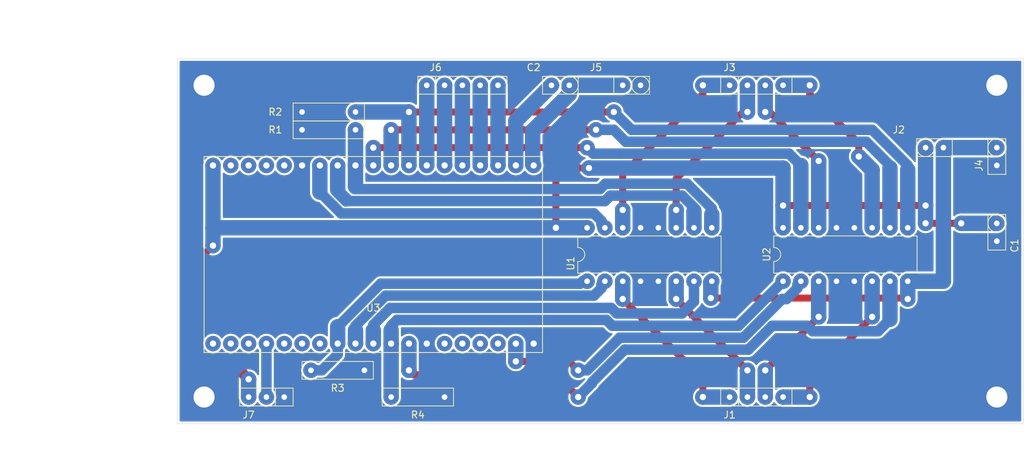
<source format=kicad_pcb>
(kicad_pcb (version 20171130) (host pcbnew "(5.1.6)-1")

  (general
    (thickness 1.6)
    (drawings 8)
    (tracks 244)
    (zones 0)
    (modules 16)
    (nets 46)
  )

  (page A4)
  (layers
    (0 F.Cu signal)
    (31 B.Cu signal)
    (32 B.Adhes user hide)
    (33 F.Adhes user hide)
    (34 B.Paste user hide)
    (35 F.Paste user hide)
    (36 B.SilkS user hide)
    (37 F.SilkS user hide)
    (38 B.Mask user)
    (39 F.Mask user hide)
    (40 Dwgs.User user)
    (41 Cmts.User user hide)
    (42 Eco1.User user hide)
    (43 Eco2.User user hide)
    (44 Edge.Cuts user)
    (45 Margin user hide)
    (46 B.CrtYd user hide)
    (47 F.CrtYd user hide)
    (48 B.Fab user hide)
    (49 F.Fab user)
  )

  (setup
    (last_trace_width 0.25)
    (user_trace_width 1)
    (user_trace_width 1.5)
    (user_trace_width 2.2)
    (trace_clearance 0.2)
    (zone_clearance 0.508)
    (zone_45_only no)
    (trace_min 0.2)
    (via_size 0.8)
    (via_drill 0.4)
    (via_min_size 0.4)
    (via_min_drill 0.3)
    (user_via 2.2 0.9)
    (user_via 3.1 3)
    (uvia_size 0.3)
    (uvia_drill 0.1)
    (uvias_allowed no)
    (uvia_min_size 0.2)
    (uvia_min_drill 0.1)
    (edge_width 0.05)
    (segment_width 0.2)
    (pcb_text_width 0.3)
    (pcb_text_size 1.5 1.5)
    (mod_edge_width 0.12)
    (mod_text_size 1 1)
    (mod_text_width 0.15)
    (pad_size 1.524 1.524)
    (pad_drill 0.762)
    (pad_to_mask_clearance 0.05)
    (aux_axis_origin 0 0)
    (visible_elements 7FFFFFFF)
    (pcbplotparams
      (layerselection 0x010fc_ffffffff)
      (usegerberextensions false)
      (usegerberattributes true)
      (usegerberadvancedattributes true)
      (creategerberjobfile true)
      (excludeedgelayer true)
      (linewidth 0.100000)
      (plotframeref false)
      (viasonmask false)
      (mode 1)
      (useauxorigin false)
      (hpglpennumber 1)
      (hpglpenspeed 20)
      (hpglpendiameter 15.000000)
      (psnegative false)
      (psa4output false)
      (plotreference true)
      (plotvalue true)
      (plotinvisibletext false)
      (padsonsilk false)
      (subtractmaskfromsilk false)
      (outputformat 1)
      (mirror false)
      (drillshape 1)
      (scaleselection 1)
      (outputdirectory ""))
  )

  (net 0 "")
  (net 1 GND)
  (net 2 +5V)
  (net 3 +3V3)
  (net 4 "Net-(C2-Pad2)")
  (net 5 OB2)
  (net 6 OB1)
  (net 7 OA2)
  (net 8 OA1)
  (net 9 VSS)
  (net 10 OC1)
  (net 11 OC2)
  (net 12 OD1)
  (net 13 OD2)
  (net 14 hall1)
  (net 15 hall2)
  (net 16 hall3)
  (net 17 hall4)
  (net 18 hall5)
  (net 19 LED)
  (net 20 ENB)
  (net 21 END)
  (net 22 ENA)
  (net 23 ENC)
  (net 24 IB2)
  (net 25 IA2)
  (net 26 IB1)
  (net 27 IA1)
  (net 28 IC1)
  (net 29 ID1)
  (net 30 IC2)
  (net 31 ID2)
  (net 32 "Net-(U3-Pad2)")
  (net 33 "Net-(U3-Pad3)")
  (net 34 "Net-(U3-Pad4)")
  (net 35 "Net-(U3-Pad5)")
  (net 36 "Net-(U3-Pad22)")
  (net 37 "Net-(U3-Pad23)")
  (net 38 "Net-(U3-Pad24)")
  (net 39 "Net-(U3-Pad25)")
  (net 40 "Net-(U3-Pad32)")
  (net 41 "Net-(U3-Pad33)")
  (net 42 "Net-(U3-Pad34)")
  (net 43 "Net-(U3-Pad36)")
  (net 44 "Net-(U3-Pad37)")
  (net 45 "Net-(U3-Pad38)")

  (net_class Default "This is the default net class."
    (clearance 0.2)
    (trace_width 0.25)
    (via_dia 0.8)
    (via_drill 0.4)
    (uvia_dia 0.3)
    (uvia_drill 0.1)
    (add_net +3V3)
    (add_net +5V)
    (add_net ENA)
    (add_net ENB)
    (add_net ENC)
    (add_net END)
    (add_net GND)
    (add_net IA1)
    (add_net IA2)
    (add_net IB1)
    (add_net IB2)
    (add_net IC1)
    (add_net IC2)
    (add_net ID1)
    (add_net ID2)
    (add_net LED)
    (add_net "Net-(C2-Pad2)")
    (add_net "Net-(U3-Pad2)")
    (add_net "Net-(U3-Pad22)")
    (add_net "Net-(U3-Pad23)")
    (add_net "Net-(U3-Pad24)")
    (add_net "Net-(U3-Pad25)")
    (add_net "Net-(U3-Pad3)")
    (add_net "Net-(U3-Pad32)")
    (add_net "Net-(U3-Pad33)")
    (add_net "Net-(U3-Pad34)")
    (add_net "Net-(U3-Pad36)")
    (add_net "Net-(U3-Pad37)")
    (add_net "Net-(U3-Pad38)")
    (add_net "Net-(U3-Pad4)")
    (add_net "Net-(U3-Pad5)")
    (add_net OA1)
    (add_net OA2)
    (add_net OB1)
    (add_net OB2)
    (add_net OC1)
    (add_net OC2)
    (add_net OD1)
    (add_net OD2)
    (add_net VSS)
    (add_net hall1)
    (add_net hall2)
    (add_net hall3)
    (add_net hall4)
    (add_net hall5)
  )

  (module cnc3018-PCB:my2pin (layer F.Cu) (tedit 612D2549) (tstamp 63744CD2)
    (at 116.84 -28.575 270)
    (path /639AE459)
    (fp_text reference C1 (at 3.175 -2.54 90) (layer F.SilkS)
      (effects (font (size 1 1) (thickness 0.15)))
    )
    (fp_text value 100uf (at 1.905 2.54 90) (layer F.Fab)
      (effects (font (size 1 1) (thickness 0.15)))
    )
    (fp_line (start 3.81 -1.27) (end 1.27 -1.27) (layer F.SilkS) (width 0.12))
    (fp_line (start 3.81 1.27) (end 3.81 -1.27) (layer F.SilkS) (width 0.12))
    (fp_line (start -1.27 1.27) (end 3.81 1.27) (layer F.SilkS) (width 0.12))
    (fp_circle (center 0 0) (end 0 -1.27) (layer F.SilkS) (width 0.12))
    (fp_line (start -1.27 -1.27) (end 1.27 -1.27) (layer F.SilkS) (width 0.12))
    (fp_line (start -1.27 -1.27) (end -1.27 1.27) (layer F.SilkS) (width 0.12))
    (pad 2 thru_hole circle (at 2.54 0 270) (size 2.2 2.2) (drill 0.8) (layers *.Cu *.Mask)
      (net 1 GND))
    (pad 1 thru_hole circle (at 0 0 270) (size 2.2 2.2) (drill 0.8) (layers *.Cu *.Mask)
      (net 2 +5V))
  )

  (module cnc3018-PCB:my2pin (layer F.Cu) (tedit 612D2549) (tstamp 63744CDE)
    (at 55.88 -48.26 180)
    (path /639B4A3D)
    (fp_text reference C2 (at 5.08 2.54 180) (layer F.SilkS)
      (effects (font (size 1 1) (thickness 0.15)))
    )
    (fp_text value 10uf (at 1.27 2.54) (layer F.Fab)
      (effects (font (size 1 1) (thickness 0.15)))
    )
    (fp_line (start -1.27 -1.27) (end -1.27 1.27) (layer F.SilkS) (width 0.12))
    (fp_line (start -1.27 -1.27) (end 1.27 -1.27) (layer F.SilkS) (width 0.12))
    (fp_circle (center 0 0) (end 0 -1.27) (layer F.SilkS) (width 0.12))
    (fp_line (start -1.27 1.27) (end 3.81 1.27) (layer F.SilkS) (width 0.12))
    (fp_line (start 3.81 1.27) (end 3.81 -1.27) (layer F.SilkS) (width 0.12))
    (fp_line (start 3.81 -1.27) (end 1.27 -1.27) (layer F.SilkS) (width 0.12))
    (pad 1 thru_hole circle (at 0 0 180) (size 2.2 2.2) (drill 0.8) (layers *.Cu *.Mask)
      (net 3 +3V3))
    (pad 2 thru_hole circle (at 2.54 0 180) (size 2.2 2.2) (drill 0.8) (layers *.Cu *.Mask)
      (net 4 "Net-(C2-Pad2)"))
  )

  (module cnc3018-PCB:my4pin (layer F.Cu) (tedit 612D2557) (tstamp 63744CEC)
    (at 78.74 -3.81)
    (path /637484BE)
    (fp_text reference J1 (at 0 2.54) (layer F.SilkS)
      (effects (font (size 1 1) (thickness 0.15)))
    )
    (fp_text value coil34 (at 3.81 2.54) (layer F.Fab)
      (effects (font (size 1 1) (thickness 0.15)))
    )
    (fp_line (start 8.89 -1.27) (end 1.27 -1.27) (layer F.SilkS) (width 0.12))
    (fp_line (start 8.89 1.27) (end 8.89 -1.27) (layer F.SilkS) (width 0.12))
    (fp_line (start -1.27 1.27) (end 8.89 1.27) (layer F.SilkS) (width 0.12))
    (fp_line (start 1.27 -1.27) (end 1.27 1.27) (layer F.SilkS) (width 0.12))
    (fp_line (start -1.27 -1.27) (end 1.27 -1.27) (layer F.SilkS) (width 0.12))
    (fp_line (start -1.27 -1.27) (end -1.27 1.27) (layer F.SilkS) (width 0.12))
    (pad 4 thru_hole circle (at 7.62 0) (size 2.2 2.2) (drill 0.8) (layers *.Cu *.Mask)
      (net 13 OD2))
    (pad 3 thru_hole circle (at 5.08 0) (size 2.2 2.2) (drill 0.8) (layers *.Cu *.Mask)
      (net 12 OD1))
    (pad 2 thru_hole circle (at 2.54 0) (size 2.2 2.2) (drill 0.8) (layers *.Cu *.Mask)
      (net 11 OC2))
    (pad 1 thru_hole circle (at 0 0) (size 2.2 2.2) (drill 0.8) (layers *.Cu *.Mask)
      (net 10 OC1))
  )

  (module cnc3018-PCB:my2pin (layer F.Cu) (tedit 612D2549) (tstamp 63744CF8)
    (at 106.68 -39.37)
    (path /6374692F)
    (fp_text reference J2 (at -3.81 -2.54) (layer F.SilkS)
      (effects (font (size 1 1) (thickness 0.15)))
    )
    (fp_text value jumper (at 1.27 -2.54) (layer F.Fab)
      (effects (font (size 1 1) (thickness 0.15)))
    )
    (fp_line (start -1.27 -1.27) (end -1.27 1.27) (layer F.SilkS) (width 0.12))
    (fp_line (start -1.27 -1.27) (end 1.27 -1.27) (layer F.SilkS) (width 0.12))
    (fp_circle (center 0 0) (end 0 -1.27) (layer F.SilkS) (width 0.12))
    (fp_line (start -1.27 1.27) (end 3.81 1.27) (layer F.SilkS) (width 0.12))
    (fp_line (start 3.81 1.27) (end 3.81 -1.27) (layer F.SilkS) (width 0.12))
    (fp_line (start 3.81 -1.27) (end 1.27 -1.27) (layer F.SilkS) (width 0.12))
    (pad 1 thru_hole circle (at 0 0) (size 2.2 2.2) (drill 0.8) (layers *.Cu *.Mask)
      (net 2 +5V))
    (pad 2 thru_hole circle (at 2.54 0) (size 2.2 2.2) (drill 0.8) (layers *.Cu *.Mask)
      (net 9 VSS))
  )

  (module cnc3018-PCB:my4pin (layer F.Cu) (tedit 612D2557) (tstamp 63744D06)
    (at 78.74 -48.26)
    (path /6374AAD5)
    (fp_text reference J3 (at 0 -2.54) (layer F.SilkS)
      (effects (font (size 1 1) (thickness 0.15)))
    )
    (fp_text value coil12 (at 3.81 -2.54) (layer F.Fab)
      (effects (font (size 1 1) (thickness 0.15)))
    )
    (fp_line (start -1.27 -1.27) (end -1.27 1.27) (layer F.SilkS) (width 0.12))
    (fp_line (start -1.27 -1.27) (end 1.27 -1.27) (layer F.SilkS) (width 0.12))
    (fp_line (start 1.27 -1.27) (end 1.27 1.27) (layer F.SilkS) (width 0.12))
    (fp_line (start -1.27 1.27) (end 8.89 1.27) (layer F.SilkS) (width 0.12))
    (fp_line (start 8.89 1.27) (end 8.89 -1.27) (layer F.SilkS) (width 0.12))
    (fp_line (start 8.89 -1.27) (end 1.27 -1.27) (layer F.SilkS) (width 0.12))
    (pad 1 thru_hole circle (at 0 0) (size 2.2 2.2) (drill 0.8) (layers *.Cu *.Mask)
      (net 7 OA2))
    (pad 2 thru_hole circle (at 2.54 0) (size 2.2 2.2) (drill 0.8) (layers *.Cu *.Mask)
      (net 8 OA1))
    (pad 3 thru_hole circle (at 5.08 0) (size 2.2 2.2) (drill 0.8) (layers *.Cu *.Mask)
      (net 5 OB2))
    (pad 4 thru_hole circle (at 7.62 0) (size 2.2 2.2) (drill 0.8) (layers *.Cu *.Mask)
      (net 6 OB1))
  )

  (module cnc3018-PCB:my2pin (layer F.Cu) (tedit 612D2549) (tstamp 63744D12)
    (at 116.84 -39.37 270)
    (path /6374560A)
    (fp_text reference J4 (at 2.54 2.54 90) (layer F.SilkS)
      (effects (font (size 1 1) (thickness 0.15)))
    )
    (fp_text value power (at 1.27 -2.54 90) (layer F.Fab)
      (effects (font (size 1 1) (thickness 0.15)))
    )
    (fp_line (start -1.27 -1.27) (end -1.27 1.27) (layer F.SilkS) (width 0.12))
    (fp_line (start -1.27 -1.27) (end 1.27 -1.27) (layer F.SilkS) (width 0.12))
    (fp_circle (center 0 0) (end 0 -1.27) (layer F.SilkS) (width 0.12))
    (fp_line (start -1.27 1.27) (end 3.81 1.27) (layer F.SilkS) (width 0.12))
    (fp_line (start 3.81 1.27) (end 3.81 -1.27) (layer F.SilkS) (width 0.12))
    (fp_line (start 3.81 -1.27) (end 1.27 -1.27) (layer F.SilkS) (width 0.12))
    (pad 1 thru_hole circle (at 0 0 270) (size 2.2 2.2) (drill 0.8) (layers *.Cu *.Mask)
      (net 9 VSS))
    (pad 2 thru_hole circle (at 2.54 0 270) (size 2.2 2.2) (drill 0.8) (layers *.Cu *.Mask)
      (net 1 GND))
  )

  (module cnc3018-PCB:my2pin (layer F.Cu) (tedit 612D2549) (tstamp 63744D1E)
    (at 66.04 -48.26 180)
    (path /63746BE0)
    (fp_text reference J5 (at 6.35 2.54) (layer F.SilkS)
      (effects (font (size 1 1) (thickness 0.15)))
    )
    (fp_text value hall_power (at 1.27 2.54) (layer F.Fab)
      (effects (font (size 1 1) (thickness 0.15)))
    )
    (fp_line (start 3.81 -1.27) (end 1.27 -1.27) (layer F.SilkS) (width 0.12))
    (fp_line (start 3.81 1.27) (end 3.81 -1.27) (layer F.SilkS) (width 0.12))
    (fp_line (start -1.27 1.27) (end 3.81 1.27) (layer F.SilkS) (width 0.12))
    (fp_circle (center 0 0) (end 0 -1.27) (layer F.SilkS) (width 0.12))
    (fp_line (start -1.27 -1.27) (end 1.27 -1.27) (layer F.SilkS) (width 0.12))
    (fp_line (start -1.27 -1.27) (end -1.27 1.27) (layer F.SilkS) (width 0.12))
    (pad 2 thru_hole circle (at 2.54 0 180) (size 2.2 2.2) (drill 0.8) (layers *.Cu *.Mask)
      (net 3 +3V3))
    (pad 1 thru_hole circle (at 0 0 180) (size 2.2 2.2) (drill 0.8) (layers *.Cu *.Mask)
      (net 1 GND))
  )

  (module cnc3018-PCB:my5Pin (layer F.Cu) (tedit 612C2FF5) (tstamp 63744D2D)
    (at 40.64 -48.26)
    (path /6374B5A7)
    (fp_text reference J6 (at -3.81 -2.54) (layer F.SilkS)
      (effects (font (size 1 1) (thickness 0.15)))
    )
    (fp_text value halls (at 0 -2.54) (layer F.Fab)
      (effects (font (size 1 1) (thickness 0.15)))
    )
    (fp_line (start -6.35 -1.27) (end -6.35 1.27) (layer F.SilkS) (width 0.12))
    (fp_line (start -6.35 1.27) (end 6.35 1.27) (layer F.SilkS) (width 0.12))
    (fp_line (start 6.35 1.27) (end 6.35 -1.27) (layer F.SilkS) (width 0.12))
    (fp_line (start 6.35 -1.27) (end -6.35 -1.27) (layer F.SilkS) (width 0.12))
    (fp_line (start -6.35 -1.27) (end -3.81 -1.27) (layer F.SilkS) (width 0.12))
    (fp_line (start -3.81 -1.27) (end -3.81 1.27) (layer F.SilkS) (width 0.12))
    (pad 1 thru_hole circle (at -5.08 0) (size 2.2 2.2) (drill 0.8) (layers *.Cu *.Mask)
      (net 14 hall1))
    (pad 2 thru_hole circle (at -2.54 0) (size 2.2 2.2) (drill 0.8) (layers *.Cu *.Mask)
      (net 15 hall2))
    (pad 3 thru_hole circle (at 0 0) (size 2.2 2.2) (drill 0.8) (layers *.Cu *.Mask)
      (net 16 hall3))
    (pad 4 thru_hole circle (at 2.54 0) (size 2.2 2.2) (drill 0.8) (layers *.Cu *.Mask)
      (net 17 hall4))
    (pad 5 thru_hole circle (at 5.08 0) (size 2.2 2.2) (drill 0.8) (layers *.Cu *.Mask)
      (net 18 hall5))
  )

  (module cnc3018-PCB:my3pin (layer F.Cu) (tedit 612C3136) (tstamp 63744D3A)
    (at 12.7 -3.81 180)
    (path /63746FC8)
    (fp_text reference J7 (at 2.54 -2.54) (layer F.SilkS)
      (effects (font (size 1 1) (thickness 0.15)))
    )
    (fp_text value led (at 0 -2.54) (layer F.Fab)
      (effects (font (size 1 1) (thickness 0.15)))
    )
    (fp_line (start -1.27 -1.27) (end 3.81 -1.27) (layer F.SilkS) (width 0.12))
    (fp_line (start -3.81 1.27) (end 3.81 1.27) (layer F.SilkS) (width 0.12))
    (fp_line (start 3.81 1.27) (end 3.81 -1.27) (layer F.SilkS) (width 0.12))
    (fp_line (start -1.27 -1.27) (end -1.27 1.27) (layer F.SilkS) (width 0.12))
    (fp_line (start -3.81 -1.27) (end -1.27 -1.27) (layer F.SilkS) (width 0.12))
    (fp_line (start -3.81 -1.27) (end -3.81 1.27) (layer F.SilkS) (width 0.12))
    (pad 1 thru_hole circle (at -2.54 0 180) (size 2.2 2.2) (drill 0.8) (layers *.Cu *.Mask)
      (net 1 GND))
    (pad 2 thru_hole circle (at 0 0 180) (size 2.2 2.2) (drill 0.8) (layers *.Cu *.Mask)
      (net 19 LED))
    (pad 3 thru_hole circle (at 2.54 0 180) (size 2.2 2.2) (drill 0.8) (layers *.Cu *.Mask)
      (net 2 +5V))
  )

  (module cnc3018-PCB:myResistor (layer F.Cu) (tedit 612D2591) (tstamp 63744D44)
    (at 25.4 -41.91 180)
    (path /63742574)
    (fp_text reference R1 (at 11.43 0) (layer F.SilkS)
      (effects (font (size 1 1) (thickness 0.15)))
    )
    (fp_text value 10K (at 3.81 0) (layer F.Fab)
      (effects (font (size 1 1) (thickness 0.15)))
    )
    (fp_line (start -1.27 1.27) (end 8.89 1.27) (layer F.SilkS) (width 0.12))
    (fp_line (start -1.27 -1.27) (end -1.27 1.27) (layer F.SilkS) (width 0.12))
    (fp_line (start 8.89 -1.27) (end -1.27 -1.27) (layer F.SilkS) (width 0.12))
    (fp_line (start 8.89 -1.27) (end 8.89 1.27) (layer F.SilkS) (width 0.12))
    (pad 1 thru_hole circle (at 0 0 180) (size 2.2 2.2) (drill 0.8) (layers *.Cu *.Mask)
      (net 22 ENA))
    (pad 2 thru_hole circle (at 7.62 0 180) (size 2.2 2.2) (drill 0.8) (layers *.Cu *.Mask)
      (net 1 GND))
  )

  (module cnc3018-PCB:myResistor (layer F.Cu) (tedit 612D2591) (tstamp 63744D4E)
    (at 25.4 -44.45 180)
    (path /637448BC)
    (fp_text reference R2 (at 11.43 0) (layer F.SilkS)
      (effects (font (size 1 1) (thickness 0.15)))
    )
    (fp_text value 10K (at 3.81 0) (layer F.Fab)
      (effects (font (size 1 1) (thickness 0.15)))
    )
    (fp_line (start 8.89 -1.27) (end 8.89 1.27) (layer F.SilkS) (width 0.12))
    (fp_line (start 8.89 -1.27) (end -1.27 -1.27) (layer F.SilkS) (width 0.12))
    (fp_line (start -1.27 -1.27) (end -1.27 1.27) (layer F.SilkS) (width 0.12))
    (fp_line (start -1.27 1.27) (end 8.89 1.27) (layer F.SilkS) (width 0.12))
    (pad 2 thru_hole circle (at 7.62 0 180) (size 2.2 2.2) (drill 0.8) (layers *.Cu *.Mask)
      (net 1 GND))
    (pad 1 thru_hole circle (at 0 0 180) (size 2.2 2.2) (drill 0.8) (layers *.Cu *.Mask)
      (net 20 ENB))
  )

  (module cnc3018-PCB:myResistor (layer F.Cu) (tedit 612D2591) (tstamp 63744D58)
    (at 19.05 -7.62)
    (path /63744E96)
    (fp_text reference R3 (at 3.81 2.54) (layer F.SilkS)
      (effects (font (size 1 1) (thickness 0.15)))
    )
    (fp_text value 10K (at 3.81 0) (layer F.Fab)
      (effects (font (size 1 1) (thickness 0.15)))
    )
    (fp_line (start 8.89 -1.27) (end 8.89 1.27) (layer F.SilkS) (width 0.12))
    (fp_line (start 8.89 -1.27) (end -1.27 -1.27) (layer F.SilkS) (width 0.12))
    (fp_line (start -1.27 -1.27) (end -1.27 1.27) (layer F.SilkS) (width 0.12))
    (fp_line (start -1.27 1.27) (end 8.89 1.27) (layer F.SilkS) (width 0.12))
    (pad 2 thru_hole circle (at 7.62 0) (size 2.2 2.2) (drill 0.8) (layers *.Cu *.Mask)
      (net 1 GND))
    (pad 1 thru_hole circle (at 0 0) (size 2.2 2.2) (drill 0.8) (layers *.Cu *.Mask)
      (net 23 ENC))
  )

  (module cnc3018-PCB:myResistor (layer F.Cu) (tedit 612D2591) (tstamp 63744D62)
    (at 30.48 -3.81)
    (path /63744B77)
    (fp_text reference R4 (at 3.81 2.54) (layer F.SilkS)
      (effects (font (size 1 1) (thickness 0.15)))
    )
    (fp_text value 10K (at 3.81 0) (layer F.Fab)
      (effects (font (size 1 1) (thickness 0.15)))
    )
    (fp_line (start -1.27 1.27) (end 8.89 1.27) (layer F.SilkS) (width 0.12))
    (fp_line (start -1.27 -1.27) (end -1.27 1.27) (layer F.SilkS) (width 0.12))
    (fp_line (start 8.89 -1.27) (end -1.27 -1.27) (layer F.SilkS) (width 0.12))
    (fp_line (start 8.89 -1.27) (end 8.89 1.27) (layer F.SilkS) (width 0.12))
    (pad 1 thru_hole circle (at 0 0) (size 2.2 2.2) (drill 0.8) (layers *.Cu *.Mask)
      (net 21 END))
    (pad 2 thru_hole circle (at 7.62 0) (size 2.2 2.2) (drill 0.8) (layers *.Cu *.Mask)
      (net 1 GND))
  )

  (module cnc3018-PCB:myDip16 (layer F.Cu) (tedit 613E3A12) (tstamp 63744D86)
    (at 58.42 -20.32 90)
    (descr "16-lead though-hole mounted DIP package, row spacing 7.62 mm (300 mils)")
    (tags "THT DIP DIL PDIP 2.54mm 7.62mm 300mil")
    (path /63741DEA)
    (fp_text reference U1 (at 2.54 -2.33 90) (layer F.SilkS)
      (effects (font (size 1 1) (thickness 0.15)))
    )
    (fp_text value L293D (at 3.81 20.11 90) (layer F.Fab)
      (effects (font (size 1 1) (thickness 0.15)))
    )
    (fp_line (start 8.7 -1.55) (end -1.1 -1.55) (layer F.CrtYd) (width 0.05))
    (fp_line (start 8.7 19.3) (end 8.7 -1.55) (layer F.CrtYd) (width 0.05))
    (fp_line (start -1.1 19.3) (end 8.7 19.3) (layer F.CrtYd) (width 0.05))
    (fp_line (start -1.1 -1.55) (end -1.1 19.3) (layer F.CrtYd) (width 0.05))
    (fp_line (start 6.46 -1.33) (end 4.81 -1.33) (layer F.SilkS) (width 0.12))
    (fp_line (start 6.46 19.11) (end 6.46 -1.33) (layer F.SilkS) (width 0.12))
    (fp_line (start 1.16 19.11) (end 6.46 19.11) (layer F.SilkS) (width 0.12))
    (fp_line (start 1.16 -1.33) (end 1.16 19.11) (layer F.SilkS) (width 0.12))
    (fp_line (start 2.81 -1.33) (end 1.16 -1.33) (layer F.SilkS) (width 0.12))
    (fp_line (start 0.635 -0.27) (end 1.635 -1.27) (layer F.Fab) (width 0.1))
    (fp_line (start 0.635 19.05) (end 0.635 -0.27) (layer F.Fab) (width 0.1))
    (fp_line (start 6.985 19.05) (end 0.635 19.05) (layer F.Fab) (width 0.1))
    (fp_line (start 6.985 -1.27) (end 6.985 19.05) (layer F.Fab) (width 0.1))
    (fp_line (start 1.635 -1.27) (end 6.985 -1.27) (layer F.Fab) (width 0.1))
    (fp_text user %R (at 3.81 8.89 90) (layer F.Fab)
      (effects (font (size 1 1) (thickness 0.15)))
    )
    (fp_arc (start 3.81 -1.33) (end 2.81 -1.33) (angle -180) (layer F.SilkS) (width 0.12))
    (pad 16 thru_hole circle (at 7.62 0 90) (size 2.2 2.2) (drill 0.8) (layers *.Cu *.Mask)
      (net 2 +5V))
    (pad 8 thru_hole circle (at 0 17.78 90) (size 2.2 2.2) (drill 0.8) (layers *.Cu *.Mask)
      (net 9 VSS))
    (pad 15 thru_hole circle (at 7.62 2.54 90) (size 2.2 2.2) (drill 0.8) (layers *.Cu *.Mask)
      (net 25 IA2))
    (pad 7 thru_hole circle (at 0 15.24 90) (size 2.2 2.2) (drill 0.8) (layers *.Cu *.Mask)
      (net 30 IC2))
    (pad 14 thru_hole circle (at 7.62 5.08 90) (size 2.2 2.2) (drill 0.8) (layers *.Cu *.Mask)
      (net 7 OA2))
    (pad 6 thru_hole circle (at 0 12.7 90) (size 2.2 2.2) (drill 0.8) (layers *.Cu *.Mask)
      (net 11 OC2))
    (pad 13 thru_hole circle (at 7.62 7.62 90) (size 2.2 2.2) (drill 0.8) (layers *.Cu *.Mask)
      (net 1 GND))
    (pad 5 thru_hole circle (at 0 10.16 90) (size 2.2 2.2) (drill 0.8) (layers *.Cu *.Mask)
      (net 1 GND))
    (pad 12 thru_hole circle (at 7.62 10.16 90) (size 2.2 2.2) (drill 0.8) (layers *.Cu *.Mask)
      (net 1 GND))
    (pad 4 thru_hole circle (at 0 7.62 90) (size 2.2 2.2) (drill 0.8) (layers *.Cu *.Mask)
      (net 1 GND))
    (pad 11 thru_hole circle (at 7.62 12.7 90) (size 2.2 2.2) (drill 0.8) (layers *.Cu *.Mask)
      (net 8 OA1))
    (pad 3 thru_hole circle (at 0 5.08 90) (size 2.2 2.2) (drill 0.8) (layers *.Cu *.Mask)
      (net 10 OC1))
    (pad 10 thru_hole circle (at 7.62 15.24 90) (size 2.2 2.2) (drill 0.8) (layers *.Cu *.Mask)
      (net 27 IA1))
    (pad 2 thru_hole circle (at 0 2.54 90) (size 2.2 2.2) (drill 0.8) (layers *.Cu *.Mask)
      (net 28 IC1))
    (pad 9 thru_hole circle (at 7.62 17.78 90) (size 2.2 2.2) (drill 0.8) (layers *.Cu *.Mask)
      (net 22 ENA))
    (pad 1 thru_hole circle (at 0 0 90) (size 2.2 2.2) (drill 0.8) (layers *.Cu *.Mask)
      (net 23 ENC))
    (model ${KISYS3DMOD}/Package_DIP.3dshapes/DIP-16_W7.62mm.wrl
      (at (xyz 0 0 0))
      (scale (xyz 1 1 1))
      (rotate (xyz 0 0 0))
    )
  )

  (module cnc3018-PCB:myDip16 (layer F.Cu) (tedit 613E3A12) (tstamp 63744DAA)
    (at 86.36 -20.32 90)
    (descr "16-lead though-hole mounted DIP package, row spacing 7.62 mm (300 mils)")
    (tags "THT DIP DIL PDIP 2.54mm 7.62mm 300mil")
    (path /6374123D)
    (fp_text reference U2 (at 3.81 -2.33 90) (layer F.SilkS)
      (effects (font (size 1 1) (thickness 0.15)))
    )
    (fp_text value L293D (at 3.81 20.11 90) (layer F.Fab)
      (effects (font (size 1 1) (thickness 0.15)))
    )
    (fp_line (start 1.635 -1.27) (end 6.985 -1.27) (layer F.Fab) (width 0.1))
    (fp_line (start 6.985 -1.27) (end 6.985 19.05) (layer F.Fab) (width 0.1))
    (fp_line (start 6.985 19.05) (end 0.635 19.05) (layer F.Fab) (width 0.1))
    (fp_line (start 0.635 19.05) (end 0.635 -0.27) (layer F.Fab) (width 0.1))
    (fp_line (start 0.635 -0.27) (end 1.635 -1.27) (layer F.Fab) (width 0.1))
    (fp_line (start 2.81 -1.33) (end 1.16 -1.33) (layer F.SilkS) (width 0.12))
    (fp_line (start 1.16 -1.33) (end 1.16 19.11) (layer F.SilkS) (width 0.12))
    (fp_line (start 1.16 19.11) (end 6.46 19.11) (layer F.SilkS) (width 0.12))
    (fp_line (start 6.46 19.11) (end 6.46 -1.33) (layer F.SilkS) (width 0.12))
    (fp_line (start 6.46 -1.33) (end 4.81 -1.33) (layer F.SilkS) (width 0.12))
    (fp_line (start -1.1 -1.55) (end -1.1 19.3) (layer F.CrtYd) (width 0.05))
    (fp_line (start -1.1 19.3) (end 8.7 19.3) (layer F.CrtYd) (width 0.05))
    (fp_line (start 8.7 19.3) (end 8.7 -1.55) (layer F.CrtYd) (width 0.05))
    (fp_line (start 8.7 -1.55) (end -1.1 -1.55) (layer F.CrtYd) (width 0.05))
    (fp_arc (start 3.81 -1.33) (end 2.81 -1.33) (angle -180) (layer F.SilkS) (width 0.12))
    (fp_text user %R (at 3.81 8.89 90) (layer F.Fab)
      (effects (font (size 1 1) (thickness 0.15)))
    )
    (pad 1 thru_hole circle (at 0 0 90) (size 2.2 2.2) (drill 0.8) (layers *.Cu *.Mask)
      (net 21 END))
    (pad 9 thru_hole circle (at 7.62 17.78 90) (size 2.2 2.2) (drill 0.8) (layers *.Cu *.Mask)
      (net 20 ENB))
    (pad 2 thru_hole circle (at 0 2.54 90) (size 2.2 2.2) (drill 0.8) (layers *.Cu *.Mask)
      (net 29 ID1))
    (pad 10 thru_hole circle (at 7.62 15.24 90) (size 2.2 2.2) (drill 0.8) (layers *.Cu *.Mask)
      (net 26 IB1))
    (pad 3 thru_hole circle (at 0 5.08 90) (size 2.2 2.2) (drill 0.8) (layers *.Cu *.Mask)
      (net 12 OD1))
    (pad 11 thru_hole circle (at 7.62 12.7 90) (size 2.2 2.2) (drill 0.8) (layers *.Cu *.Mask)
      (net 6 OB1))
    (pad 4 thru_hole circle (at 0 7.62 90) (size 2.2 2.2) (drill 0.8) (layers *.Cu *.Mask)
      (net 1 GND))
    (pad 12 thru_hole circle (at 7.62 10.16 90) (size 2.2 2.2) (drill 0.8) (layers *.Cu *.Mask)
      (net 1 GND))
    (pad 5 thru_hole circle (at 0 10.16 90) (size 2.2 2.2) (drill 0.8) (layers *.Cu *.Mask)
      (net 1 GND))
    (pad 13 thru_hole circle (at 7.62 7.62 90) (size 2.2 2.2) (drill 0.8) (layers *.Cu *.Mask)
      (net 1 GND))
    (pad 6 thru_hole circle (at 0 12.7 90) (size 2.2 2.2) (drill 0.8) (layers *.Cu *.Mask)
      (net 13 OD2))
    (pad 14 thru_hole circle (at 7.62 5.08 90) (size 2.2 2.2) (drill 0.8) (layers *.Cu *.Mask)
      (net 5 OB2))
    (pad 7 thru_hole circle (at 0 15.24 90) (size 2.2 2.2) (drill 0.8) (layers *.Cu *.Mask)
      (net 31 ID2))
    (pad 15 thru_hole circle (at 7.62 2.54 90) (size 2.2 2.2) (drill 0.8) (layers *.Cu *.Mask)
      (net 24 IB2))
    (pad 8 thru_hole circle (at 0 17.78 90) (size 2.2 2.2) (drill 0.8) (layers *.Cu *.Mask)
      (net 9 VSS))
    (pad 16 thru_hole circle (at 7.62 0 90) (size 2.2 2.2) (drill 0.8) (layers *.Cu *.Mask)
      (net 2 +5V))
    (model ${KISYS3DMOD}/Package_DIP.3dshapes/DIP-16_W7.62mm.wrl
      (at (xyz 0 0 0))
      (scale (xyz 1 1 1))
      (rotate (xyz 0 0 0))
    )
  )

  (module cnc3018-PCB:ESP32-DEV (layer F.Cu) (tedit 6373F5DD) (tstamp 63744DD8)
    (at 27.94 -24.13)
    (path /6373E6F1)
    (fp_text reference U3 (at 0 7.62) (layer F.SilkS)
      (effects (font (size 1 1) (thickness 0.15)))
    )
    (fp_text value ESP32_DEV (at 0 -7.62) (layer F.Fab)
      (effects (font (size 1 1) (thickness 0.15)))
    )
    (fp_line (start -24.13 13.97) (end -24.13 -13.97) (layer F.SilkS) (width 0.12))
    (fp_line (start 24.13 13.97) (end -24.13 13.97) (layer F.SilkS) (width 0.12))
    (fp_line (start 24.13 -13.97) (end 24.13 13.97) (layer F.SilkS) (width 0.12))
    (fp_line (start -24.13 -13.97) (end 24.13 -13.97) (layer F.SilkS) (width 0.12))
    (pad 1 thru_hole circle (at -22.86 -12.7) (size 2.2 2.2) (drill 0.9) (layers *.Cu *.Mask)
      (net 2 +5V))
    (pad 2 thru_hole circle (at -20.32 -12.7) (size 2.2 2.2) (drill 0.9) (layers *.Cu *.Mask)
      (net 32 "Net-(U3-Pad2)"))
    (pad 3 thru_hole circle (at -17.78 -12.7) (size 2.2 2.2) (drill 0.9) (layers *.Cu *.Mask)
      (net 33 "Net-(U3-Pad3)"))
    (pad 4 thru_hole circle (at -15.24 -12.7) (size 2.2 2.2) (drill 0.9) (layers *.Cu *.Mask)
      (net 34 "Net-(U3-Pad4)"))
    (pad 5 thru_hole circle (at -12.7 -12.7) (size 2.2 2.2) (drill 0.9) (layers *.Cu *.Mask)
      (net 35 "Net-(U3-Pad5)"))
    (pad 6 thru_hole circle (at -10.16 -12.7) (size 2.2 2.2) (drill 0.9) (layers *.Cu *.Mask)
      (net 1 GND))
    (pad 7 thru_hole circle (at -7.62 -12.7) (size 2.2 2.2) (drill 0.9) (layers *.Cu *.Mask)
      (net 25 IA2))
    (pad 8 thru_hole circle (at -5.08 -12.7) (size 2.2 2.2) (drill 0.9) (layers *.Cu *.Mask)
      (net 27 IA1))
    (pad 9 thru_hole circle (at -2.54 -12.7) (size 2.2 2.2) (drill 0.9) (layers *.Cu *.Mask)
      (net 22 ENA))
    (pad 10 thru_hole circle (at 0 -12.7) (size 2.2 2.2) (drill 0.9) (layers *.Cu *.Mask)
      (net 24 IB2))
    (pad 11 thru_hole circle (at 2.54 -12.7) (size 2.2 2.2) (drill 0.9) (layers *.Cu *.Mask)
      (net 26 IB1))
    (pad 12 thru_hole circle (at 5.08 -12.7) (size 2.2 2.2) (drill 0.9) (layers *.Cu *.Mask)
      (net 20 ENB))
    (pad 13 thru_hole circle (at 7.62 -12.7) (size 2.2 2.2) (drill 0.9) (layers *.Cu *.Mask)
      (net 14 hall1))
    (pad 14 thru_hole circle (at 10.16 -12.7) (size 2.2 2.2) (drill 0.9) (layers *.Cu *.Mask)
      (net 15 hall2))
    (pad 15 thru_hole circle (at 12.7 -12.7) (size 2.2 2.2) (drill 0.9) (layers *.Cu *.Mask)
      (net 16 hall3))
    (pad 16 thru_hole circle (at 15.24 -12.7) (size 2.2 2.2) (drill 0.9) (layers *.Cu *.Mask)
      (net 17 hall4))
    (pad 17 thru_hole circle (at 17.78 -12.7) (size 2.2 2.2) (drill 0.9) (layers *.Cu *.Mask)
      (net 18 hall5))
    (pad 18 thru_hole circle (at 20.32 -12.7) (size 2.2 2.2) (drill 0.9) (layers *.Cu *.Mask)
      (net 4 "Net-(C2-Pad2)"))
    (pad 19 thru_hole circle (at 22.86 -12.7) (size 2.2 2.2) (drill 0.9) (layers *.Cu *.Mask)
      (net 3 +3V3))
    (pad 20 thru_hole circle (at 22.86 12.7) (size 2.2 2.2) (drill 0.9) (layers *.Cu *.Mask)
      (net 1 GND))
    (pad 21 thru_hole circle (at 20.32 12.7) (size 2.2 2.2) (drill 0.9) (layers *.Cu *.Mask)
      (net 29 ID1))
    (pad 22 thru_hole circle (at 17.78 12.7) (size 2.2 2.2) (drill 0.9) (layers *.Cu *.Mask)
      (net 36 "Net-(U3-Pad22)"))
    (pad 23 thru_hole circle (at 15.24 12.7) (size 2.2 2.2) (drill 0.9) (layers *.Cu *.Mask)
      (net 37 "Net-(U3-Pad23)"))
    (pad 24 thru_hole circle (at 12.7 12.7) (size 2.2 2.2) (drill 0.9) (layers *.Cu *.Mask)
      (net 38 "Net-(U3-Pad24)"))
    (pad 25 thru_hole circle (at 10.16 12.7) (size 2.2 2.2) (drill 0.9) (layers *.Cu *.Mask)
      (net 39 "Net-(U3-Pad25)"))
    (pad 26 thru_hole circle (at 7.62 12.7) (size 2.2 2.2) (drill 0.9) (layers *.Cu *.Mask)
      (net 1 GND))
    (pad 27 thru_hole circle (at 5.08 12.7) (size 2.2 2.2) (drill 0.9) (layers *.Cu *.Mask)
      (net 31 ID2))
    (pad 28 thru_hole circle (at 2.54 12.7) (size 2.2 2.2) (drill 0.9) (layers *.Cu *.Mask)
      (net 21 END))
    (pad 29 thru_hole circle (at 0 12.7) (size 2.2 2.2) (drill 0.9) (layers *.Cu *.Mask)
      (net 30 IC2))
    (pad 30 thru_hole circle (at -2.54 12.7) (size 2.2 2.2) (drill 0.9) (layers *.Cu *.Mask)
      (net 28 IC1))
    (pad 31 thru_hole circle (at -5.08 12.7) (size 2.2 2.2) (drill 0.9) (layers *.Cu *.Mask)
      (net 23 ENC))
    (pad 32 thru_hole circle (at -7.62 12.7) (size 2.2 2.2) (drill 0.9) (layers *.Cu *.Mask)
      (net 40 "Net-(U3-Pad32)"))
    (pad 33 thru_hole circle (at -10.16 12.7) (size 2.2 2.2) (drill 0.9) (layers *.Cu *.Mask)
      (net 41 "Net-(U3-Pad33)"))
    (pad 34 thru_hole circle (at -12.7 12.7) (size 2.2 2.2) (drill 0.9) (layers *.Cu *.Mask)
      (net 42 "Net-(U3-Pad34)"))
    (pad 35 thru_hole circle (at -15.24 12.7) (size 2.2 2.2) (drill 0.9) (layers *.Cu *.Mask)
      (net 19 LED))
    (pad 36 thru_hole circle (at -17.78 12.7) (size 2.2 2.2) (drill 0.9) (layers *.Cu *.Mask)
      (net 43 "Net-(U3-Pad36)"))
    (pad 37 thru_hole circle (at -20.32 12.7) (size 2.2 2.2) (drill 0.9) (layers *.Cu *.Mask)
      (net 44 "Net-(U3-Pad37)"))
    (pad 38 thru_hole circle (at -22.86 12.7) (size 2.2 2.2) (drill 0.9) (layers *.Cu *.Mask)
      (net 45 "Net-(U3-Pad38)"))
  )

  (dimension 52.07 (width 0.15) (layer Dwgs.User)
    (gr_text "52.070 mm" (at -21.62 -26.035 90) (layer Dwgs.User)
      (effects (font (size 1 1) (thickness 0.15)))
    )
    (feature1 (pts (xy 0 -52.07) (xy -20.906421 -52.07)))
    (feature2 (pts (xy 0 0) (xy -20.906421 0)))
    (crossbar (pts (xy -20.32 0) (xy -20.32 -52.07)))
    (arrow1a (pts (xy -20.32 -52.07) (xy -19.733579 -50.943496)))
    (arrow1b (pts (xy -20.32 -52.07) (xy -20.906421 -50.943496)))
    (arrow2a (pts (xy -20.32 0) (xy -19.733579 -1.126504)))
    (arrow2b (pts (xy -20.32 0) (xy -20.906421 -1.126504)))
  )
  (dimension 120.65 (width 0.15) (layer Dwgs.User)
    (gr_text "120.650 mm" (at 60.325 7.649999) (layer Dwgs.User)
      (effects (font (size 1 1) (thickness 0.15)))
    )
    (feature1 (pts (xy 120.65 0) (xy 120.65 6.93642)))
    (feature2 (pts (xy 0 0) (xy 0 6.93642)))
    (crossbar (pts (xy 0 6.349999) (xy 120.65 6.349999)))
    (arrow1a (pts (xy 120.65 6.349999) (xy 119.523496 6.93642)))
    (arrow1b (pts (xy 120.65 6.349999) (xy 119.523496 5.763578)))
    (arrow2a (pts (xy 0 6.349999) (xy 1.126504 6.93642)))
    (arrow2b (pts (xy 0 6.349999) (xy 1.126504 5.763578)))
  )
  (dimension 3.81 (width 0.15) (layer Dwgs.User)
    (gr_text "3.810 mm" (at -6.38 -50.165 90) (layer Dwgs.User)
      (effects (font (size 1 1) (thickness 0.15)))
    )
    (feature1 (pts (xy 3.81 -52.07) (xy -5.666421 -52.07)))
    (feature2 (pts (xy 3.81 -48.26) (xy -5.666421 -48.26)))
    (crossbar (pts (xy -5.08 -48.26) (xy -5.08 -52.07)))
    (arrow1a (pts (xy -5.08 -52.07) (xy -4.493579 -50.943496)))
    (arrow1b (pts (xy -5.08 -52.07) (xy -5.666421 -50.943496)))
    (arrow2a (pts (xy -5.08 -48.26) (xy -4.493579 -49.386504)))
    (arrow2b (pts (xy -5.08 -48.26) (xy -5.666421 -49.386504)))
  )
  (dimension 3.81 (width 0.15) (layer Dwgs.User)
    (gr_text "3.810 mm" (at 1.905 -59.72) (layer Dwgs.User)
      (effects (font (size 1 1) (thickness 0.15)))
    )
    (feature1 (pts (xy 0 -48.26) (xy 0 -59.006421)))
    (feature2 (pts (xy 3.81 -48.26) (xy 3.81 -59.006421)))
    (crossbar (pts (xy 3.81 -58.42) (xy 0 -58.42)))
    (arrow1a (pts (xy 0 -58.42) (xy 1.126504 -59.006421)))
    (arrow1b (pts (xy 0 -58.42) (xy 1.126504 -57.833579)))
    (arrow2a (pts (xy 3.81 -58.42) (xy 2.683496 -59.006421)))
    (arrow2b (pts (xy 3.81 -58.42) (xy 2.683496 -57.833579)))
  )
  (gr_line (start 120.65 -52.07) (end 0 -52.07) (layer Edge.Cuts) (width 0.05) (tstamp 63746406))
  (gr_line (start 120.65 0) (end 120.65 -52.07) (layer Edge.Cuts) (width 0.05))
  (gr_line (start 0 0) (end 120.65 0) (layer Edge.Cuts) (width 0.05))
  (gr_line (start 0 -52.07) (end 0 0) (layer Edge.Cuts) (width 0.05))

  (via (at 116.84 -48.26) (size 3.1) (drill 3) (layers F.Cu B.Cu) (net 1))
  (via (at 116.84 -3.81) (size 3.1) (drill 3) (layers F.Cu B.Cu) (net 1))
  (via (at 3.81 -3.81) (size 3.1) (drill 3) (layers F.Cu B.Cu) (net 1))
  (via (at 3.81 -48.26) (size 3.1) (drill 3) (layers F.Cu B.Cu) (net 1))
  (segment (start 5.08 -36.83) (end 5.08 -27.94) (width 2.2) (layer B.Cu) (net 2))
  (segment (start 58.42 -27.94) (end 53.975 -27.94) (width 2.2) (layer B.Cu) (net 2))
  (segment (start 86.36 -27.94) (end 86.36 -31.115) (width 2.2) (layer B.Cu) (net 2))
  (segment (start 86.36 -36.45997) (end 58.68497 -36.45997) (width 2.2) (layer B.Cu) (net 2))
  (segment (start 116.84 -28.575) (end 111.76 -28.575) (width 2.2) (layer B.Cu) (net 2))
  (segment (start 111.76 -28.575) (end 111.76 -28.575) (width 2.2) (layer B.Cu) (net 2) (tstamp 63745F43))
  (via (at 111.76 -28.575) (size 2.2) (drill 0.9) (layers F.Cu B.Cu) (net 2))
  (segment (start 106.68 -31.115) (end 106.68 -31.115) (width 2.2) (layer B.Cu) (net 2) (tstamp 63745F45))
  (via (at 106.68 -31.115) (size 2.2) (drill 0.9) (layers F.Cu B.Cu) (net 2))
  (segment (start 86.36 -31.115) (end 86.36 -36.45997) (width 2.2) (layer B.Cu) (net 2) (tstamp 63745F47))
  (via (at 86.36 -31.115) (size 2.2) (drill 0.9) (layers F.Cu B.Cu) (net 2))
  (via (at 106.68 -28.575) (size 2.2) (drill 0.9) (layers F.Cu B.Cu) (net 2))
  (via (at 10.16 -6.35) (size 2.2) (drill 0.9) (layers F.Cu B.Cu) (net 2))
  (via (at 5.08 -25.4) (size 2.2) (drill 0.9) (layers F.Cu B.Cu) (net 2))
  (segment (start 58.68497 -36.45997) (end 58.68497 -36.45997) (width 2.2) (layer B.Cu) (net 2) (tstamp 63745F5B))
  (via (at 58.68497 -36.45997) (size 2.2) (drill 0.9) (layers F.Cu B.Cu) (net 2))
  (segment (start 53.975 -27.94) (end 5.08 -27.94) (width 2.2) (layer B.Cu) (net 2) (tstamp 63745F5D))
  (via (at 53.975 -27.94) (size 2.2) (drill 0.9) (layers F.Cu B.Cu) (net 2))
  (segment (start 53.975 -27.94) (end 53.975 -34.925) (width 1) (layer F.Cu) (net 2))
  (segment (start 55.50997 -36.45997) (end 58.68497 -36.45997) (width 1) (layer F.Cu) (net 2))
  (segment (start 53.975 -34.925) (end 55.50997 -36.45997) (width 1) (layer F.Cu) (net 2))
  (segment (start 106.68 -31.115) (end 86.36 -31.115) (width 1) (layer F.Cu) (net 2))
  (segment (start 5.08 -27.94) (end 5.08 -25.4) (width 2.2) (layer B.Cu) (net 2))
  (segment (start 10.16 -3.81) (end 10.16 -6.35) (width 2.2) (layer B.Cu) (net 2))
  (segment (start 3.175 -8.255) (end 3.175 -24.13) (width 1) (layer F.Cu) (net 2))
  (segment (start 3.81 -24.13) (end 5.08 -25.4) (width 1) (layer F.Cu) (net 2))
  (segment (start 3.175 -24.13) (end 3.81 -24.13) (width 1) (layer F.Cu) (net 2))
  (segment (start 106.68 -28.575) (end 111.76 -28.575) (width 1) (layer F.Cu) (net 2))
  (segment (start 8.255 -8.255) (end 10.16 -6.35) (width 1.5) (layer F.Cu) (net 2))
  (segment (start 3.175 -8.255) (end 8.255 -8.255) (width 1.5) (layer F.Cu) (net 2))
  (segment (start 106.68 -39.37) (end 106.68 -28.575) (width 2.2) (layer B.Cu) (net 2))
  (segment (start 55.88 -48.26) (end 63.5 -48.26) (width 2.2) (layer B.Cu) (net 3))
  (segment (start 50.66001 -36.96999) (end 50.8 -36.83) (width 2.2) (layer B.Cu) (net 3))
  (segment (start 55.88 -46.99) (end 50.66001 -41.77001) (width 2.2) (layer B.Cu) (net 3))
  (segment (start 50.66001 -41.77001) (end 50.66001 -36.96999) (width 2.2) (layer B.Cu) (net 3))
  (segment (start 55.88 -48.26) (end 55.88 -46.99) (width 2.2) (layer B.Cu) (net 3))
  (segment (start 48.26 -43.18) (end 53.34 -48.26) (width 2.2) (layer B.Cu) (net 4))
  (segment (start 48.26 -36.83) (end 48.26 -43.18) (width 2.2) (layer B.Cu) (net 4))
  (segment (start 83.82 -48.26) (end 83.82 -44.45) (width 2.2) (layer B.Cu) (net 5))
  (segment (start 83.82 -44.45) (end 83.82 -44.45) (width 2.2) (layer B.Cu) (net 5) (tstamp 63745F28))
  (via (at 83.82 -44.45) (size 2.2) (drill 0.9) (layers F.Cu B.Cu) (net 5))
  (segment (start 91.44 -27.94) (end 91.44 -37.465) (width 2.2) (layer B.Cu) (net 5))
  (segment (start 91.44 -37.465) (end 91.44 -37.465) (width 2.2) (layer B.Cu) (net 5) (tstamp 63745F49))
  (via (at 91.44 -37.465) (size 2.2) (drill 0.9) (layers F.Cu B.Cu) (net 5))
  (segment (start 91.44 -37.465) (end 83.82 -45.085) (width 1) (layer F.Cu) (net 5))
  (segment (start 86.36 -48.26) (end 90.17 -48.26) (width 2.2) (layer B.Cu) (net 6))
  (segment (start 90.17 -48.26) (end 90.17 -48.26) (width 2.2) (layer B.Cu) (net 6) (tstamp 63745F26))
  (via (at 90.17 -48.26) (size 2.2) (drill 0.9) (layers F.Cu B.Cu) (net 6))
  (segment (start 99.06 -27.94) (end 99.06 -36.195) (width 2.2) (layer B.Cu) (net 6))
  (segment (start 99.06 -36.195) (end 97.155 -38.1) (width 2.2) (layer B.Cu) (net 6))
  (segment (start 97.155 -38.1) (end 97.155 -38.1) (width 2.2) (layer B.Cu) (net 6) (tstamp 63745F4B))
  (via (at 97.155 -38.1) (size 2.2) (drill 0.9) (layers F.Cu B.Cu) (net 6))
  (segment (start 97.155 -38.1) (end 97.155 -40.005) (width 1) (layer F.Cu) (net 6))
  (segment (start 97.155 -40.005) (end 90.17 -46.99) (width 1) (layer F.Cu) (net 6))
  (segment (start 90.17 -48.26) (end 90.17 -46.99) (width 1) (layer F.Cu) (net 6))
  (segment (start 63.5 -27.94) (end 63.5 -30.48) (width 2.2) (layer B.Cu) (net 7))
  (segment (start 63.5 -30.48) (end 63.5 -30.48) (width 2.2) (layer B.Cu) (net 7) (tstamp 63745D89))
  (via (at 63.5 -30.48) (size 2.2) (drill 0.9) (layers F.Cu B.Cu) (net 7))
  (segment (start 78.74 -48.26) (end 74.93 -48.26) (width 2.2) (layer B.Cu) (net 7))
  (segment (start 74.93 -48.26) (end 74.93 -48.26) (width 2.2) (layer B.Cu) (net 7) (tstamp 63745F2C))
  (via (at 74.93 -48.26) (size 2.2) (drill 0.9) (layers F.Cu B.Cu) (net 7))
  (segment (start 63.5 -30.48) (end 63.5 -35.56) (width 1) (layer F.Cu) (net 7))
  (segment (start 63.5 -35.56) (end 74.93 -46.99) (width 1) (layer F.Cu) (net 7))
  (segment (start 74.93 -48.26) (end 74.93 -46.99) (width 1) (layer F.Cu) (net 7))
  (segment (start 71.12 -27.94) (end 71.12 -30.48) (width 2.2) (layer B.Cu) (net 8))
  (segment (start 71.12 -30.48) (end 71.12 -30.48) (width 2.2) (layer B.Cu) (net 8) (tstamp 63745D8B))
  (via (at 71.12 -30.48) (size 2.2) (drill 0.9) (layers F.Cu B.Cu) (net 8))
  (segment (start 81.28 -48.26) (end 81.28 -44.45) (width 2.2) (layer B.Cu) (net 8))
  (segment (start 81.28 -44.45) (end 81.28 -44.45) (width 2.2) (layer B.Cu) (net 8) (tstamp 63745F2A))
  (via (at 81.28 -44.45) (size 2.2) (drill 0.9) (layers F.Cu B.Cu) (net 8))
  (segment (start 71.12 -30.48) (end 71.12 -34.925) (width 1) (layer F.Cu) (net 8))
  (segment (start 71.12 -34.925) (end 81.28 -45.085) (width 1) (layer F.Cu) (net 8))
  (segment (start 109.22 -20.32) (end 104.14 -20.32) (width 2.2) (layer B.Cu) (net 9))
  (segment (start 76.060001 -20.180001) (end 76.060001 -17.919999) (width 2.2) (layer B.Cu) (net 9))
  (segment (start 76.2 -20.32) (end 76.060001 -20.180001) (width 2.2) (layer B.Cu) (net 9))
  (segment (start 104.14 -20.32) (end 104.14 -17.78) (width 2.2) (layer B.Cu) (net 9))
  (segment (start 109.22 -39.37) (end 116.84 -39.37) (width 2.2) (layer B.Cu) (net 9))
  (segment (start 76.060001 -17.919999) (end 76.060001 -17.919999) (width 2.2) (layer B.Cu) (net 9) (tstamp 63745F9E))
  (via (at 76.060001 -17.919999) (size 2.2) (drill 0.9) (layers F.Cu B.Cu) (net 9))
  (segment (start 104.14 -17.78) (end 104.14 -17.78) (width 2.2) (layer B.Cu) (net 9) (tstamp 63745FA0))
  (via (at 104.14 -17.78) (size 2.2) (drill 0.9) (layers F.Cu B.Cu) (net 9))
  (segment (start 104.000001 -17.919999) (end 104.14 -17.78) (width 1) (layer F.Cu) (net 9))
  (segment (start 76.060001 -17.919999) (end 104.000001 -17.919999) (width 1) (layer F.Cu) (net 9))
  (segment (start 109.22 -39.37) (end 109.22 -20.32) (width 2.2) (layer B.Cu) (net 9))
  (segment (start 63.5 -20.32) (end 63.5 -17.78) (width 2.2) (layer B.Cu) (net 10))
  (segment (start 63.5 -17.78) (end 63.5 -17.78) (width 2.2) (layer B.Cu) (net 10) (tstamp 63745D7D))
  (via (at 63.5 -17.78) (size 2.2) (drill 0.9) (layers F.Cu B.Cu) (net 10))
  (segment (start 78.74 -3.81) (end 74.93 -3.81) (width 2.2) (layer B.Cu) (net 10))
  (segment (start 74.93 -3.81) (end 74.93 -3.81) (width 2.2) (layer B.Cu) (net 10) (tstamp 63745F2E))
  (via (at 74.93 -3.81) (size 2.2) (drill 0.9) (layers F.Cu B.Cu) (net 10))
  (segment (start 63.5 -17.78) (end 74.93 -6.35) (width 1) (layer F.Cu) (net 10))
  (segment (start 74.93 -6.35) (end 74.93 -3.81) (width 1) (layer F.Cu) (net 10))
  (segment (start 71.12 -20.32) (end 71.12 -17.78) (width 2.2) (layer B.Cu) (net 11))
  (segment (start 71.12 -17.78) (end 71.12 -17.78) (width 2.2) (layer B.Cu) (net 11) (tstamp 63745D7F))
  (via (at 71.12 -17.78) (size 2.2) (drill 0.9) (layers F.Cu B.Cu) (net 11))
  (segment (start 81.28 -3.81) (end 81.28 -7.62) (width 2.2) (layer B.Cu) (net 11))
  (segment (start 81.28 -5.08) (end 81.28 -5.08) (width 2.2) (layer B.Cu) (net 11) (tstamp 63745F30))
  (via (at 81.28 -7.62) (size 2.2) (drill 0.9) (layers F.Cu B.Cu) (net 11))
  (segment (start 71.12 -17.78) (end 81.28 -7.62) (width 1) (layer F.Cu) (net 11))
  (segment (start 83.82 -3.81) (end 83.82 -7.62) (width 2.2) (layer B.Cu) (net 12))
  (segment (start 83.82 -5.08) (end 83.82 -5.08) (width 2.2) (layer B.Cu) (net 12) (tstamp 63745F32))
  (via (at 83.82 -7.62) (size 2.2) (drill 0.9) (layers F.Cu B.Cu) (net 12))
  (segment (start 91.44 -20.32) (end 91.44 -15.24) (width 2.2) (layer B.Cu) (net 12))
  (segment (start 91.44 -15.24) (end 91.44 -15.24) (width 2.2) (layer B.Cu) (net 12) (tstamp 63745F3D))
  (via (at 91.44 -15.24) (size 2.2) (drill 0.9) (layers F.Cu B.Cu) (net 12))
  (segment (start 91.44 -15.24) (end 83.82 -7.62) (width 1) (layer F.Cu) (net 12))
  (segment (start 86.36 -3.81) (end 90.17 -3.81) (width 2.2) (layer B.Cu) (net 13))
  (segment (start 90.17 -3.81) (end 90.17 -3.81) (width 2.2) (layer B.Cu) (net 13) (tstamp 63745F34))
  (via (at 90.17 -3.81) (size 2.2) (drill 0.9) (layers F.Cu B.Cu) (net 13))
  (segment (start 99.06 -20.32) (end 99.06 -15.24) (width 2.2) (layer B.Cu) (net 13))
  (segment (start 99.06 -15.24) (end 99.06 -15.24) (width 2.2) (layer B.Cu) (net 13) (tstamp 63745F3B))
  (via (at 99.06 -15.24) (size 2.2) (drill 0.9) (layers F.Cu B.Cu) (net 13))
  (segment (start 99.06 -15.24) (end 90.17 -6.35) (width 1) (layer F.Cu) (net 13))
  (segment (start 90.17 -6.35) (end 90.17 -3.81) (width 1) (layer F.Cu) (net 13))
  (segment (start 35.56 -48.26) (end 35.56 -36.83) (width 2.2) (layer B.Cu) (net 14))
  (segment (start 38.1 -36.96999) (end 38.1 -36.83) (width 2.2) (layer B.Cu) (net 15))
  (segment (start 38.1 -48.26) (end 38.1 -36.83) (width 2.2) (layer B.Cu) (net 15))
  (segment (start 40.64 -48.26) (end 40.64 -36.83) (width 2.2) (layer B.Cu) (net 16))
  (segment (start 43.18 -48.26) (end 43.18 -36.83) (width 2.2) (layer B.Cu) (net 17))
  (segment (start 45.72 -48.26) (end 45.72 -36.83) (width 2.2) (layer B.Cu) (net 18))
  (segment (start 12.7 -11.43) (end 12.7 -3.81) (width 1.5) (layer B.Cu) (net 19))
  (segment (start 33.02 -44.45) (end 25.4 -44.45) (width 2.2) (layer B.Cu) (net 20))
  (via (at 33.02 -44.45) (size 2.2) (drill 0.9) (layers F.Cu B.Cu) (net 20))
  (segment (start 33.02 -44.45) (end 33.02 -36.83) (width 2.2) (layer B.Cu) (net 20))
  (segment (start 104.14 -36.83) (end 99.06 -41.91) (width 1.5) (layer B.Cu) (net 20))
  (segment (start 99.06 -41.91) (end 64.77 -41.91) (width 1.5) (layer B.Cu) (net 20))
  (segment (start 64.77 -41.91) (end 62.23 -44.45) (width 1.5) (layer B.Cu) (net 20))
  (segment (start 62.23 -44.45) (end 62.23 -44.45) (width 1.5) (layer B.Cu) (net 20) (tstamp 63745EFC))
  (via (at 62.23 -44.45) (size 2.2) (drill 0.9) (layers F.Cu B.Cu) (net 20))
  (segment (start 33.02 -44.45) (end 62.23 -44.45) (width 1) (layer F.Cu) (net 20))
  (segment (start 104.14 -27.94) (end 104.14 -36.195) (width 2.2) (layer B.Cu) (net 20))
  (segment (start 86.36 -20.32) (end 80.01 -13.97) (width 1.5) (layer B.Cu) (net 21))
  (segment (start 80.01 -13.97) (end 62.006672 -13.97) (width 1.5) (layer B.Cu) (net 21))
  (segment (start 31.31999 -14.80999) (end 30.48 -13.97) (width 1.5) (layer B.Cu) (net 21))
  (segment (start 62.006672 -13.97) (end 61.166682 -14.80999) (width 1.5) (layer B.Cu) (net 21))
  (segment (start 61.166682 -14.80999) (end 31.31999 -14.80999) (width 1.5) (layer B.Cu) (net 21))
  (segment (start 30.48 -11.43) (end 30.48 -3.81) (width 2.2) (layer B.Cu) (net 21))
  (segment (start 30.48 -11.43) (end 30.48 -13.335) (width 2.2) (layer B.Cu) (net 21))
  (segment (start 25.4 -36.83) (end 25.4 -39.37) (width 2.2) (layer B.Cu) (net 22))
  (segment (start 25.4 -39.37) (end 25.4 -41.91) (width 2.2) (layer B.Cu) (net 22) (tstamp 63745DEC))
  (segment (start 25.4 -33.839594) (end 25.439584 -33.80001) (width 2.2) (layer B.Cu) (net 22))
  (segment (start 25.4 -36.83) (end 25.4 -33.839594) (width 2.2) (layer B.Cu) (net 22))
  (segment (start 76.2 -27.94) (end 76.2 -29.845) (width 2.2) (layer B.Cu) (net 22))
  (segment (start 76.2 -29.845) (end 76.2 -30.703328) (width 1.5) (layer B.Cu) (net 22))
  (segment (start 72.673308 -34.23002) (end 76.2 -30.703328) (width 1.5) (layer B.Cu) (net 22))
  (segment (start 25.4 -33.45001) (end 60.255833 -33.45001) (width 1.5) (layer B.Cu) (net 22))
  (segment (start 60.255833 -33.45001) (end 61.035843 -34.23002) (width 1.5) (layer B.Cu) (net 22))
  (segment (start 61.035843 -34.23002) (end 72.673308 -34.23002) (width 1.5) (layer B.Cu) (net 22))
  (segment (start 22.86 -11.43) (end 22.86 -13.834177) (width 2.2) (layer B.Cu) (net 23))
  (segment (start 28.995832 -19.970009) (end 22.86 -13.834177) (width 1.5) (layer B.Cu) (net 23))
  (segment (start 57.435009 -19.970009) (end 28.995832 -19.970009) (width 1.5) (layer B.Cu) (net 23))
  (segment (start 58.42 -20.32) (end 57.785 -20.32) (width 1.5) (layer B.Cu) (net 23))
  (segment (start 57.785 -20.32) (end 57.435009 -19.970009) (width 1.5) (layer B.Cu) (net 23))
  (segment (start 20.605634 -7.62) (end 19.05 -7.62) (width 1.5) (layer B.Cu) (net 23))
  (segment (start 22.86 -9.874366) (end 20.605634 -7.62) (width 1.5) (layer B.Cu) (net 23))
  (segment (start 22.86 -11.43) (end 22.86 -9.874366) (width 1.5) (layer B.Cu) (net 23))
  (via (at 27.94 -39.37) (size 2.2) (drill 0.9) (layers F.Cu B.Cu) (net 24))
  (segment (start 27.94 -39.37) (end 27.94 -36.83) (width 2.2) (layer B.Cu) (net 24))
  (segment (start 87.22002 -38.50998) (end 63.09002 -38.50998) (width 1.5) (layer B.Cu) (net 24))
  (segment (start 88.9 -36.83) (end 87.22002 -38.50998) (width 1.5) (layer B.Cu) (net 24))
  (segment (start 63.09002 -38.50998) (end 59.28002 -38.50998) (width 1.5) (layer B.Cu) (net 24))
  (segment (start 59.28002 -38.50998) (end 58.42 -39.37) (width 1.5) (layer B.Cu) (net 24))
  (segment (start 58.42 -39.37) (end 58.42 -39.37) (width 1.5) (layer B.Cu) (net 24) (tstamp 63745F00))
  (via (at 58.42 -39.37) (size 2.2) (drill 0.9) (layers F.Cu B.Cu) (net 24))
  (segment (start 58.42 -39.37) (end 27.94 -39.37) (width 1) (layer F.Cu) (net 24))
  (segment (start 88.9 -28.575) (end 88.9 -36.83) (width 2.2) (layer B.Cu) (net 24))
  (segment (start 88.9 -27.94) (end 88.9 -28.575) (width 2.2) (layer B.Cu) (net 24))
  (segment (start 60.470001 -28.429999) (end 60.470001 -28.924001) (width 1.5) (layer B.Cu) (net 25))
  (segment (start 60.470001 -28.924001) (end 59.404001 -29.990001) (width 1.5) (layer B.Cu) (net 25))
  (segment (start 60.96 -27.94) (end 60.470001 -28.429999) (width 1.5) (layer B.Cu) (net 25))
  (segment (start 59.404001 -29.990001) (end 23.349999 -29.990001) (width 1.5) (layer B.Cu) (net 25))
  (segment (start 20.32 -36.83) (end 20.32 -33.02) (width 2.2) (layer B.Cu) (net 25))
  (segment (start 23.349999 -29.990001) (end 20.32 -33.02) (width 1.5) (layer B.Cu) (net 25))
  (via (at 30.48 -41.91) (size 2.2) (drill 0.9) (layers F.Cu B.Cu) (net 26))
  (segment (start 30.48 -41.91) (end 30.48 -36.83) (width 2.2) (layer B.Cu) (net 26))
  (segment (start 98.22001 -40.20999) (end 63.93001 -40.20999) (width 1.5) (layer B.Cu) (net 26))
  (segment (start 63.93001 -40.20999) (end 62.23 -41.91) (width 1.5) (layer B.Cu) (net 26))
  (segment (start 62.23 -41.91) (end 59.69 -41.91) (width 1.5) (layer B.Cu) (net 26))
  (segment (start 59.69 -41.91) (end 59.69 -41.91) (width 1.5) (layer B.Cu) (net 26) (tstamp 63745EFE))
  (via (at 59.69 -41.91) (size 2.2) (drill 0.9) (layers F.Cu B.Cu) (net 26))
  (segment (start 30.48 -41.91) (end 59.69 -41.91) (width 1) (layer F.Cu) (net 26))
  (segment (start 101.6 -27.94) (end 101.6 -36.47085) (width 2.2) (layer B.Cu) (net 26))
  (segment (start 101.6 -36.83) (end 101.6 -36.47085) (width 1.5) (layer B.Cu) (net 26))
  (segment (start 98.22001 -40.20999) (end 101.6 -36.83) (width 1.5) (layer B.Cu) (net 26))
  (segment (start 22.86 -36.83) (end 22.86 -33.37915) (width 2.2) (layer B.Cu) (net 27))
  (segment (start 22.86 -33.37915) (end 22.86 -32.884176) (width 1.5) (layer B.Cu) (net 27))
  (segment (start 22.86 -32.884176) (end 24.054165 -31.690011) (width 1.5) (layer B.Cu) (net 27))
  (segment (start 73.66 -27.94) (end 73.66 -30.344178) (width 2.2) (layer B.Cu) (net 27))
  (segment (start 24.48915 -31.75) (end 22.86 -33.37915) (width 1.5) (layer B.Cu) (net 27))
  (segment (start 60.96 -31.75) (end 24.48915 -31.75) (width 1.5) (layer B.Cu) (net 27))
  (segment (start 73.66 -30.839151) (end 71.969141 -32.53001) (width 1.5) (layer B.Cu) (net 27))
  (segment (start 73.66 -30.344178) (end 73.66 -30.839151) (width 1.5) (layer B.Cu) (net 27))
  (segment (start 71.969141 -32.53001) (end 61.74001 -32.53001) (width 1.5) (layer B.Cu) (net 27))
  (segment (start 61.74001 -32.53001) (end 60.96 -31.75) (width 1.5) (layer B.Cu) (net 27))
  (segment (start 60.470001 -19.335999) (end 59.404001 -18.269999) (width 1.5) (layer B.Cu) (net 28))
  (segment (start 60.96 -20.32) (end 60.470001 -19.830001) (width 1.5) (layer B.Cu) (net 28))
  (segment (start 60.470001 -19.830001) (end 60.470001 -19.335999) (width 1.5) (layer B.Cu) (net 28))
  (segment (start 59.404001 -18.269999) (end 29.699999 -18.269999) (width 1.5) (layer B.Cu) (net 28))
  (segment (start 29.699999 -18.269999) (end 25.4 -13.97) (width 1.5) (layer B.Cu) (net 28))
  (segment (start 25.4 -11.43) (end 25.4 -13.335) (width 2.2) (layer B.Cu) (net 28))
  (segment (start 88.410001 -19.335999) (end 86.854002 -17.78) (width 1.5) (layer B.Cu) (net 29))
  (segment (start 88.9 -20.32) (end 88.410001 -19.830001) (width 1.5) (layer B.Cu) (net 29))
  (segment (start 88.410001 -19.830001) (end 88.410001 -19.335999) (width 1.5) (layer B.Cu) (net 29))
  (segment (start 86.224176 -17.78) (end 80.714167 -12.269991) (width 1.5) (layer B.Cu) (net 29))
  (segment (start 86.854002 -17.78) (end 86.224176 -17.78) (width 1.5) (layer B.Cu) (net 29))
  (segment (start 80.714167 -12.269991) (end 63.069991 -12.269991) (width 1.5) (layer B.Cu) (net 29))
  (segment (start 63.069991 -12.269991) (end 58.42 -7.62) (width 1.5) (layer B.Cu) (net 29))
  (segment (start 58.42 -7.62) (end 57.15 -7.62) (width 1.5) (layer B.Cu) (net 29))
  (segment (start 48.26 -11.43) (end 48.26 -8.89) (width 2.2) (layer B.Cu) (net 29))
  (segment (start 48.26 -8.89) (end 48.26 -8.89) (width 2.2) (layer B.Cu) (net 29) (tstamp 63745D77))
  (via (at 48.26 -8.89) (size 2.2) (drill 0.9) (layers F.Cu B.Cu) (net 29))
  (segment (start 57.15 -7.62) (end 57.15 -7.62) (width 1.5) (layer B.Cu) (net 29) (tstamp 63745D79))
  (via (at 57.15 -7.62) (size 2.2) (drill 0.9) (layers F.Cu B.Cu) (net 29))
  (segment (start 55.88 -8.89) (end 57.15 -7.62) (width 1) (layer F.Cu) (net 29))
  (segment (start 48.26 -8.89) (end 55.88 -8.89) (width 1) (layer F.Cu) (net 29))
  (segment (start 30.344176 -16.51) (end 27.94 -14.105824) (width 1.5) (layer B.Cu) (net 30))
  (segment (start 73.66 -17.420849) (end 71.969141 -15.72999) (width 1.5) (layer B.Cu) (net 30))
  (segment (start 73.66 -20.32) (end 73.66 -17.420849) (width 1.5) (layer B.Cu) (net 30))
  (segment (start 71.969141 -15.72999) (end 62.650859 -15.72999) (width 1.5) (layer B.Cu) (net 30))
  (segment (start 62.650859 -15.72999) (end 61.870849 -16.51) (width 1.5) (layer B.Cu) (net 30))
  (segment (start 61.870849 -16.51) (end 30.344176 -16.51) (width 1.5) (layer B.Cu) (net 30))
  (segment (start 27.94 -11.43) (end 27.94 -13.335) (width 2.2) (layer B.Cu) (net 30))
  (segment (start 33.02 -11.43) (end 33.02 -7.62) (width 2.2) (layer B.Cu) (net 31))
  (segment (start 33.02 -7.62) (end 33.02 -7.62) (width 2.2) (layer B.Cu) (net 31) (tstamp 63745D75))
  (via (at 33.02 -7.62) (size 2.2) (drill 0.9) (layers F.Cu B.Cu) (net 31))
  (segment (start 57.15 -3.81) (end 57.15 -3.81) (width 1.5) (layer B.Cu) (net 31) (tstamp 63745D7B))
  (via (at 57.15 -3.81) (size 2.2) (drill 0.9) (layers F.Cu B.Cu) (net 31))
  (segment (start 99.909141 -13.18999) (end 101.6 -14.880849) (width 1.5) (layer B.Cu) (net 31))
  (segment (start 90.590859 -13.18999) (end 99.909141 -13.18999) (width 1.5) (layer B.Cu) (net 31))
  (segment (start 89.810849 -13.97) (end 90.590859 -13.18999) (width 1.5) (layer B.Cu) (net 31))
  (segment (start 84.818352 -13.97) (end 89.810849 -13.97) (width 1.5) (layer B.Cu) (net 31))
  (segment (start 63.774157 -10.569981) (end 81.418334 -10.569981) (width 1.5) (layer B.Cu) (net 31))
  (segment (start 81.418334 -10.569981) (end 84.818352 -13.97) (width 1.5) (layer B.Cu) (net 31))
  (segment (start 59.124167 -5.919991) (end 63.774157 -10.569981) (width 1.5) (layer B.Cu) (net 31))
  (segment (start 59.124167 -5.784167) (end 59.124167 -5.919991) (width 1.5) (layer B.Cu) (net 31))
  (segment (start 57.15 -3.81) (end 59.124167 -5.784167) (width 1.5) (layer B.Cu) (net 31))
  (segment (start 33.02 -7.62) (end 33.655 -6.985) (width 1) (layer F.Cu) (net 31))
  (segment (start 53.975 -6.985) (end 57.15 -3.81) (width 1) (layer F.Cu) (net 31))
  (segment (start 33.655 -6.985) (end 53.975 -6.985) (width 1) (layer F.Cu) (net 31))
  (segment (start 101.6 -20.32) (end 101.6 -14.880849) (width 2.2) (layer B.Cu) (net 31))

  (zone (net 1) (net_name GND) (layer B.Cu) (tstamp 0) (hatch edge 0.508)
    (connect_pads yes (clearance 0.3))
    (min_thickness 0.254)
    (fill yes (arc_segments 32) (thermal_gap 0.508) (thermal_bridge_width 0.508))
    (polygon
      (pts
        (xy 120.65 0) (xy 0 0) (xy 0 -52.07) (xy 120.65 -52.07)
      )
    )
    (filled_polygon
      (pts
        (xy 120.198 -0.452) (xy 0.452 -0.452) (xy 0.452 -27.94) (xy 3.545612 -27.94) (xy 3.553 -27.86499)
        (xy 3.553001 -25.550401) (xy 3.553 -25.550396) (xy 3.553 -25.249604) (xy 3.567709 -25.175654) (xy 3.575096 -25.100656)
        (xy 3.596971 -25.028543) (xy 3.611681 -24.95459) (xy 3.640535 -24.88493) (xy 3.662411 -24.812815) (xy 3.697937 -24.74635)
        (xy 3.72679 -24.676694) (xy 3.768679 -24.614003) (xy 3.804204 -24.54754) (xy 3.852011 -24.489287) (xy 3.893901 -24.426594)
        (xy 3.947218 -24.373277) (xy 3.995025 -24.315024) (xy 4.053278 -24.267217) (xy 4.106594 -24.213901) (xy 4.169286 -24.172012)
        (xy 4.227541 -24.124203) (xy 4.294007 -24.088676) (xy 4.356694 -24.04679) (xy 4.426347 -24.017939) (xy 4.492816 -23.98241)
        (xy 4.564936 -23.960533) (xy 4.63459 -23.931681) (xy 4.708537 -23.916972) (xy 4.780657 -23.895095) (xy 4.855664 -23.887707)
        (xy 4.929604 -23.873) (xy 5.004989 -23.873) (xy 5.08 -23.865612) (xy 5.155011 -23.873) (xy 5.230396 -23.873)
        (xy 5.304336 -23.887707) (xy 5.379344 -23.895095) (xy 5.451466 -23.916973) (xy 5.52541 -23.931681) (xy 5.595061 -23.960532)
        (xy 5.667185 -23.98241) (xy 5.733658 -24.017941) (xy 5.803306 -24.04679) (xy 5.865989 -24.088674) (xy 5.93246 -24.124203)
        (xy 5.990719 -24.172015) (xy 6.053406 -24.213901) (xy 6.106717 -24.267212) (xy 6.164976 -24.315024) (xy 6.212788 -24.373283)
        (xy 6.266099 -24.426594) (xy 6.307985 -24.489281) (xy 6.355797 -24.54754) (xy 6.391326 -24.614011) (xy 6.43321 -24.676694)
        (xy 6.462059 -24.746342) (xy 6.49759 -24.812815) (xy 6.519468 -24.884939) (xy 6.548319 -24.95459) (xy 6.563027 -25.028534)
        (xy 6.584905 -25.100656) (xy 6.592293 -25.175664) (xy 6.607 -25.249604) (xy 6.607 -26.413) (xy 58.570396 -26.413)
        (xy 58.644336 -26.427707) (xy 58.719344 -26.435095) (xy 58.791466 -26.456973) (xy 58.86541 -26.471681) (xy 58.935061 -26.500532)
        (xy 59.007185 -26.52241) (xy 59.073658 -26.557941) (xy 59.143306 -26.58679) (xy 59.205989 -26.628674) (xy 59.27246 -26.664203)
        (xy 59.330719 -26.712015) (xy 59.393406 -26.753901) (xy 59.446717 -26.807212) (xy 59.504976 -26.855024) (xy 59.552788 -26.913283)
        (xy 59.606099 -26.966594) (xy 59.647985 -27.029281) (xy 59.694304 -27.08572) (xy 59.773901 -26.966594) (xy 59.986594 -26.753901)
        (xy 60.236694 -26.58679) (xy 60.51459 -26.471681) (xy 60.809604 -26.413) (xy 61.110396 -26.413) (xy 61.40541 -26.471681)
        (xy 61.683306 -26.58679) (xy 61.933406 -26.753901) (xy 62.146099 -26.966594) (xy 62.225697 -27.085721) (xy 62.272013 -27.029285)
        (xy 62.313901 -26.966594) (xy 62.367213 -26.913282) (xy 62.415024 -26.855024) (xy 62.473283 -26.807212) (xy 62.526594 -26.753901)
        (xy 62.589281 -26.712015) (xy 62.64754 -26.664203) (xy 62.714011 -26.628674) (xy 62.776694 -26.58679) (xy 62.846342 -26.557941)
        (xy 62.912815 -26.52241) (xy 62.984939 -26.500532) (xy 63.05459 -26.471681) (xy 63.128534 -26.456973) (xy 63.200656 -26.435095)
        (xy 63.275664 -26.427707) (xy 63.349604 -26.413) (xy 63.424989 -26.413) (xy 63.5 -26.405612) (xy 63.575011 -26.413)
        (xy 63.650396 -26.413) (xy 63.724336 -26.427707) (xy 63.799343 -26.435095) (xy 63.871463 -26.456972) (xy 63.94541 -26.471681)
        (xy 64.015064 -26.500533) (xy 64.087184 -26.52241) (xy 64.153653 -26.557939) (xy 64.223306 -26.58679) (xy 64.285993 -26.628676)
        (xy 64.352459 -26.664203) (xy 64.410715 -26.712013) (xy 64.473406 -26.753901) (xy 64.526718 -26.807213) (xy 64.584976 -26.855024)
        (xy 64.632788 -26.913283) (xy 64.686099 -26.966594) (xy 64.727985 -27.029281) (xy 64.775797 -27.08754) (xy 64.811326 -27.154011)
        (xy 64.85321 -27.216694) (xy 64.882059 -27.286342) (xy 64.91759 -27.352815) (xy 64.939468 -27.424939) (xy 64.968319 -27.49459)
        (xy 64.983027 -27.568534) (xy 65.004905 -27.640656) (xy 65.012293 -27.715664) (xy 65.027 -27.789604) (xy 65.027 -30.404989)
        (xy 65.034388 -30.48) (xy 65.027 -30.555011) (xy 65.027 -30.630396) (xy 65.012293 -30.704336) (xy 65.004905 -30.779344)
        (xy 64.983027 -30.851466) (xy 64.968319 -30.92541) (xy 64.939468 -30.995061) (xy 64.91759 -31.067185) (xy 64.882059 -31.133658)
        (xy 64.85321 -31.203306) (xy 64.811326 -31.265989) (xy 64.775797 -31.33246) (xy 64.758932 -31.35301) (xy 69.861068 -31.35301)
        (xy 69.844203 -31.33246) (xy 69.808674 -31.265989) (xy 69.76679 -31.203306) (xy 69.737941 -31.133658) (xy 69.70241 -31.067185)
        (xy 69.680532 -30.995061) (xy 69.651681 -30.92541) (xy 69.636973 -30.851466) (xy 69.615095 -30.779344) (xy 69.607707 -30.704336)
        (xy 69.593 -30.630396) (xy 69.593 -30.555011) (xy 69.585612 -30.48) (xy 69.593 -30.404989) (xy 69.593 -30.329604)
        (xy 69.593001 -30.329599) (xy 69.593 -28.090396) (xy 69.593 -27.789604) (xy 69.607707 -27.715663) (xy 69.615095 -27.640657)
        (xy 69.636972 -27.568537) (xy 69.651681 -27.49459) (xy 69.680533 -27.424936) (xy 69.70241 -27.352816) (xy 69.737939 -27.286347)
        (xy 69.76679 -27.216694) (xy 69.808676 -27.154007) (xy 69.844203 -27.087541) (xy 69.892013 -27.029285) (xy 69.933901 -26.966594)
        (xy 69.987213 -26.913282) (xy 70.035024 -26.855024) (xy 70.093283 -26.807212) (xy 70.146594 -26.753901) (xy 70.209281 -26.712015)
        (xy 70.26754 -26.664203) (xy 70.334011 -26.628674) (xy 70.396694 -26.58679) (xy 70.466342 -26.557941) (xy 70.532815 -26.52241)
        (xy 70.604939 -26.500532) (xy 70.67459 -26.471681) (xy 70.748534 -26.456973) (xy 70.820656 -26.435095) (xy 70.895664 -26.427707)
        (xy 70.969604 -26.413) (xy 71.044989 -26.413) (xy 71.12 -26.405612) (xy 71.195011 -26.413) (xy 71.270396 -26.413)
        (xy 71.344336 -26.427707) (xy 71.419343 -26.435095) (xy 71.491463 -26.456972) (xy 71.56541 -26.471681) (xy 71.635064 -26.500533)
        (xy 71.707184 -26.52241) (xy 71.773653 -26.557939) (xy 71.843306 -26.58679) (xy 71.905993 -26.628676) (xy 71.972459 -26.664203)
        (xy 72.030715 -26.712013) (xy 72.093406 -26.753901) (xy 72.146718 -26.807213) (xy 72.204976 -26.855024) (xy 72.252788 -26.913283)
        (xy 72.306099 -26.966594) (xy 72.347985 -27.029281) (xy 72.39 -27.080477) (xy 72.432013 -27.029285) (xy 72.473901 -26.966594)
        (xy 72.527213 -26.913282) (xy 72.575024 -26.855024) (xy 72.633283 -26.807212) (xy 72.686594 -26.753901) (xy 72.749281 -26.712015)
        (xy 72.80754 -26.664203) (xy 72.874011 -26.628674) (xy 72.936694 -26.58679) (xy 73.006342 -26.557941) (xy 73.072815 -26.52241)
        (xy 73.144939 -26.500532) (xy 73.21459 -26.471681) (xy 73.288534 -26.456973) (xy 73.360656 -26.435095) (xy 73.435664 -26.427707)
        (xy 73.509604 -26.413) (xy 73.584989 -26.413) (xy 73.66 -26.405612) (xy 73.735011 -26.413) (xy 73.810396 -26.413)
        (xy 73.884336 -26.427707) (xy 73.959343 -26.435095) (xy 74.031463 -26.456972) (xy 74.10541 -26.471681) (xy 74.175064 -26.500533)
        (xy 74.247184 -26.52241) (xy 74.313653 -26.557939) (xy 74.383306 -26.58679) (xy 74.445993 -26.628676) (xy 74.512459 -26.664203)
        (xy 74.570715 -26.712013) (xy 74.633406 -26.753901) (xy 74.686718 -26.807213) (xy 74.744976 -26.855024) (xy 74.792788 -26.913283)
        (xy 74.846099 -26.966594) (xy 74.887985 -27.029281) (xy 74.93 -27.080477) (xy 74.972013 -27.029285) (xy 75.013901 -26.966594)
        (xy 75.067213 -26.913282) (xy 75.115024 -26.855024) (xy 75.173283 -26.807212) (xy 75.226594 -26.753901) (xy 75.289281 -26.712015)
        (xy 75.34754 -26.664203) (xy 75.414011 -26.628674) (xy 75.476694 -26.58679) (xy 75.546342 -26.557941) (xy 75.612815 -26.52241)
        (xy 75.684939 -26.500532) (xy 75.75459 -26.471681) (xy 75.828534 -26.456973) (xy 75.900656 -26.435095) (xy 75.975664 -26.427707)
        (xy 76.049604 -26.413) (xy 76.124989 -26.413) (xy 76.2 -26.405612) (xy 76.275011 -26.413) (xy 76.350396 -26.413)
        (xy 76.424336 -26.427707) (xy 76.499343 -26.435095) (xy 76.571463 -26.456972) (xy 76.64541 -26.471681) (xy 76.715064 -26.500533)
        (xy 76.787184 -26.52241) (xy 76.853653 -26.557939) (xy 76.923306 -26.58679) (xy 76.985993 -26.628676) (xy 77.052459 -26.664203)
        (xy 77.110715 -26.712013) (xy 77.173406 -26.753901) (xy 77.226718 -26.807213) (xy 77.284976 -26.855024) (xy 77.332788 -26.913283)
        (xy 77.386099 -26.966594) (xy 77.427985 -27.029281) (xy 77.475797 -27.08754) (xy 77.511326 -27.154011) (xy 77.55321 -27.216694)
        (xy 77.582059 -27.286342) (xy 77.61759 -27.352815) (xy 77.639468 -27.424939) (xy 77.668319 -27.49459) (xy 77.683027 -27.568534)
        (xy 77.704905 -27.640656) (xy 77.712293 -27.715664) (xy 77.727 -27.789604) (xy 77.727 -29.920011) (xy 77.704905 -30.144344)
        (xy 77.61759 -30.432185) (xy 77.475797 -30.69746) (xy 77.370654 -30.825578) (xy 77.359969 -30.93406) (xy 77.292667 -31.155925)
        (xy 77.183374 -31.360398) (xy 77.139102 -31.414344) (xy 77.073144 -31.494714) (xy 77.073142 -31.494716) (xy 77.036291 -31.539619)
        (xy 76.991388 -31.57647) (xy 73.634886 -34.93297) (xy 84.833001 -34.93297) (xy 84.833 -31.265396) (xy 84.833 -30.964604)
        (xy 84.833001 -30.964599) (xy 84.833 -28.090396) (xy 84.833 -27.789604) (xy 84.847707 -27.715663) (xy 84.855095 -27.640657)
        (xy 84.876972 -27.568537) (xy 84.891681 -27.49459) (xy 84.920533 -27.424936) (xy 84.94241 -27.352816) (xy 84.977939 -27.286347)
        (xy 85.00679 -27.216694) (xy 85.048676 -27.154007) (xy 85.084203 -27.087541) (xy 85.132013 -27.029285) (xy 85.173901 -26.966594)
        (xy 85.227213 -26.913282) (xy 85.275024 -26.855024) (xy 85.333283 -26.807212) (xy 85.386594 -26.753901) (xy 85.449281 -26.712015)
        (xy 85.50754 -26.664203) (xy 85.574011 -26.628674) (xy 85.636694 -26.58679) (xy 85.706342 -26.557941) (xy 85.772815 -26.52241)
        (xy 85.844939 -26.500532) (xy 85.91459 -26.471681) (xy 85.988534 -26.456973) (xy 86.060656 -26.435095) (xy 86.135664 -26.427707)
        (xy 86.209604 -26.413) (xy 86.284989 -26.413) (xy 86.36 -26.405612) (xy 86.435011 -26.413) (xy 86.510396 -26.413)
        (xy 86.584336 -26.427707) (xy 86.659343 -26.435095) (xy 86.731463 -26.456972) (xy 86.80541 -26.471681) (xy 86.875064 -26.500533)
        (xy 86.947184 -26.52241) (xy 87.013653 -26.557939) (xy 87.083306 -26.58679) (xy 87.145993 -26.628676) (xy 87.212459 -26.664203)
        (xy 87.270715 -26.712013) (xy 87.333406 -26.753901) (xy 87.386718 -26.807213) (xy 87.444976 -26.855024) (xy 87.492788 -26.913283)
        (xy 87.546099 -26.966594) (xy 87.587985 -27.029281) (xy 87.63 -27.080477) (xy 87.672013 -27.029285) (xy 87.713901 -26.966594)
        (xy 87.767213 -26.913282) (xy 87.815024 -26.855024) (xy 87.873283 -26.807212) (xy 87.926594 -26.753901) (xy 87.989281 -26.712015)
        (xy 88.04754 -26.664203) (xy 88.114011 -26.628674) (xy 88.176694 -26.58679) (xy 88.246342 -26.557941) (xy 88.312815 -26.52241)
        (xy 88.384939 -26.500532) (xy 88.45459 -26.471681) (xy 88.528534 -26.456973) (xy 88.600656 -26.435095) (xy 88.675664 -26.427707)
        (xy 88.749604 -26.413) (xy 88.824989 -26.413) (xy 88.9 -26.405612) (xy 88.975011 -26.413) (xy 89.050396 -26.413)
        (xy 89.124336 -26.427707) (xy 89.199343 -26.435095) (xy 89.271463 -26.456972) (xy 89.34541 -26.471681) (xy 89.415064 -26.500533)
        (xy 89.487184 -26.52241) (xy 89.553653 -26.557939) (xy 89.623306 -26.58679) (xy 89.685993 -26.628676) (xy 89.752459 -26.664203)
        (xy 89.810715 -26.712013) (xy 89.873406 -26.753901) (xy 89.926718 -26.807213) (xy 89.984976 -26.855024) (xy 90.032788 -26.913283)
        (xy 90.086099 -26.966594) (xy 90.127985 -27.029281) (xy 90.17 -27.080477) (xy 90.212013 -27.029285) (xy 90.253901 -26.966594)
        (xy 90.307213 -26.913282) (xy 90.355024 -26.855024) (xy 90.413283 -26.807212) (xy 90.466594 -26.753901) (xy 90.529281 -26.712015)
        (xy 90.58754 -26.664203) (xy 90.654011 -26.628674) (xy 90.716694 -26.58679) (xy 90.786342 -26.557941) (xy 90.852815 -26.52241)
        (xy 90.924939 -26.500532) (xy 90.99459 -26.471681) (xy 91.068534 -26.456973) (xy 91.140656 -26.435095) (xy 91.215664 -26.427707)
        (xy 91.289604 -26.413) (xy 91.364989 -26.413) (xy 91.44 -26.405612) (xy 91.515011 -26.413) (xy 91.590396 -26.413)
        (xy 91.664336 -26.427707) (xy 91.739343 -26.435095) (xy 91.811463 -26.456972) (xy 91.88541 -26.471681) (xy 91.955064 -26.500533)
        (xy 92.027184 -26.52241) (xy 92.093653 -26.557939) (xy 92.163306 -26.58679) (xy 92.225993 -26.628676) (xy 92.292459 -26.664203)
        (xy 92.350715 -26.712013) (xy 92.413406 -26.753901) (xy 92.466718 -26.807213) (xy 92.524976 -26.855024) (xy 92.572788 -26.913283)
        (xy 92.626099 -26.966594) (xy 92.667985 -27.029281) (xy 92.715797 -27.08754) (xy 92.751326 -27.154011) (xy 92.79321 -27.216694)
        (xy 92.822059 -27.286342) (xy 92.85759 -27.352815) (xy 92.879468 -27.424939) (xy 92.908319 -27.49459) (xy 92.923027 -27.568534)
        (xy 92.944905 -27.640656) (xy 92.952293 -27.715664) (xy 92.967 -27.789604) (xy 92.967 -37.389989) (xy 92.974388 -37.465)
        (xy 92.967 -37.540011) (xy 92.967 -37.615396) (xy 92.952293 -37.689336) (xy 92.944905 -37.764344) (xy 92.923027 -37.836466)
        (xy 92.908319 -37.91041) (xy 92.879468 -37.980061) (xy 92.85759 -38.052185) (xy 92.822059 -38.118658) (xy 92.79321 -38.188306)
        (xy 92.751326 -38.250989) (xy 92.715797 -38.31746) (xy 92.667985 -38.375719) (xy 92.626099 -38.438406) (xy 92.572788 -38.491717)
        (xy 92.524976 -38.549976) (xy 92.466717 -38.597788) (xy 92.413406 -38.651099) (xy 92.350719 -38.692985) (xy 92.29246 -38.740797)
        (xy 92.225989 -38.776326) (xy 92.163306 -38.81821) (xy 92.093658 -38.847059) (xy 92.027185 -38.88259) (xy 91.955061 -38.904468)
        (xy 91.88541 -38.933319) (xy 91.811466 -38.948027) (xy 91.739344 -38.969905) (xy 91.664336 -38.977293) (xy 91.590396 -38.992)
        (xy 91.515011 -38.992) (xy 91.44 -38.999388) (xy 91.364989 -38.992) (xy 91.289604 -38.992) (xy 91.215664 -38.977293)
        (xy 91.140656 -38.969905) (xy 91.068534 -38.948027) (xy 90.99459 -38.933319) (xy 90.924939 -38.904468) (xy 90.852815 -38.88259)
        (xy 90.786342 -38.847059) (xy 90.716694 -38.81821) (xy 90.654011 -38.776326) (xy 90.58754 -38.740797) (xy 90.529281 -38.692985)
        (xy 90.466594 -38.651099) (xy 90.413283 -38.597788) (xy 90.355024 -38.549976) (xy 90.307212 -38.491717) (xy 90.253901 -38.438406)
        (xy 90.212015 -38.375719) (xy 90.164203 -38.31746) (xy 90.128674 -38.250989) (xy 90.08679 -38.188306) (xy 90.057941 -38.118658)
        (xy 90.02241 -38.052185) (xy 90.000532 -37.980061) (xy 89.976465 -37.92196) (xy 89.75246 -38.105797) (xy 89.487185 -38.24759)
        (xy 89.199344 -38.334905) (xy 89.044359 -38.35017) (xy 88.361538 -39.03299) (xy 95.941896 -39.03299) (xy 95.927015 -39.010719)
        (xy 95.879203 -38.95246) (xy 95.843674 -38.885989) (xy 95.80179 -38.823306) (xy 95.772941 -38.753658) (xy 95.73741 -38.687185)
        (xy 95.715532 -38.615061) (xy 95.686681 -38.54541) (xy 95.671973 -38.471466) (xy 95.650095 -38.399344) (xy 95.642707 -38.324336)
        (xy 95.628 -38.250396) (xy 95.628 -38.175011) (xy 95.620612 -38.1) (xy 95.628 -38.024989) (xy 95.628 -37.949604)
        (xy 95.642707 -37.875664) (xy 95.650095 -37.800656) (xy 95.671973 -37.728534) (xy 95.686681 -37.65459) (xy 95.715532 -37.584939)
        (xy 95.73741 -37.512815) (xy 95.772941 -37.446342) (xy 95.80179 -37.376694) (xy 95.843674 -37.314011) (xy 95.879203 -37.24754)
        (xy 95.927015 -37.189281) (xy 95.968901 -37.126594) (xy 96.022212 -37.073283) (xy 96.070024 -37.015024) (xy 96.128283 -36.967212)
        (xy 96.181594 -36.913901) (xy 96.1816 -36.913897) (xy 97.533001 -35.562495) (xy 97.533 -28.090396) (xy 97.533 -27.789604)
        (xy 97.547707 -27.715663) (xy 97.555095 -27.640657) (xy 97.576972 -27.568537) (xy 97.591681 -27.49459) (xy 97.620533 -27.424936)
        (xy 97.64241 -27.352816) (xy 97.677939 -27.286347) (xy 97.70679 -27.216694) (xy 97.748676 -27.154007) (xy 97.784203 -27.087541)
        (xy 97.832013 -27.029285) (xy 97.873901 -26.966594) (xy 97.927213 -26.913282) (xy 97.975024 -26.855024) (xy 98.033283 -26.807212)
        (xy 98.086594 -26.753901) (xy 98.149281 -26.712015) (xy 98.20754 -26.664203) (xy 98.274011 -26.628674) (xy 98.336694 -26.58679)
        (xy 98.406342 -26.557941) (xy 98.472815 -26.52241) (xy 98.544939 -26.500532) (xy 98.61459 -26.471681) (xy 98.688534 -26.456973)
        (xy 98.760656 -26.435095) (xy 98.835664 -26.427707) (xy 98.909604 -26.413) (xy 98.984989 -26.413) (xy 99.06 -26.405612)
        (xy 99.135011 -26.413) (xy 99.210396 -26.413) (xy 99.284336 -26.427707) (xy 99.359343 -26.435095) (xy 99.431463 -26.456972)
        (xy 99.50541 -26.471681) (xy 99.575064 -26.500533) (xy 99.647184 -26.52241) (xy 99.713653 -26.557939) (xy 99.783306 -26.58679)
        (xy 99.845993 -26.628676) (xy 99.912459 -26.664203) (xy 99.970715 -26.712013) (xy 100.033406 -26.753901) (xy 100.086718 -26.807213)
        (xy 100.144976 -26.855024) (xy 100.192788 -26.913283) (xy 100.246099 -26.966594) (xy 100.287985 -27.029281) (xy 100.33 -27.080477)
        (xy 100.372013 -27.029285) (xy 100.413901 -26.966594) (xy 100.467213 -26.913282) (xy 100.515024 -26.855024) (xy 100.573283 -26.807212)
        (xy 100.626594 -26.753901) (xy 100.689281 -26.712015) (xy 100.74754 -26.664203) (xy 100.814011 -26.628674) (xy 100.876694 -26.58679)
        (xy 100.946342 -26.557941) (xy 101.012815 -26.52241) (xy 101.084939 -26.500532) (xy 101.15459 -26.471681) (xy 101.228534 -26.456973)
        (xy 101.300656 -26.435095) (xy 101.375664 -26.427707) (xy 101.449604 -26.413) (xy 101.524989 -26.413) (xy 101.6 -26.405612)
        (xy 101.675011 -26.413) (xy 101.750396 -26.413) (xy 101.824336 -26.427707) (xy 101.899343 -26.435095) (xy 101.971463 -26.456972)
        (xy 102.04541 -26.471681) (xy 102.115064 -26.500533) (xy 102.187184 -26.52241) (xy 102.253653 -26.557939) (xy 102.323306 -26.58679)
        (xy 102.385993 -26.628676) (xy 102.452459 -26.664203) (xy 102.510715 -26.712013) (xy 102.573406 -26.753901) (xy 102.626718 -26.807213)
        (xy 102.684976 -26.855024) (xy 102.732788 -26.913283) (xy 102.786099 -26.966594) (xy 102.827985 -27.029281) (xy 102.87 -27.080477)
        (xy 102.912013 -27.029285) (xy 102.953901 -26.966594) (xy 103.007213 -26.913282) (xy 103.055024 -26.855024) (xy 103.113283 -26.807212)
        (xy 103.166594 -26.753901) (xy 103.229281 -26.712015) (xy 103.28754 -26.664203) (xy 103.354011 -26.628674) (xy 103.416694 -26.58679)
        (xy 103.486342 -26.557941) (xy 103.552815 -26.52241) (xy 103.624939 -26.500532) (xy 103.69459 -26.471681) (xy 103.768534 -26.456973)
        (xy 103.840656 -26.435095) (xy 103.915664 -26.427707) (xy 103.989604 -26.413) (xy 104.064989 -26.413) (xy 104.14 -26.405612)
        (xy 104.215011 -26.413) (xy 104.290396 -26.413) (xy 104.364336 -26.427707) (xy 104.439343 -26.435095) (xy 104.511463 -26.456972)
        (xy 104.58541 -26.471681) (xy 104.655064 -26.500533) (xy 104.727184 -26.52241) (xy 104.793653 -26.557939) (xy 104.863306 -26.58679)
        (xy 104.925993 -26.628676) (xy 104.992459 -26.664203) (xy 105.050715 -26.712013) (xy 105.113406 -26.753901) (xy 105.166718 -26.807213)
        (xy 105.224976 -26.855024) (xy 105.272788 -26.913283) (xy 105.326099 -26.966594) (xy 105.367985 -27.029281) (xy 105.415797 -27.08754)
        (xy 105.451326 -27.154011) (xy 105.49321 -27.216694) (xy 105.522059 -27.286342) (xy 105.55759 -27.352815) (xy 105.579468 -27.424939)
        (xy 105.603535 -27.48304) (xy 105.653278 -27.442217) (xy 105.706594 -27.388901) (xy 105.769286 -27.347012) (xy 105.827541 -27.299203)
        (xy 105.894007 -27.263676) (xy 105.956694 -27.22179) (xy 106.026347 -27.192939) (xy 106.092816 -27.15741) (xy 106.164936 -27.135533)
        (xy 106.23459 -27.106681) (xy 106.308537 -27.091972) (xy 106.380657 -27.070095) (xy 106.455664 -27.062707) (xy 106.529604 -27.048)
        (xy 106.604989 -27.048) (xy 106.68 -27.040612) (xy 106.755011 -27.048) (xy 106.830396 -27.048) (xy 106.904336 -27.062707)
        (xy 106.979344 -27.070095) (xy 107.051466 -27.091973) (xy 107.12541 -27.106681) (xy 107.195061 -27.135532) (xy 107.267185 -27.15741)
        (xy 107.333658 -27.192941) (xy 107.403306 -27.22179) (xy 107.465989 -27.263674) (xy 107.53246 -27.299203) (xy 107.590719 -27.347015)
        (xy 107.653406 -27.388901) (xy 107.693001 -27.428496) (xy 107.693001 -21.847) (xy 104.215011 -21.847) (xy 104.14 -21.854388)
        (xy 104.064989 -21.847) (xy 103.989604 -21.847) (xy 103.915664 -21.832293) (xy 103.840656 -21.824905) (xy 103.768534 -21.803027)
        (xy 103.69459 -21.788319) (xy 103.624939 -21.759468) (xy 103.552815 -21.73759) (xy 103.486342 -21.702059) (xy 103.416694 -21.67321)
        (xy 103.354011 -21.631326) (xy 103.28754 -21.595797) (xy 103.229281 -21.547985) (xy 103.166594 -21.506099) (xy 103.113283 -21.452788)
        (xy 103.055024 -21.404976) (xy 103.007212 -21.346717) (xy 102.953901 -21.293406) (xy 102.912015 -21.230719) (xy 102.87 -21.179524)
        (xy 102.827985 -21.230719) (xy 102.786099 -21.293406) (xy 102.732788 -21.346717) (xy 102.684976 -21.404976) (xy 102.626718 -21.452787)
        (xy 102.573406 -21.506099) (xy 102.510715 -21.547987) (xy 102.452459 -21.595797) (xy 102.385993 -21.631324) (xy 102.323306 -21.67321)
        (xy 102.253653 -21.702061) (xy 102.187184 -21.73759) (xy 102.115064 -21.759467) (xy 102.04541 -21.788319) (xy 101.971463 -21.803028)
        (xy 101.899343 -21.824905) (xy 101.824336 -21.832293) (xy 101.750396 -21.847) (xy 101.675011 -21.847) (xy 101.6 -21.854388)
        (xy 101.524989 -21.847) (xy 101.449604 -21.847) (xy 101.375664 -21.832293) (xy 101.300656 -21.824905) (xy 101.228534 -21.803027)
        (xy 101.15459 -21.788319) (xy 101.084939 -21.759468) (xy 101.012815 -21.73759) (xy 100.946342 -21.702059) (xy 100.876694 -21.67321)
        (xy 100.814011 -21.631326) (xy 100.74754 -21.595797) (xy 100.689281 -21.547985) (xy 100.626594 -21.506099) (xy 100.573283 -21.452788)
        (xy 100.515024 -21.404976) (xy 100.467213 -21.346718) (xy 100.413901 -21.293406) (xy 100.372013 -21.230715) (xy 100.33 -21.179523)
        (xy 100.287985 -21.230719) (xy 100.246099 -21.293406) (xy 100.192788 -21.346717) (xy 100.144976 -21.404976) (xy 100.086718 -21.452787)
        (xy 100.033406 -21.506099) (xy 99.970715 -21.547987) (xy 99.912459 -21.595797) (xy 99.845993 -21.631324) (xy 99.783306 -21.67321)
        (xy 99.713653 -21.702061) (xy 99.647184 -21.73759) (xy 99.575064 -21.759467) (xy 99.50541 -21.788319) (xy 99.431463 -21.803028)
        (xy 99.359343 -21.824905) (xy 99.284336 -21.832293) (xy 99.210396 -21.847) (xy 99.135011 -21.847) (xy 99.06 -21.854388)
        (xy 98.984989 -21.847) (xy 98.909604 -21.847) (xy 98.835664 -21.832293) (xy 98.760656 -21.824905) (xy 98.688534 -21.803027)
        (xy 98.61459 -21.788319) (xy 98.544939 -21.759468) (xy 98.472815 -21.73759) (xy 98.406342 -21.702059) (xy 98.336694 -21.67321)
        (xy 98.274011 -21.631326) (xy 98.20754 -21.595797) (xy 98.149281 -21.547985) (xy 98.086594 -21.506099) (xy 98.033283 -21.452788)
        (xy 97.975024 -21.404976) (xy 97.927213 -21.346718) (xy 97.873901 -21.293406) (xy 97.832013 -21.230715) (xy 97.784203 -21.172459)
        (xy 97.748676 -21.105993) (xy 97.70679 -21.043306) (xy 97.677939 -20.973653) (xy 97.64241 -20.907184) (xy 97.620533 -20.835064)
        (xy 97.591681 -20.76541) (xy 97.576972 -20.691463) (xy 97.555095 -20.619343) (xy 97.547707 -20.544337) (xy 97.533 -20.470396)
        (xy 97.533 -20.39501) (xy 97.533001 -15.390401) (xy 97.533 -15.390396) (xy 97.533 -15.315011) (xy 97.525612 -15.24)
        (xy 97.533 -15.164989) (xy 97.533 -15.089604) (xy 97.547707 -15.015664) (xy 97.555095 -14.940656) (xy 97.576973 -14.868534)
        (xy 97.591681 -14.79459) (xy 97.620532 -14.724939) (xy 97.64241 -14.652815) (xy 97.677941 -14.586342) (xy 97.70679 -14.516694)
        (xy 97.748674 -14.454011) (xy 97.784203 -14.38754) (xy 97.801068 -14.36699) (xy 92.698932 -14.36699) (xy 92.715797 -14.38754)
        (xy 92.751326 -14.454011) (xy 92.79321 -14.516694) (xy 92.822059 -14.586342) (xy 92.85759 -14.652815) (xy 92.879468 -14.724939)
        (xy 92.908319 -14.79459) (xy 92.923027 -14.868534) (xy 92.944905 -14.940656) (xy 92.952293 -15.015664) (xy 92.967 -15.089604)
        (xy 92.967 -15.164989) (xy 92.974388 -15.24) (xy 92.967 -15.315011) (xy 92.967 -20.470396) (xy 92.952293 -20.544336)
        (xy 92.944905 -20.619344) (xy 92.923027 -20.691466) (xy 92.908319 -20.76541) (xy 92.879468 -20.835061) (xy 92.85759 -20.907185)
        (xy 92.822059 -20.973658) (xy 92.79321 -21.043306) (xy 92.751326 -21.105989) (xy 92.715797 -21.17246) (xy 92.667985 -21.230719)
        (xy 92.626099 -21.293406) (xy 92.572788 -21.346717) (xy 92.524976 -21.404976) (xy 92.466718 -21.452787) (xy 92.413406 -21.506099)
        (xy 92.350715 -21.547987) (xy 92.292459 -21.595797) (xy 92.225993 -21.631324) (xy 92.163306 -21.67321) (xy 92.093653 -21.702061)
        (xy 92.027184 -21.73759) (xy 91.955064 -21.759467) (xy 91.88541 -21.788319) (xy 91.811463 -21.803028) (xy 91.739343 -21.824905)
        (xy 91.664336 -21.832293) (xy 91.590396 -21.847) (xy 91.515011 -21.847) (xy 91.44 -21.854388) (xy 91.364989 -21.847)
        (xy 91.289604 -21.847) (xy 91.215664 -21.832293) (xy 91.140656 -21.824905) (xy 91.068534 -21.803027) (xy 90.99459 -21.788319)
        (xy 90.924939 -21.759468) (xy 90.852815 -21.73759) (xy 90.786342 -21.702059) (xy 90.716694 -21.67321) (xy 90.654011 -21.631326)
        (xy 90.58754 -21.595797) (xy 90.529281 -21.547985) (xy 90.466594 -21.506099) (xy 90.413283 -21.452788) (xy 90.355024 -21.404976)
        (xy 90.307213 -21.346718) (xy 90.253901 -21.293406) (xy 90.212013 -21.230715) (xy 90.165697 -21.174279) (xy 90.086099 -21.293406)
        (xy 89.873406 -21.506099) (xy 89.623306 -21.67321) (xy 89.34541 -21.788319) (xy 89.050396 -21.847) (xy 88.749604 -21.847)
        (xy 88.45459 -21.788319) (xy 88.176694 -21.67321) (xy 87.926594 -21.506099) (xy 87.713901 -21.293406) (xy 87.63 -21.167839)
        (xy 87.546099 -21.293406) (xy 87.333406 -21.506099) (xy 87.083306 -21.67321) (xy 86.80541 -21.788319) (xy 86.510396 -21.847)
        (xy 86.209604 -21.847) (xy 85.91459 -21.788319) (xy 85.636694 -21.67321) (xy 85.386594 -21.506099) (xy 85.173901 -21.293406)
        (xy 85.00679 -21.043306) (xy 84.891681 -20.76541) (xy 84.833 -20.470396) (xy 84.833 -20.457529) (xy 79.522472 -15.147)
        (xy 73.050679 -15.147) (xy 74.451388 -16.547707) (xy 74.496291 -16.584558) (xy 74.580637 -16.687333) (xy 74.643374 -16.763779)
        (xy 74.681455 -16.835023) (xy 74.752667 -16.968252) (xy 74.783299 -17.069232) (xy 74.784204 -17.067539) (xy 74.832016 -17.00928)
        (xy 74.873902 -16.946593) (xy 74.927213 -16.893282) (xy 74.975025 -16.835023) (xy 75.033284 -16.787211) (xy 75.086595 -16.7339)
        (xy 75.149282 -16.692014) (xy 75.207541 -16.644202) (xy 75.274012 -16.608673) (xy 75.336695 -16.566789) (xy 75.406343 -16.53794)
        (xy 75.472816 -16.502409) (xy 75.54494 -16.480531) (xy 75.614591 -16.45168) (xy 75.688535 -16.436972) (xy 75.760657 -16.415094)
        (xy 75.835665 -16.407706) (xy 75.909605 -16.392999) (xy 75.98499 -16.392999) (xy 76.060001 -16.385611) (xy 76.135012 -16.392999)
        (xy 76.210397 -16.392999) (xy 76.284337 -16.407706) (xy 76.359345 -16.415094) (xy 76.431467 -16.436972) (xy 76.505411 -16.45168)
        (xy 76.575062 -16.480531) (xy 76.647186 -16.502409) (xy 76.713659 -16.53794) (xy 76.783307 -16.566789) (xy 76.84599 -16.608673)
        (xy 76.912461 -16.644202) (xy 76.97072 -16.692014) (xy 77.033407 -16.7339) (xy 77.086718 -16.787211) (xy 77.144977 -16.835023)
        (xy 77.192789 -16.893282) (xy 77.2461 -16.946593) (xy 77.287986 -17.00928) (xy 77.335798 -17.067539) (xy 77.371327 -17.13401)
        (xy 77.413211 -17.196693) (xy 77.44206 -17.266341) (xy 77.477591 -17.332814) (xy 77.499469 -17.404938) (xy 77.52832 -17.474589)
        (xy 77.543028 -17.548533) (xy 77.564906 -17.620655) (xy 77.572294 -17.695663) (xy 77.587001 -17.769603) (xy 77.587001 -17.844988)
        (xy 77.594389 -17.919999) (xy 77.587001 -17.99501) (xy 77.587001 -19.675589) (xy 77.617589 -19.732815) (xy 77.639465 -19.80493)
        (xy 77.668319 -19.87459) (xy 77.683029 -19.948543) (xy 77.704904 -20.020656) (xy 77.712291 -20.095655) (xy 77.727 -20.169604)
        (xy 77.727 -20.244998) (xy 77.734387 -20.319999) (xy 77.727 -20.395) (xy 77.727 -20.470396) (xy 77.712291 -20.544346)
        (xy 77.704904 -20.619344) (xy 77.683029 -20.691456) (xy 77.668319 -20.76541) (xy 77.639464 -20.835072) (xy 77.617589 -20.907184)
        (xy 77.582064 -20.973646) (xy 77.55321 -21.043306) (xy 77.511321 -21.105998) (xy 77.475796 -21.17246) (xy 77.42799 -21.230712)
        (xy 77.386099 -21.293406) (xy 77.332779 -21.346726) (xy 77.284975 -21.404975) (xy 77.226726 -21.452779) (xy 77.173406 -21.506099)
        (xy 77.110712 -21.54799) (xy 77.05246 -21.595796) (xy 76.985998 -21.631321) (xy 76.923306 -21.67321) (xy 76.853646 -21.702064)
        (xy 76.787184 -21.737589) (xy 76.715072 -21.759464) (xy 76.64541 -21.788319) (xy 76.571456 -21.803029) (xy 76.499344 -21.824904)
        (xy 76.424346 -21.832291) (xy 76.350396 -21.847) (xy 76.275 -21.847) (xy 76.199999 -21.854387) (xy 76.124998 -21.847)
        (xy 76.049604 -21.847) (xy 75.975655 -21.832291) (xy 75.900656 -21.824904) (xy 75.828543 -21.803029) (xy 75.75459 -21.788319)
        (xy 75.68493 -21.759465) (xy 75.612815 -21.737589) (xy 75.54635 -21.702063) (xy 75.476694 -21.67321) (xy 75.414003 -21.631321)
        (xy 75.34754 -21.595796) (xy 75.289287 -21.547989) (xy 75.226594 -21.506099) (xy 75.033284 -21.312789) (xy 74.975025 -21.264977)
        (xy 74.91443 -21.191141) (xy 74.846099 -21.293406) (xy 74.633406 -21.506099) (xy 74.383306 -21.67321) (xy 74.10541 -21.788319)
        (xy 73.810396 -21.847) (xy 73.509604 -21.847) (xy 73.21459 -21.788319) (xy 72.936694 -21.67321) (xy 72.686594 -21.506099)
        (xy 72.473901 -21.293406) (xy 72.394304 -21.17428) (xy 72.347985 -21.230719) (xy 72.306099 -21.293406) (xy 72.252788 -21.346717)
        (xy 72.204976 -21.404976) (xy 72.146718 -21.452787) (xy 72.093406 -21.506099) (xy 72.030715 -21.547987) (xy 71.972459 -21.595797)
        (xy 71.905993 -21.631324) (xy 71.843306 -21.67321) (xy 71.773653 -21.702061) (xy 71.707184 -21.73759) (xy 71.635064 -21.759467)
        (xy 71.56541 -21.788319) (xy 71.491463 -21.803028) (xy 71.419343 -21.824905) (xy 71.344336 -21.832293) (xy 71.270396 -21.847)
        (xy 71.195011 -21.847) (xy 71.12 -21.854388) (xy 71.044989 -21.847) (xy 70.969604 -21.847) (xy 70.895664 -21.832293)
        (xy 70.820656 -21.824905) (xy 70.748534 -21.803027) (xy 70.67459 -21.788319) (xy 70.604939 -21.759468) (xy 70.532815 -21.73759)
        (xy 70.466342 -21.702059) (xy 70.396694 -21.67321) (xy 70.334011 -21.631326) (xy 70.26754 -21.595797) (xy 70.209281 -21.547985)
        (xy 70.146594 -21.506099) (xy 70.093283 -21.452788) (xy 70.035024 -21.404976) (xy 69.987213 -21.346718) (xy 69.933901 -21.293406)
        (xy 69.892013 -21.230715) (xy 69.844203 -21.172459) (xy 69.808676 -21.105993) (xy 69.76679 -21.043306) (xy 69.737939 -20.973653)
        (xy 69.70241 -20.907184) (xy 69.680533 -20.835064) (xy 69.651681 -20.76541) (xy 69.636972 -20.691463) (xy 69.615095 -20.619343)
        (xy 69.607707 -20.544337) (xy 69.593 -20.470396) (xy 69.593 -20.39501) (xy 69.593001 -17.930401) (xy 69.593 -17.930396)
        (xy 69.593 -17.855011) (xy 69.585612 -17.78) (xy 69.593 -17.704989) (xy 69.593 -17.629604) (xy 69.607707 -17.555664)
        (xy 69.615095 -17.480656) (xy 69.636973 -17.408534) (xy 69.651681 -17.33459) (xy 69.680532 -17.264939) (xy 69.70241 -17.192815)
        (xy 69.737941 -17.126342) (xy 69.76679 -17.056694) (xy 69.808674 -16.994011) (xy 69.844203 -16.92754) (xy 69.861068 -16.90699)
        (xy 64.758932 -16.90699) (xy 64.775797 -16.92754) (xy 64.811326 -16.994011) (xy 64.85321 -17.056694) (xy 64.882059 -17.126342)
        (xy 64.91759 -17.192815) (xy 64.939468 -17.264939) (xy 64.968319 -17.33459) (xy 64.983027 -17.408534) (xy 65.004905 -17.480656)
        (xy 65.012293 -17.555664) (xy 65.027 -17.629604) (xy 65.027 -17.704989) (xy 65.034388 -17.78) (xy 65.027 -17.855011)
        (xy 65.027 -20.470396) (xy 65.012293 -20.544336) (xy 65.004905 -20.619344) (xy 64.983027 -20.691466) (xy 64.968319 -20.76541)
        (xy 64.939468 -20.835061) (xy 64.91759 -20.907185) (xy 64.882059 -20.973658) (xy 64.85321 -21.043306) (xy 64.811326 -21.105989)
        (xy 64.775797 -21.17246) (xy 64.727985 -21.230719) (xy 64.686099 -21.293406) (xy 64.632788 -21.346717) (xy 64.584976 -21.404976)
        (xy 64.526718 -21.452787) (xy 64.473406 -21.506099) (xy 64.410715 -21.547987) (xy 64.352459 -21.595797) (xy 64.285993 -21.631324)
        (xy 64.223306 -21.67321) (xy 64.153653 -21.702061) (xy 64.087184 -21.73759) (xy 64.015064 -21.759467) (xy 63.94541 -21.788319)
        (xy 63.871463 -21.803028) (xy 63.799343 -21.824905) (xy 63.724336 -21.832293) (xy 63.650396 -21.847) (xy 63.575011 -21.847)
        (xy 63.5 -21.854388) (xy 63.424989 -21.847) (xy 63.349604 -21.847) (xy 63.275664 -21.832293) (xy 63.200656 -21.824905)
        (xy 63.128534 -21.803027) (xy 63.05459 -21.788319) (xy 62.984939 -21.759468) (xy 62.912815 -21.73759) (xy 62.846342 -21.702059)
        (xy 62.776694 -21.67321) (xy 62.714011 -21.631326) (xy 62.64754 -21.595797) (xy 62.589281 -21.547985) (xy 62.526594 -21.506099)
        (xy 62.473283 -21.452788) (xy 62.415024 -21.404976) (xy 62.367213 -21.346718) (xy 62.313901 -21.293406) (xy 62.272013 -21.230715)
        (xy 62.225697 -21.174279) (xy 62.146099 -21.293406) (xy 61.933406 -21.506099) (xy 61.683306 -21.67321) (xy 61.40541 -21.788319)
        (xy 61.110396 -21.847) (xy 60.809604 -21.847) (xy 60.51459 -21.788319) (xy 60.236694 -21.67321) (xy 59.986594 -21.506099)
        (xy 59.773901 -21.293406) (xy 59.69 -21.167839) (xy 59.606099 -21.293406) (xy 59.393406 -21.506099) (xy 59.143306 -21.67321)
        (xy 58.86541 -21.788319) (xy 58.570396 -21.847) (xy 58.269604 -21.847) (xy 57.97459 -21.788319) (xy 57.696694 -21.67321)
        (xy 57.446594 -21.506099) (xy 57.362201 -21.421706) (xy 57.332403 -21.412667) (xy 57.12793 -21.303374) (xy 56.948709 -21.156291)
        (xy 56.941091 -21.147009) (xy 29.053644 -21.147009) (xy 28.995832 -21.152703) (xy 28.93802 -21.147009) (xy 28.7651 -21.129978)
        (xy 28.543235 -21.062676) (xy 28.338762 -20.953383) (xy 28.28247 -20.907185) (xy 28.159541 -20.8063) (xy 28.12269 -20.761397)
        (xy 22.715642 -15.354347) (xy 22.560657 -15.339082) (xy 22.272816 -15.251767) (xy 22.007541 -15.109974) (xy 21.775025 -14.919153)
        (xy 21.584204 -14.686637) (xy 21.442411 -14.421362) (xy 21.355096 -14.133521) (xy 21.333001 -13.909188) (xy 21.333 -12.576505)
        (xy 21.293406 -12.616099) (xy 21.043306 -12.78321) (xy 20.76541 -12.898319) (xy 20.470396 -12.957) (xy 20.169604 -12.957)
        (xy 19.87459 -12.898319) (xy 19.596694 -12.78321) (xy 19.346594 -12.616099) (xy 19.133901 -12.403406) (xy 19.05 -12.277839)
        (xy 18.966099 -12.403406) (xy 18.753406 -12.616099) (xy 18.503306 -12.78321) (xy 18.22541 -12.898319) (xy 17.930396 -12.957)
        (xy 17.629604 -12.957) (xy 17.33459 -12.898319) (xy 17.056694 -12.78321) (xy 16.806594 -12.616099) (xy 16.593901 -12.403406)
        (xy 16.51 -12.277839) (xy 16.426099 -12.403406) (xy 16.213406 -12.616099) (xy 15.963306 -12.78321) (xy 15.68541 -12.898319)
        (xy 15.390396 -12.957) (xy 15.089604 -12.957) (xy 14.79459 -12.898319) (xy 14.516694 -12.78321) (xy 14.266594 -12.616099)
        (xy 14.053901 -12.403406) (xy 13.97 -12.277839) (xy 13.886099 -12.403406) (xy 13.673406 -12.616099) (xy 13.423306 -12.78321)
        (xy 13.14541 -12.898319) (xy 12.850396 -12.957) (xy 12.549604 -12.957) (xy 12.25459 -12.898319) (xy 11.976694 -12.78321)
        (xy 11.726594 -12.616099) (xy 11.513901 -12.403406) (xy 11.43 -12.277839) (xy 11.346099 -12.403406) (xy 11.133406 -12.616099)
        (xy 10.883306 -12.78321) (xy 10.60541 -12.898319) (xy 10.310396 -12.957) (xy 10.009604 -12.957) (xy 9.71459 -12.898319)
        (xy 9.436694 -12.78321) (xy 9.186594 -12.616099) (xy 8.973901 -12.403406) (xy 8.89 -12.277839) (xy 8.806099 -12.403406)
        (xy 8.593406 -12.616099) (xy 8.343306 -12.78321) (xy 8.06541 -12.898319) (xy 7.770396 -12.957) (xy 7.469604 -12.957)
        (xy 7.17459 -12.898319) (xy 6.896694 -12.78321) (xy 6.646594 -12.616099) (xy 6.433901 -12.403406) (xy 6.35 -12.277839)
        (xy 6.266099 -12.403406) (xy 6.053406 -12.616099) (xy 5.803306 -12.78321) (xy 5.52541 -12.898319) (xy 5.230396 -12.957)
        (xy 4.929604 -12.957) (xy 4.63459 -12.898319) (xy 4.356694 -12.78321) (xy 4.106594 -12.616099) (xy 3.893901 -12.403406)
        (xy 3.72679 -12.153306) (xy 3.611681 -11.87541) (xy 3.553 -11.580396) (xy 3.553 -11.279604) (xy 3.611681 -10.98459)
        (xy 3.72679 -10.706694) (xy 3.893901 -10.456594) (xy 4.106594 -10.243901) (xy 4.356694 -10.07679) (xy 4.63459 -9.961681)
        (xy 4.929604 -9.903) (xy 5.230396 -9.903) (xy 5.52541 -9.961681) (xy 5.803306 -10.07679) (xy 6.053406 -10.243901)
        (xy 6.266099 -10.456594) (xy 6.35 -10.582161) (xy 6.433901 -10.456594) (xy 6.646594 -10.243901) (xy 6.896694 -10.07679)
        (xy 7.17459 -9.961681) (xy 7.469604 -9.903) (xy 7.770396 -9.903) (xy 8.06541 -9.961681) (xy 8.343306 -10.07679)
        (xy 8.593406 -10.243901) (xy 8.806099 -10.456594) (xy 8.89 -10.582161) (xy 8.973901 -10.456594) (xy 9.186594 -10.243901)
        (xy 9.436694 -10.07679) (xy 9.71459 -9.961681) (xy 10.009604 -9.903) (xy 10.310396 -9.903) (xy 10.60541 -9.961681)
        (xy 10.883306 -10.07679) (xy 11.133406 -10.243901) (xy 11.346099 -10.456594) (xy 11.43 -10.582161) (xy 11.513901 -10.456594)
        (xy 11.523 -10.447495) (xy 11.523001 -7.04967) (xy 11.51321 -7.073306) (xy 11.471326 -7.135989) (xy 11.435797 -7.20246)
        (xy 11.387985 -7.260719) (xy 11.346099 -7.323406) (xy 11.292788 -7.376717) (xy 11.244976 -7.434976) (xy 11.186717 -7.482788)
        (xy 11.133406 -7.536099) (xy 11.070719 -7.577985) (xy 11.01246 -7.625797) (xy 10.945989 -7.661326) (xy 10.883306 -7.70321)
        (xy 10.813658 -7.732059) (xy 10.747185 -7.76759) (xy 10.675061 -7.789468) (xy 10.60541 -7.818319) (xy 10.531466 -7.833027)
        (xy 10.459344 -7.854905) (xy 10.384336 -7.862293) (xy 10.310396 -7.877) (xy 10.235011 -7.877) (xy 10.16 -7.884388)
        (xy 10.084989 -7.877) (xy 10.009604 -7.877) (xy 9.935664 -7.862293) (xy 9.860657 -7.854905) (xy 9.788537 -7.833028)
        (xy 9.71459 -7.818319) (xy 9.644936 -7.789467) (xy 9.572816 -7.76759) (xy 9.506347 -7.732061) (xy 9.436694 -7.70321)
        (xy 9.374007 -7.661324) (xy 9.307541 -7.625797) (xy 9.249286 -7.577988) (xy 9.186594 -7.536099) (xy 9.133278 -7.482783)
        (xy 9.075025 -7.434976) (xy 9.027218 -7.376723) (xy 8.973901 -7.323406) (xy 8.932011 -7.260713) (xy 8.884204 -7.20246)
        (xy 8.848679 -7.135997) (xy 8.80679 -7.073306) (xy 8.777937 -7.00365) (xy 8.742411 -6.937185) (xy 8.720535 -6.86507)
        (xy 8.691681 -6.79541) (xy 8.676971 -6.721457) (xy 8.655096 -6.649344) (xy 8.647709 -6.574346) (xy 8.633 -6.500396)
        (xy 8.633 -6.199604) (xy 8.633001 -6.199599) (xy 8.633 -3.960396) (xy 8.633 -3.659604) (xy 8.647707 -3.585663)
        (xy 8.655095 -3.510657) (xy 8.676972 -3.438537) (xy 8.691681 -3.36459) (xy 8.720533 -3.294936) (xy 8.74241 -3.222816)
        (xy 8.777939 -3.156347) (xy 8.80679 -3.086694) (xy 8.848676 -3.024007) (xy 8.884203 -2.957541) (xy 8.932013 -2.899285)
        (xy 8.973901 -2.836594) (xy 9.027213 -2.783282) (xy 9.075024 -2.725024) (xy 9.133283 -2.677212) (xy 9.186594 -2.623901)
        (xy 9.249281 -2.582015) (xy 9.30754 -2.534203) (xy 9.374011 -2.498674) (xy 9.436694 -2.45679) (xy 9.506342 -2.427941)
        (xy 9.572815 -2.39241) (xy 9.644939 -2.370532) (xy 9.71459 -2.341681) (xy 9.788534 -2.326973) (xy 9.860656 -2.305095)
        (xy 9.935664 -2.297707) (xy 10.009604 -2.283) (xy 10.084989 -2.283) (xy 10.16 -2.275612) (xy 10.235011 -2.283)
        (xy 10.310396 -2.283) (xy 10.384336 -2.297707) (xy 10.459343 -2.305095) (xy 10.531463 -2.326972) (xy 10.60541 -2.341681)
        (xy 10.675064 -2.370533) (xy 10.747184 -2.39241) (xy 10.813653 -2.427939) (xy 10.883306 -2.45679) (xy 10.945993 -2.498676)
        (xy 11.012459 -2.534203) (xy 11.070715 -2.582013) (xy 11.133406 -2.623901) (xy 11.186718 -2.677213) (xy 11.244976 -2.725024)
        (xy 11.292788 -2.783283) (xy 11.346099 -2.836594) (xy 11.387985 -2.899281) (xy 11.434304 -2.95572) (xy 11.513901 -2.836594)
        (xy 11.726594 -2.623901) (xy 11.976694 -2.45679) (xy 12.25459 -2.341681) (xy 12.549604 -2.283) (xy 12.850396 -2.283)
        (xy 13.14541 -2.341681) (xy 13.423306 -2.45679) (xy 13.673406 -2.623901) (xy 13.886099 -2.836594) (xy 14.05321 -3.086694)
        (xy 14.168319 -3.36459) (xy 14.227 -3.659604) (xy 14.227 -3.960396) (xy 14.168319 -4.25541) (xy 14.05321 -4.533306)
        (xy 13.886099 -4.783406) (xy 13.877 -4.792505) (xy 13.877 -10.447495) (xy 13.886099 -10.456594) (xy 13.97 -10.582161)
        (xy 14.053901 -10.456594) (xy 14.266594 -10.243901) (xy 14.516694 -10.07679) (xy 14.79459 -9.961681) (xy 15.089604 -9.903)
        (xy 15.390396 -9.903) (xy 15.68541 -9.961681) (xy 15.963306 -10.07679) (xy 16.213406 -10.243901) (xy 16.426099 -10.456594)
        (xy 16.51 -10.582161) (xy 16.593901 -10.456594) (xy 16.806594 -10.243901) (xy 17.056694 -10.07679) (xy 17.33459 -9.961681)
        (xy 17.629604 -9.903) (xy 17.930396 -9.903) (xy 18.22541 -9.961681) (xy 18.503306 -10.07679) (xy 18.753406 -10.243901)
        (xy 18.966099 -10.456594) (xy 19.05 -10.582161) (xy 19.133901 -10.456594) (xy 19.346594 -10.243901) (xy 19.596694 -10.07679)
        (xy 19.87459 -9.961681) (xy 20.169604 -9.903) (xy 20.470396 -9.903) (xy 20.76541 -9.961681) (xy 21.043306 -10.07679)
        (xy 21.293406 -10.243901) (xy 21.506099 -10.456594) (xy 21.585697 -10.575721) (xy 21.632013 -10.519285) (xy 21.673901 -10.456594)
        (xy 21.683 -10.447495) (xy 21.683 -10.361895) (xy 20.118106 -8.797) (xy 20.032505 -8.797) (xy 20.023406 -8.806099)
        (xy 19.773306 -8.97321) (xy 19.49541 -9.088319) (xy 19.200396 -9.147) (xy 18.899604 -9.147) (xy 18.60459 -9.088319)
        (xy 18.326694 -8.97321) (xy 18.076594 -8.806099) (xy 17.863901 -8.593406) (xy 17.69679 -8.343306) (xy 17.581681 -8.06541)
        (xy 17.523 -7.770396) (xy 17.523 -7.469604) (xy 17.581681 -7.17459) (xy 17.69679 -6.896694) (xy 17.863901 -6.646594)
        (xy 18.076594 -6.433901) (xy 18.326694 -6.26679) (xy 18.60459 -6.151681) (xy 18.899604 -6.093) (xy 19.200396 -6.093)
        (xy 19.49541 -6.151681) (xy 19.773306 -6.26679) (xy 20.023406 -6.433901) (xy 20.032505 -6.443) (xy 20.547822 -6.443)
        (xy 20.605634 -6.437306) (xy 20.663446 -6.443) (xy 20.836366 -6.460031) (xy 21.058231 -6.527333) (xy 21.262704 -6.636626)
        (xy 21.441925 -6.783709) (xy 21.478785 -6.828623) (xy 23.651382 -9.001219) (xy 23.696291 -9.038075) (xy 23.843374 -9.217296)
        (xy 23.952667 -9.421769) (xy 24.019969 -9.643634) (xy 24.037 -9.816554) (xy 24.042694 -9.874366) (xy 24.037 -9.932178)
        (xy 24.037 -10.447495) (xy 24.046099 -10.456594) (xy 24.087985 -10.519281) (xy 24.13 -10.570477) (xy 24.172013 -10.519285)
        (xy 24.213901 -10.456594) (xy 24.267213 -10.403282) (xy 24.315024 -10.345024) (xy 24.373283 -10.297212) (xy 24.426594 -10.243901)
        (xy 24.489281 -10.202015) (xy 24.54754 -10.154203) (xy 24.614011 -10.118674) (xy 24.676694 -10.07679) (xy 24.746342 -10.047941)
        (xy 24.812815 -10.01241) (xy 24.884939 -9.990532) (xy 24.95459 -9.961681) (xy 25.028534 -9.946973) (xy 25.100656 -9.925095)
        (xy 25.175664 -9.917707) (xy 25.249604 -9.903) (xy 25.324989 -9.903) (xy 25.4 -9.895612) (xy 25.475011 -9.903)
        (xy 25.550396 -9.903) (xy 25.624336 -9.917707) (xy 25.699343 -9.925095) (xy 25.771463 -9.946972) (xy 25.84541 -9.961681)
        (xy 25.915064 -9.990533) (xy 25.987184 -10.01241) (xy 26.053653 -10.047939) (xy 26.123306 -10.07679) (xy 26.185993 -10.118676)
        (xy 26.252459 -10.154203) (xy 26.310715 -10.202013) (xy 26.373406 -10.243901) (xy 26.426718 -10.297213) (xy 26.484976 -10.345024)
        (xy 26.532788 -10.403283) (xy 26.586099 -10.456594) (xy 26.627985 -10.519281) (xy 26.67 -10.570477) (xy 26.712013 -10.519285)
        (xy 26.753901 -10.456594) (xy 26.807213 -10.403282) (xy 26.855024 -10.345024) (xy 26.913283 -10.297212) (xy 26.966594 -10.243901)
        (xy 27.029281 -10.202015) (xy 27.08754 -10.154203) (xy 27.154011 -10.118674) (xy 27.216694 -10.07679) (xy 27.286342 -10.047941)
        (xy 27.352815 -10.01241) (xy 27.424939 -9.990532) (xy 27.49459 -9.961681) (xy 27.568534 -9.946973) (xy 27.640656 -9.925095)
        (xy 27.715664 -9.917707) (xy 27.789604 -9.903) (xy 27.864989 -9.903) (xy 27.94 -9.895612) (xy 28.015011 -9.903)
        (xy 28.090396 -9.903) (xy 28.164336 -9.917707) (xy 28.239343 -9.925095) (xy 28.311463 -9.946972) (xy 28.38541 -9.961681)
        (xy 28.455064 -9.990533) (xy 28.527184 -10.01241) (xy 28.593653 -10.047939) (xy 28.663306 -10.07679) (xy 28.725993 -10.118676)
        (xy 28.792459 -10.154203) (xy 28.850715 -10.202013) (xy 28.913406 -10.243901) (xy 28.953 -10.283495) (xy 28.953001 -3.960401)
        (xy 28.953 -3.960396) (xy 28.953 -3.659604) (xy 28.967709 -3.585654) (xy 28.975096 -3.510656) (xy 28.996971 -3.438543)
        (xy 29.011681 -3.36459) (xy 29.040535 -3.29493) (xy 29.062411 -3.222815) (xy 29.097937 -3.15635) (xy 29.12679 -3.086694)
        (xy 29.168679 -3.024003) (xy 29.204204 -2.95754) (xy 29.252011 -2.899287) (xy 29.293901 -2.836594) (xy 29.347218 -2.783277)
        (xy 29.395025 -2.725024) (xy 29.453278 -2.677217) (xy 29.506594 -2.623901) (xy 29.569286 -2.582012) (xy 29.627541 -2.534203)
        (xy 29.694007 -2.498676) (xy 29.756694 -2.45679) (xy 29.826347 -2.427939) (xy 29.892816 -2.39241) (xy 29.964936 -2.370533)
        (xy 30.03459 -2.341681) (xy 30.108537 -2.326972) (xy 30.180657 -2.305095) (xy 30.255664 -2.297707) (xy 30.329604 -2.283)
        (xy 30.404989 -2.283) (xy 30.48 -2.275612) (xy 30.555011 -2.283) (xy 30.630396 -2.283) (xy 30.704336 -2.297707)
        (xy 30.779344 -2.305095) (xy 30.851466 -2.326973) (xy 30.92541 -2.341681) (xy 30.995061 -2.370532) (xy 31.067185 -2.39241)
        (xy 31.133658 -2.427941) (xy 31.203306 -2.45679) (xy 31.265989 -2.498674) (xy 31.33246 -2.534203) (xy 31.390719 -2.582015)
        (xy 31.453406 -2.623901) (xy 31.506717 -2.677212) (xy 31.564976 -2.725024) (xy 31.612788 -2.783283) (xy 31.666099 -2.836594)
        (xy 31.707985 -2.899281) (xy 31.755797 -2.95754) (xy 31.791326 -3.024011) (xy 31.83321 -3.086694) (xy 31.862059 -3.156342)
        (xy 31.89759 -3.222815) (xy 31.919468 -3.294939) (xy 31.948319 -3.36459) (xy 31.963027 -3.438534) (xy 31.984905 -3.510656)
        (xy 31.992293 -3.585664) (xy 32.007 -3.659604) (xy 32.007 -6.473495) (xy 32.046594 -6.433901) (xy 32.109281 -6.392015)
        (xy 32.16754 -6.344203) (xy 32.234011 -6.308674) (xy 32.296694 -6.26679) (xy 32.366342 -6.237941) (xy 32.432815 -6.20241)
        (xy 32.504939 -6.180532) (xy 32.57459 -6.151681) (xy 32.648534 -6.136973) (xy 32.720656 -6.115095) (xy 32.795664 -6.107707)
        (xy 32.869604 -6.093) (xy 32.944989 -6.093) (xy 33.02 -6.085612) (xy 33.095011 -6.093) (xy 33.170396 -6.093)
        (xy 33.244336 -6.107707) (xy 33.319344 -6.115095) (xy 33.391466 -6.136973) (xy 33.46541 -6.151681) (xy 33.535061 -6.180532)
        (xy 33.607185 -6.20241) (xy 33.673658 -6.237941) (xy 33.743306 -6.26679) (xy 33.805989 -6.308674) (xy 33.87246 -6.344203)
        (xy 33.930719 -6.392015) (xy 33.993406 -6.433901) (xy 34.046717 -6.487212) (xy 34.104976 -6.535024) (xy 34.152788 -6.593283)
        (xy 34.206099 -6.646594) (xy 34.247985 -6.709281) (xy 34.295797 -6.76754) (xy 34.331326 -6.834011) (xy 34.37321 -6.896694)
        (xy 34.402059 -6.966342) (xy 34.43759 -7.032815) (xy 34.459468 -7.104939) (xy 34.488319 -7.17459) (xy 34.503027 -7.248534)
        (xy 34.524905 -7.320656) (xy 34.532293 -7.395664) (xy 34.547 -7.469604) (xy 34.547 -7.544989) (xy 34.554388 -7.62)
        (xy 34.547 -7.695011) (xy 34.547 -11.580396) (xy 36.573 -11.580396) (xy 36.573 -11.279604) (xy 36.631681 -10.98459)
        (xy 36.74679 -10.706694) (xy 36.913901 -10.456594) (xy 37.126594 -10.243901) (xy 37.376694 -10.07679) (xy 37.65459 -9.961681)
        (xy 37.949604 -9.903) (xy 38.250396 -9.903) (xy 38.54541 -9.961681) (xy 38.823306 -10.07679) (xy 39.073406 -10.243901)
        (xy 39.286099 -10.456594) (xy 39.37 -10.582161) (xy 39.453901 -10.456594) (xy 39.666594 -10.243901) (xy 39.916694 -10.07679)
        (xy 40.19459 -9.961681) (xy 40.489604 -9.903) (xy 40.790396 -9.903) (xy 41.08541 -9.961681) (xy 41.363306 -10.07679)
        (xy 41.613406 -10.243901) (xy 41.826099 -10.456594) (xy 41.91 -10.582161) (xy 41.993901 -10.456594) (xy 42.206594 -10.243901)
        (xy 42.456694 -10.07679) (xy 42.73459 -9.961681) (xy 43.029604 -9.903) (xy 43.330396 -9.903) (xy 43.62541 -9.961681)
        (xy 43.903306 -10.07679) (xy 44.153406 -10.243901) (xy 44.366099 -10.456594) (xy 44.45 -10.582161) (xy 44.533901 -10.456594)
        (xy 44.746594 -10.243901) (xy 44.996694 -10.07679) (xy 45.27459 -9.961681) (xy 45.569604 -9.903) (xy 45.870396 -9.903)
        (xy 46.16541 -9.961681) (xy 46.443306 -10.07679) (xy 46.693406 -10.243901) (xy 46.733 -10.283495) (xy 46.733001 -9.040401)
        (xy 46.733 -9.040396) (xy 46.733 -8.965011) (xy 46.725612 -8.89) (xy 46.733 -8.814989) (xy 46.733 -8.739604)
        (xy 46.747707 -8.665664) (xy 46.755095 -8.590656) (xy 46.776973 -8.518534) (xy 46.791681 -8.44459) (xy 46.820532 -8.374939)
        (xy 46.84241 -8.302815) (xy 46.877941 -8.236342) (xy 46.90679 -8.166694) (xy 46.948674 -8.104011) (xy 46.984203 -8.03754)
        (xy 47.032015 -7.979281) (xy 47.073901 -7.916594) (xy 47.127212 -7.863283) (xy 47.175024 -7.805024) (xy 47.233283 -7.757212)
        (xy 47.286594 -7.703901) (xy 47.349281 -7.662015) (xy 47.40754 -7.614203) (xy 47.474011 -7.578674) (xy 47.536694 -7.53679)
        (xy 47.606342 -7.507941) (xy 47.672815 -7.47241) (xy 47.744939 -7.450532) (xy 47.81459 -7.421681) (xy 47.888534 -7.406973)
        (xy 47.960656 -7.385095) (xy 48.035664 -7.377707) (xy 48.109604 -7.363) (xy 48.184989 -7.363) (xy 48.26 -7.355612)
        (xy 48.335011 -7.363) (xy 48.410396 -7.363) (xy 48.484336 -7.377707) (xy 48.559344 -7.385095) (xy 48.631466 -7.406973)
        (xy 48.70541 -7.421681) (xy 48.775061 -7.450532) (xy 48.847185 -7.47241) (xy 48.913658 -7.507941) (xy 48.983306 -7.53679)
        (xy 49.045989 -7.578674) (xy 49.11246 -7.614203) (xy 49.170719 -7.662015) (xy 49.233406 -7.703901) (xy 49.286717 -7.757212)
        (xy 49.344976 -7.805024) (xy 49.392788 -7.863283) (xy 49.446099 -7.916594) (xy 49.487985 -7.979281) (xy 49.535797 -8.03754)
        (xy 49.571326 -8.104011) (xy 49.61321 -8.166694) (xy 49.642059 -8.236342) (xy 49.67759 -8.302815) (xy 49.699468 -8.374939)
        (xy 49.728319 -8.44459) (xy 49.743027 -8.518534) (xy 49.764905 -8.590656) (xy 49.772293 -8.665664) (xy 49.787 -8.739604)
        (xy 49.787 -8.814989) (xy 49.794388 -8.89) (xy 49.787 -8.965011) (xy 49.787 -11.580396) (xy 49.772293 -11.654336)
        (xy 49.764905 -11.729344) (xy 49.743027 -11.801466) (xy 49.728319 -11.87541) (xy 49.699468 -11.945061) (xy 49.67759 -12.017185)
        (xy 49.642059 -12.083658) (xy 49.61321 -12.153306) (xy 49.571326 -12.215989) (xy 49.535797 -12.28246) (xy 49.487985 -12.340719)
        (xy 49.446099 -12.403406) (xy 49.392788 -12.456717) (xy 49.344976 -12.514976) (xy 49.286718 -12.562787) (xy 49.233406 -12.616099)
        (xy 49.170715 -12.657987) (xy 49.112459 -12.705797) (xy 49.045993 -12.741324) (xy 48.983306 -12.78321) (xy 48.913653 -12.812061)
        (xy 48.847184 -12.84759) (xy 48.775064 -12.869467) (xy 48.70541 -12.898319) (xy 48.631463 -12.913028) (xy 48.559343 -12.934905)
        (xy 48.484336 -12.942293) (xy 48.410396 -12.957) (xy 48.335011 -12.957) (xy 48.26 -12.964388) (xy 48.184989 -12.957)
        (xy 48.109604 -12.957) (xy 48.035664 -12.942293) (xy 47.960656 -12.934905) (xy 47.888534 -12.913027) (xy 47.81459 -12.898319)
        (xy 47.744939 -12.869468) (xy 47.672815 -12.84759) (xy 47.606342 -12.812059) (xy 47.536694 -12.78321) (xy 47.474011 -12.741326)
        (xy 47.40754 -12.705797) (xy 47.349281 -12.657985) (xy 47.286594 -12.616099) (xy 47.233283 -12.562788) (xy 47.175024 -12.514976)
        (xy 47.127213 -12.456718) (xy 47.073901 -12.403406) (xy 47.032013 -12.340715) (xy 46.985697 -12.284279) (xy 46.906099 -12.403406)
        (xy 46.693406 -12.616099) (xy 46.443306 -12.78321) (xy 46.16541 -12.898319) (xy 45.870396 -12.957) (xy 45.569604 -12.957)
        (xy 45.27459 -12.898319) (xy 44.996694 -12.78321) (xy 44.746594 -12.616099) (xy 44.533901 -12.403406) (xy 44.45 -12.277839)
        (xy 44.366099 -12.403406) (xy 44.153406 -12.616099) (xy 43.903306 -12.78321) (xy 43.62541 -12.898319) (xy 43.330396 -12.957)
        (xy 43.029604 -12.957) (xy 42.73459 -12.898319) (xy 42.456694 -12.78321) (xy 42.206594 -12.616099) (xy 41.993901 -12.403406)
        (xy 41.91 -12.277839) (xy 41.826099 -12.403406) (xy 41.613406 -12.616099) (xy 41.363306 -12.78321) (xy 41.08541 -12.898319)
        (xy 40.790396 -12.957) (xy 40.489604 -12.957) (xy 40.19459 -12.898319) (xy 39.916694 -12.78321) (xy 39.666594 -12.616099)
        (xy 39.453901 -12.403406) (xy 39.37 -12.277839) (xy 39.286099 -12.403406) (xy 39.073406 -12.616099) (xy 38.823306 -12.78321)
        (xy 38.54541 -12.898319) (xy 38.250396 -12.957) (xy 37.949604 -12.957) (xy 37.65459 -12.898319) (xy 37.376694 -12.78321)
        (xy 37.126594 -12.616099) (xy 36.913901 -12.403406) (xy 36.74679 -12.153306) (xy 36.631681 -11.87541) (xy 36.573 -11.580396)
        (xy 34.547 -11.580396) (xy 34.532293 -11.654336) (xy 34.524905 -11.729344) (xy 34.503027 -11.801466) (xy 34.488319 -11.87541)
        (xy 34.459468 -11.945061) (xy 34.43759 -12.017185) (xy 34.402059 -12.083658) (xy 34.37321 -12.153306) (xy 34.331326 -12.215989)
        (xy 34.295797 -12.28246) (xy 34.247985 -12.340719) (xy 34.206099 -12.403406) (xy 34.152788 -12.456717) (xy 34.104976 -12.514976)
        (xy 34.046718 -12.562787) (xy 33.993406 -12.616099) (xy 33.930715 -12.657987) (xy 33.872459 -12.705797) (xy 33.805993 -12.741324)
        (xy 33.743306 -12.78321) (xy 33.673653 -12.812061) (xy 33.607184 -12.84759) (xy 33.535064 -12.869467) (xy 33.46541 -12.898319)
        (xy 33.391463 -12.913028) (xy 33.319343 -12.934905) (xy 33.244336 -12.942293) (xy 33.170396 -12.957) (xy 33.095011 -12.957)
        (xy 33.02 -12.964388) (xy 32.944989 -12.957) (xy 32.869604 -12.957) (xy 32.795664 -12.942293) (xy 32.720656 -12.934905)
        (xy 32.648534 -12.913027) (xy 32.57459 -12.898319) (xy 32.504939 -12.869468) (xy 32.432815 -12.84759) (xy 32.366342 -12.812059)
        (xy 32.296694 -12.78321) (xy 32.234011 -12.741326) (xy 32.16754 -12.705797) (xy 32.109281 -12.657985) (xy 32.046594 -12.616099)
        (xy 32.007 -12.576505) (xy 32.007 -13.410011) (xy 31.985038 -13.63299) (xy 60.679154 -13.63299) (xy 61.133525 -13.178618)
        (xy 61.170381 -13.133709) (xy 61.349602 -12.986626) (xy 61.554075 -12.877333) (xy 61.77594 -12.810031) (xy 61.930299 -12.794828)
        (xy 58.014404 -8.878932) (xy 57.873306 -8.97321) (xy 57.59541 -9.088319) (xy 57.300396 -9.147) (xy 56.999604 -9.147)
        (xy 56.70459 -9.088319) (xy 56.426694 -8.97321) (xy 56.176594 -8.806099) (xy 55.963901 -8.593406) (xy 55.79679 -8.343306)
        (xy 55.681681 -8.06541) (xy 55.623 -7.770396) (xy 55.623 -7.469604) (xy 55.681681 -7.17459) (xy 55.79679 -6.896694)
        (xy 55.963901 -6.646594) (xy 56.176594 -6.433901) (xy 56.426694 -6.26679) (xy 56.70459 -6.151681) (xy 56.999604 -6.093)
        (xy 57.300396 -6.093) (xy 57.59541 -6.151681) (xy 57.873306 -6.26679) (xy 58.031463 -6.372467) (xy 58.02429 -6.34882)
        (xy 57.012471 -5.337) (xy 56.999604 -5.337) (xy 56.70459 -5.278319) (xy 56.426694 -5.16321) (xy 56.176594 -4.996099)
        (xy 55.963901 -4.783406) (xy 55.79679 -4.533306) (xy 55.681681 -4.25541) (xy 55.623 -3.960396) (xy 55.623 -3.659604)
        (xy 55.681681 -3.36459) (xy 55.79679 -3.086694) (xy 55.963901 -2.836594) (xy 56.176594 -2.623901) (xy 56.426694 -2.45679)
        (xy 56.70459 -2.341681) (xy 56.999604 -2.283) (xy 57.300396 -2.283) (xy 57.59541 -2.341681) (xy 57.873306 -2.45679)
        (xy 58.123406 -2.623901) (xy 58.336099 -2.836594) (xy 58.50321 -3.086694) (xy 58.618319 -3.36459) (xy 58.677 -3.659604)
        (xy 58.677 -3.672471) (xy 58.814529 -3.81) (xy 73.395612 -3.81) (xy 73.403 -3.73499) (xy 73.403 -3.659604)
        (xy 73.417707 -3.585664) (xy 73.425095 -3.510656) (xy 73.446973 -3.438534) (xy 73.461681 -3.36459) (xy 73.490532 -3.294939)
        (xy 73.51241 -3.222815) (xy 73.547941 -3.156342) (xy 73.57679 -3.086694) (xy 73.618674 -3.024011) (xy 73.654203 -2.95754)
        (xy 73.702015 -2.899281) (xy 73.743901 -2.836594) (xy 73.797212 -2.783283) (xy 73.845024 -2.725024) (xy 73.903283 -2.677212)
        (xy 73.956594 -2.623901) (xy 74.019281 -2.582015) (xy 74.07754 -2.534203) (xy 74.144011 -2.498674) (xy 74.206694 -2.45679)
        (xy 74.276342 -2.427941) (xy 74.342815 -2.39241) (xy 74.414939 -2.370532) (xy 74.48459 -2.341681) (xy 74.558534 -2.326973)
        (xy 74.630656 -2.305095) (xy 74.705664 -2.297707) (xy 74.779604 -2.283) (xy 78.890396 -2.283) (xy 78.964336 -2.297707)
        (xy 79.039344 -2.305095) (xy 79.111466 -2.326973) (xy 79.18541 -2.341681) (xy 79.255061 -2.370532) (xy 79.327185 -2.39241)
        (xy 79.393658 -2.427941) (xy 79.463306 -2.45679) (xy 79.525989 -2.498674) (xy 79.59246 -2.534203) (xy 79.650719 -2.582015)
        (xy 79.713406 -2.623901) (xy 79.766717 -2.677212) (xy 79.824976 -2.725024) (xy 79.872788 -2.783283) (xy 79.926099 -2.836594)
        (xy 79.967985 -2.899281) (xy 80.01 -2.950477) (xy 80.052013 -2.899285) (xy 80.093901 -2.836594) (xy 80.147213 -2.783282)
        (xy 80.195024 -2.725024) (xy 80.253283 -2.677212) (xy 80.306594 -2.623901) (xy 80.369281 -2.582015) (xy 80.42754 -2.534203)
        (xy 80.494011 -2.498674) (xy 80.556694 -2.45679) (xy 80.626342 -2.427941) (xy 80.692815 -2.39241) (xy 80.764939 -2.370532)
        (xy 80.83459 -2.341681) (xy 80.908534 -2.326973) (xy 80.980656 -2.305095) (xy 81.055664 -2.297707) (xy 81.129604 -2.283)
        (xy 81.204989 -2.283) (xy 81.28 -2.275612) (xy 81.355011 -2.283) (xy 81.430396 -2.283) (xy 81.504336 -2.297707)
        (xy 81.579343 -2.305095) (xy 81.651463 -2.326972) (xy 81.72541 -2.341681) (xy 81.795064 -2.370533) (xy 81.867184 -2.39241)
        (xy 81.933653 -2.427939) (xy 82.003306 -2.45679) (xy 82.065993 -2.498676) (xy 82.132459 -2.534203) (xy 82.190715 -2.582013)
        (xy 82.253406 -2.623901) (xy 82.306718 -2.677213) (xy 82.364976 -2.725024) (xy 82.412788 -2.783283) (xy 82.466099 -2.836594)
        (xy 82.507985 -2.899281) (xy 82.55 -2.950477) (xy 82.592013 -2.899285) (xy 82.633901 -2.836594) (xy 82.687213 -2.783282)
        (xy 82.735024 -2.725024) (xy 82.793283 -2.677212) (xy 82.846594 -2.623901) (xy 82.909281 -2.582015) (xy 82.96754 -2.534203)
        (xy 83.034011 -2.498674) (xy 83.096694 -2.45679) (xy 83.166342 -2.427941) (xy 83.232815 -2.39241) (xy 83.304939 -2.370532)
        (xy 83.37459 -2.341681) (xy 83.448534 -2.326973) (xy 83.520656 -2.305095) (xy 83.595664 -2.297707) (xy 83.669604 -2.283)
        (xy 83.744989 -2.283) (xy 83.82 -2.275612) (xy 83.895011 -2.283) (xy 83.970396 -2.283) (xy 84.044336 -2.297707)
        (xy 84.119343 -2.305095) (xy 84.191463 -2.326972) (xy 84.26541 -2.341681) (xy 84.335064 -2.370533) (xy 84.407184 -2.39241)
        (xy 84.473653 -2.427939) (xy 84.543306 -2.45679) (xy 84.605993 -2.498676) (xy 84.672459 -2.534203) (xy 84.730715 -2.582013)
        (xy 84.793406 -2.623901) (xy 84.846718 -2.677213) (xy 84.904976 -2.725024) (xy 84.952788 -2.783283) (xy 85.006099 -2.836594)
        (xy 85.047985 -2.899281) (xy 85.09 -2.950476) (xy 85.132015 -2.899281) (xy 85.173901 -2.836594) (xy 85.227212 -2.783283)
        (xy 85.275024 -2.725024) (xy 85.333283 -2.677212) (xy 85.386594 -2.623901) (xy 85.449281 -2.582015) (xy 85.50754 -2.534203)
        (xy 85.574011 -2.498674) (xy 85.636694 -2.45679) (xy 85.706342 -2.427941) (xy 85.772815 -2.39241) (xy 85.844939 -2.370532)
        (xy 85.91459 -2.341681) (xy 85.988534 -2.326973) (xy 86.060656 -2.305095) (xy 86.135664 -2.297707) (xy 86.209604 -2.283)
        (xy 90.320396 -2.283) (xy 90.394336 -2.297707) (xy 90.469344 -2.305095) (xy 90.541466 -2.326973) (xy 90.61541 -2.341681)
        (xy 90.685061 -2.370532) (xy 90.757185 -2.39241) (xy 90.823658 -2.427941) (xy 90.893306 -2.45679) (xy 90.955989 -2.498674)
        (xy 91.02246 -2.534203) (xy 91.080719 -2.582015) (xy 91.143406 -2.623901) (xy 91.196717 -2.677212) (xy 91.254976 -2.725024)
        (xy 91.302788 -2.783283) (xy 91.356099 -2.836594) (xy 91.397985 -2.899281) (xy 91.445797 -2.95754) (xy 91.481326 -3.024011)
        (xy 91.52321 -3.086694) (xy 91.552059 -3.156342) (xy 91.58759 -3.222815) (xy 91.609468 -3.294939) (xy 91.638319 -3.36459)
        (xy 91.653027 -3.438534) (xy 91.674905 -3.510656) (xy 91.682293 -3.585664) (xy 91.697 -3.659604) (xy 91.697 -3.73499)
        (xy 91.704388 -3.81) (xy 91.697 -3.885011) (xy 91.697 -3.960396) (xy 91.682293 -4.034336) (xy 91.674905 -4.109344)
        (xy 91.653027 -4.181466) (xy 91.638319 -4.25541) (xy 91.609468 -4.325061) (xy 91.58759 -4.397185) (xy 91.552059 -4.463658)
        (xy 91.52321 -4.533306) (xy 91.481326 -4.595989) (xy 91.445797 -4.66246) (xy 91.397985 -4.720719) (xy 91.356099 -4.783406)
        (xy 91.302788 -4.836717) (xy 91.254976 -4.894976) (xy 91.196717 -4.942788) (xy 91.143406 -4.996099) (xy 91.080719 -5.037985)
        (xy 91.02246 -5.085797) (xy 90.955989 -5.121326) (xy 90.893306 -5.16321) (xy 90.823658 -5.192059) (xy 90.757185 -5.22759)
        (xy 90.685061 -5.249468) (xy 90.61541 -5.278319) (xy 90.541466 -5.293027) (xy 90.469344 -5.314905) (xy 90.394336 -5.322293)
        (xy 90.320396 -5.337) (xy 86.209604 -5.337) (xy 86.135664 -5.322293) (xy 86.060656 -5.314905) (xy 85.988534 -5.293027)
        (xy 85.91459 -5.278319) (xy 85.844939 -5.249468) (xy 85.772815 -5.22759) (xy 85.706342 -5.192059) (xy 85.636694 -5.16321)
        (xy 85.574011 -5.121326) (xy 85.50754 -5.085797) (xy 85.449281 -5.037985) (xy 85.386594 -4.996099) (xy 85.347 -4.956505)
        (xy 85.347 -5.004989) (xy 85.354388 -5.08) (xy 85.347 -5.155011) (xy 85.347 -7.770396) (xy 85.332293 -7.844336)
        (xy 85.324905 -7.919344) (xy 85.303027 -7.991466) (xy 85.288319 -8.06541) (xy 85.259468 -8.135061) (xy 85.23759 -8.207185)
        (xy 85.202059 -8.273658) (xy 85.17321 -8.343306) (xy 85.131326 -8.405989) (xy 85.095797 -8.47246) (xy 85.047985 -8.530719)
        (xy 85.006099 -8.593406) (xy 84.952788 -8.646717) (xy 84.904976 -8.704976) (xy 84.846717 -8.752788) (xy 84.793406 -8.806099)
        (xy 84.730719 -8.847985) (xy 84.67246 -8.895797) (xy 84.605989 -8.931326) (xy 84.543306 -8.97321) (xy 84.473658 -9.002059)
        (xy 84.407185 -9.03759) (xy 84.335061 -9.059468) (xy 84.26541 -9.088319) (xy 84.191466 -9.103027) (xy 84.119344 -9.124905)
        (xy 84.044336 -9.132293) (xy 83.970396 -9.147) (xy 83.895011 -9.147) (xy 83.82 -9.154388) (xy 83.744989 -9.147)
        (xy 83.669604 -9.147) (xy 83.595664 -9.132293) (xy 83.520657 -9.124905) (xy 83.448537 -9.103028) (xy 83.37459 -9.088319)
        (xy 83.304936 -9.059467) (xy 83.232816 -9.03759) (xy 83.166347 -9.002061) (xy 83.096694 -8.97321) (xy 83.034007 -8.931324)
        (xy 82.967541 -8.895797) (xy 82.909286 -8.847988) (xy 82.846594 -8.806099) (xy 82.793278 -8.752783) (xy 82.735025 -8.704976)
        (xy 82.687218 -8.646723) (xy 82.633901 -8.593406) (xy 82.592011 -8.530713) (xy 82.550001 -8.479523) (xy 82.507985 -8.530719)
        (xy 82.466099 -8.593406) (xy 82.412788 -8.646717) (xy 82.364976 -8.704976) (xy 82.306717 -8.752788) (xy 82.253406 -8.806099)
        (xy 82.190719 -8.847985) (xy 82.13246 -8.895797) (xy 82.065989 -8.931326) (xy 82.003306 -8.97321) (xy 81.933658 -9.002059)
        (xy 81.867185 -9.03759) (xy 81.795061 -9.059468) (xy 81.72541 -9.088319) (xy 81.651466 -9.103027) (xy 81.579344 -9.124905)
        (xy 81.504336 -9.132293) (xy 81.430396 -9.147) (xy 81.355011 -9.147) (xy 81.28 -9.154388) (xy 81.204989 -9.147)
        (xy 81.129604 -9.147) (xy 81.055664 -9.132293) (xy 80.980657 -9.124905) (xy 80.908537 -9.103028) (xy 80.83459 -9.088319)
        (xy 80.764936 -9.059467) (xy 80.692816 -9.03759) (xy 80.626347 -9.002061) (xy 80.556694 -8.97321) (xy 80.494007 -8.931324)
        (xy 80.427541 -8.895797) (xy 80.369286 -8.847988) (xy 80.306594 -8.806099) (xy 80.253278 -8.752783) (xy 80.195025 -8.704976)
        (xy 80.147218 -8.646723) (xy 80.093901 -8.593406) (xy 80.052011 -8.530713) (xy 80.004204 -8.47246) (xy 79.968679 -8.405997)
        (xy 79.92679 -8.343306) (xy 79.897937 -8.27365) (xy 79.862411 -8.207185) (xy 79.840535 -8.13507) (xy 79.811681 -8.06541)
        (xy 79.796971 -7.991457) (xy 79.775096 -7.919344) (xy 79.767709 -7.844346) (xy 79.753 -7.770396) (xy 79.753 -7.469604)
        (xy 79.753001 -7.469599) (xy 79.753 -5.155015) (xy 79.745612 -5.08) (xy 79.753 -5.004986) (xy 79.753 -4.956505)
        (xy 79.713406 -4.996099) (xy 79.650719 -5.037985) (xy 79.59246 -5.085797) (xy 79.525989 -5.121326) (xy 79.463306 -5.16321)
        (xy 79.393658 -5.192059) (xy 79.327185 -5.22759) (xy 79.255061 -5.249468) (xy 79.18541 -5.278319) (xy 79.111466 -5.293027)
        (xy 79.039344 -5.314905) (xy 78.964336 -5.322293) (xy 78.890396 -5.337) (xy 74.779604 -5.337) (xy 74.705664 -5.322293)
        (xy 74.630656 -5.314905) (xy 74.558534 -5.293027) (xy 74.48459 -5.278319) (xy 74.414939 -5.249468) (xy 74.342815 -5.22759)
        (xy 74.276342 -5.192059) (xy 74.206694 -5.16321) (xy 74.144011 -5.121326) (xy 74.07754 -5.085797) (xy 74.019281 -5.037985)
        (xy 73.956594 -4.996099) (xy 73.903283 -4.942788) (xy 73.845024 -4.894976) (xy 73.797212 -4.836717) (xy 73.743901 -4.783406)
        (xy 73.702015 -4.720719) (xy 73.654203 -4.66246) (xy 73.618674 -4.595989) (xy 73.57679 -4.533306) (xy 73.547941 -4.463658)
        (xy 73.51241 -4.397185) (xy 73.490532 -4.325061) (xy 73.461681 -4.25541) (xy 73.446973 -4.181466) (xy 73.425095 -4.109344)
        (xy 73.417707 -4.034336) (xy 73.403 -3.960396) (xy 73.403 -3.885011) (xy 73.395612 -3.81) (xy 58.814529 -3.81)
        (xy 59.915556 -4.911026) (xy 59.960458 -4.947876) (xy 60.041683 -5.046848) (xy 60.107541 -5.127097) (xy 60.127213 -5.163901)
        (xy 60.216834 -5.33157) (xy 60.224045 -5.355341) (xy 64.261686 -9.392981) (xy 81.360522 -9.392981) (xy 81.418334 -9.387287)
        (xy 81.476146 -9.392981) (xy 81.649066 -9.410012) (xy 81.870931 -9.477314) (xy 82.075404 -9.586607) (xy 82.254625 -9.73369)
        (xy 82.291485 -9.778604) (xy 85.305881 -12.793) (xy 89.323321 -12.793) (xy 89.717712 -12.398608) (xy 89.754568 -12.353699)
        (xy 89.933789 -12.206616) (xy 90.138262 -12.097323) (xy 90.329677 -12.039258) (xy 90.360127 -12.030021) (xy 90.590859 -12.007296)
        (xy 90.648671 -12.01299) (xy 99.851329 -12.01299) (xy 99.909141 -12.007296) (xy 99.966953 -12.01299) (xy 100.139873 -12.030021)
        (xy 100.361738 -12.097323) (xy 100.566211 -12.206616) (xy 100.745432 -12.353699) (xy 100.782292 -12.398612) (xy 101.744359 -13.360679)
        (xy 101.899344 -13.375944) (xy 102.187185 -13.463259) (xy 102.45246 -13.605052) (xy 102.684976 -13.795873) (xy 102.875797 -14.028389)
        (xy 103.01759 -14.293664) (xy 103.104905 -14.581505) (xy 103.127 -14.805838) (xy 103.127 -16.633495) (xy 103.166594 -16.593901)
        (xy 103.229281 -16.552015) (xy 103.28754 -16.504203) (xy 103.354011 -16.468674) (xy 103.416694 -16.42679) (xy 103.486342 -16.397941)
        (xy 103.552815 -16.36241) (xy 103.624939 -16.340532) (xy 103.69459 -16.311681) (xy 103.768534 -16.296973) (xy 103.840656 -16.275095)
        (xy 103.915664 -16.267707) (xy 103.989604 -16.253) (xy 104.064989 -16.253) (xy 104.14 -16.245612) (xy 104.215011 -16.253)
        (xy 104.290396 -16.253) (xy 104.364336 -16.267707) (xy 104.439344 -16.275095) (xy 104.511466 -16.296973) (xy 104.58541 -16.311681)
        (xy 104.655061 -16.340532) (xy 104.727185 -16.36241) (xy 104.793658 -16.397941) (xy 104.863306 -16.42679) (xy 104.925989 -16.468674)
        (xy 104.99246 -16.504203) (xy 105.050719 -16.552015) (xy 105.113406 -16.593901) (xy 105.166717 -16.647212) (xy 105.224976 -16.695024)
        (xy 105.272788 -16.753283) (xy 105.326099 -16.806594) (xy 105.367985 -16.869281) (xy 105.415797 -16.92754) (xy 105.451326 -16.994011)
        (xy 105.49321 -17.056694) (xy 105.522059 -17.126342) (xy 105.55759 -17.192815) (xy 105.579468 -17.264939) (xy 105.608319 -17.33459)
        (xy 105.623027 -17.408534) (xy 105.644905 -17.480656) (xy 105.652293 -17.555664) (xy 105.667 -17.629604) (xy 105.667 -17.704989)
        (xy 105.674388 -17.78) (xy 105.667 -17.855011) (xy 105.667 -18.793) (xy 109.144989 -18.793) (xy 109.22 -18.785612)
        (xy 109.295011 -18.793) (xy 109.295103 -18.793009) (xy 109.519344 -18.815095) (xy 109.807185 -18.90241) (xy 110.07246 -19.044203)
        (xy 110.304976 -19.235024) (xy 110.495797 -19.46754) (xy 110.63759 -19.732815) (xy 110.724905 -20.020656) (xy 110.747 -20.244989)
        (xy 110.754388 -20.32) (xy 110.747 -20.395011) (xy 110.747 -27.428495) (xy 110.786594 -27.388901) (xy 110.849281 -27.347015)
        (xy 110.90754 -27.299203) (xy 110.974011 -27.263674) (xy 111.036694 -27.22179) (xy 111.106342 -27.192941) (xy 111.172815 -27.15741)
        (xy 111.244939 -27.135532) (xy 111.31459 -27.106681) (xy 111.388534 -27.091973) (xy 111.460656 -27.070095) (xy 111.535664 -27.062707)
        (xy 111.609604 -27.048) (xy 116.990396 -27.048) (xy 117.064336 -27.062707) (xy 117.139344 -27.070095) (xy 117.211466 -27.091973)
        (xy 117.28541 -27.106681) (xy 117.355061 -27.135532) (xy 117.427185 -27.15741) (xy 117.493658 -27.192941) (xy 117.563306 -27.22179)
        (xy 117.625989 -27.263674) (xy 117.69246 -27.299203) (xy 117.750719 -27.347015) (xy 117.813406 -27.388901) (xy 117.866717 -27.442212)
        (xy 117.924976 -27.490024) (xy 117.972788 -27.548283) (xy 118.026099 -27.601594) (xy 118.067985 -27.664281) (xy 118.115797 -27.72254)
        (xy 118.151326 -27.789011) (xy 118.19321 -27.851694) (xy 118.222059 -27.921342) (xy 118.25759 -27.987815) (xy 118.279468 -28.059939)
        (xy 118.308319 -28.12959) (xy 118.323027 -28.203534) (xy 118.344905 -28.275656) (xy 118.352293 -28.350664) (xy 118.367 -28.424604)
        (xy 118.367 -28.49999) (xy 118.374388 -28.575) (xy 118.367 -28.650011) (xy 118.367 -28.725396) (xy 118.352293 -28.799336)
        (xy 118.344905 -28.874344) (xy 118.323027 -28.946466) (xy 118.308319 -29.02041) (xy 118.279468 -29.090061) (xy 118.25759 -29.162185)
        (xy 118.222059 -29.228658) (xy 118.19321 -29.298306) (xy 118.151326 -29.360989) (xy 118.115797 -29.42746) (xy 118.067985 -29.485719)
        (xy 118.026099 -29.548406) (xy 117.972788 -29.601717) (xy 117.924976 -29.659976) (xy 117.866717 -29.707788) (xy 117.813406 -29.761099)
        (xy 117.750719 -29.802985) (xy 117.69246 -29.850797) (xy 117.625989 -29.886326) (xy 117.563306 -29.92821) (xy 117.493658 -29.957059)
        (xy 117.427185 -29.99259) (xy 117.355061 -30.014468) (xy 117.28541 -30.043319) (xy 117.211466 -30.058027) (xy 117.139344 -30.079905)
        (xy 117.064336 -30.087293) (xy 116.990396 -30.102) (xy 111.609604 -30.102) (xy 111.535664 -30.087293) (xy 111.460656 -30.079905)
        (xy 111.388534 -30.058027) (xy 111.31459 -30.043319) (xy 111.244939 -30.014468) (xy 111.172815 -29.99259) (xy 111.106342 -29.957059)
        (xy 111.036694 -29.92821) (xy 110.974011 -29.886326) (xy 110.90754 -29.850797) (xy 110.849281 -29.802985) (xy 110.786594 -29.761099)
        (xy 110.747 -29.721505) (xy 110.747 -37.843) (xy 116.990396 -37.843) (xy 117.064336 -37.857707) (xy 117.139344 -37.865095)
        (xy 117.211466 -37.886973) (xy 117.28541 -37.901681) (xy 117.355061 -37.930532) (xy 117.427185 -37.95241) (xy 117.493658 -37.987941)
        (xy 117.563306 -38.01679) (xy 117.625989 -38.058674) (xy 117.69246 -38.094203) (xy 117.750719 -38.142015) (xy 117.813406 -38.183901)
        (xy 117.866717 -38.237212) (xy 117.924976 -38.285024) (xy 117.972788 -38.343283) (xy 118.026099 -38.396594) (xy 118.067985 -38.459281)
        (xy 118.115797 -38.51754) (xy 118.151326 -38.584011) (xy 118.19321 -38.646694) (xy 118.222059 -38.716342) (xy 118.25759 -38.782815)
        (xy 118.279468 -38.854939) (xy 118.308319 -38.92459) (xy 118.323027 -38.998534) (xy 118.344905 -39.070656) (xy 118.352293 -39.145664)
        (xy 118.367 -39.219604) (xy 118.367 -39.29499) (xy 118.374388 -39.37) (xy 118.367 -39.445011) (xy 118.367 -39.520396)
        (xy 118.352293 -39.594336) (xy 118.344905 -39.669344) (xy 118.323027 -39.741466) (xy 118.308319 -39.81541) (xy 118.279468 -39.885061)
        (xy 118.25759 -39.957185) (xy 118.222059 -40.023658) (xy 118.19321 -40.093306) (xy 118.151326 -40.155989) (xy 118.115797 -40.22246)
        (xy 118.067985 -40.280719) (xy 118.026099 -40.343406) (xy 117.972788 -40.396717) (xy 117.924976 -40.454976) (xy 117.866717 -40.502788)
        (xy 117.813406 -40.556099) (xy 117.750719 -40.597985) (xy 117.69246 -40.645797) (xy 117.625989 -40.681326) (xy 117.563306 -40.72321)
        (xy 117.493658 -40.752059) (xy 117.427185 -40.78759) (xy 117.355061 -40.809468) (xy 117.28541 -40.838319) (xy 117.211466 -40.853027)
        (xy 117.139344 -40.874905) (xy 117.064336 -40.882293) (xy 116.990396 -40.897) (xy 109.295011 -40.897) (xy 109.22 -40.904388)
        (xy 109.144989 -40.897) (xy 109.069604 -40.897) (xy 108.995664 -40.882293) (xy 108.920656 -40.874905) (xy 108.848534 -40.853027)
        (xy 108.77459 -40.838319) (xy 108.704939 -40.809468) (xy 108.632815 -40.78759) (xy 108.566342 -40.752059) (xy 108.496694 -40.72321)
        (xy 108.434011 -40.681326) (xy 108.36754 -40.645797) (xy 108.309281 -40.597985) (xy 108.246594 -40.556099) (xy 108.193283 -40.502788)
        (xy 108.135024 -40.454976) (xy 108.087212 -40.396717) (xy 108.033901 -40.343406) (xy 107.992015 -40.280719) (xy 107.95 -40.229524)
        (xy 107.907985 -40.280719) (xy 107.866099 -40.343406) (xy 107.812788 -40.396717) (xy 107.764976 -40.454976) (xy 107.706718 -40.502787)
        (xy 107.653406 -40.556099) (xy 107.590715 -40.597987) (xy 107.532459 -40.645797) (xy 107.465993 -40.681324) (xy 107.403306 -40.72321)
        (xy 107.333653 -40.752061) (xy 107.267184 -40.78759) (xy 107.195064 -40.809467) (xy 107.12541 -40.838319) (xy 107.051463 -40.853028)
        (xy 106.979343 -40.874905) (xy 106.904336 -40.882293) (xy 106.830396 -40.897) (xy 106.755011 -40.897) (xy 106.68 -40.904388)
        (xy 106.604989 -40.897) (xy 106.529604 -40.897) (xy 106.455664 -40.882293) (xy 106.380656 -40.874905) (xy 106.308534 -40.853027)
        (xy 106.23459 -40.838319) (xy 106.164939 -40.809468) (xy 106.092815 -40.78759) (xy 106.026342 -40.752059) (xy 105.956694 -40.72321)
        (xy 105.894011 -40.681326) (xy 105.82754 -40.645797) (xy 105.769281 -40.597985) (xy 105.706594 -40.556099) (xy 105.653283 -40.502788)
        (xy 105.595024 -40.454976) (xy 105.547213 -40.396718) (xy 105.493901 -40.343406) (xy 105.452013 -40.280715) (xy 105.404203 -40.222459)
        (xy 105.368676 -40.155993) (xy 105.32679 -40.093306) (xy 105.297939 -40.023653) (xy 105.26241 -39.957184) (xy 105.240533 -39.885064)
        (xy 105.211681 -39.81541) (xy 105.196972 -39.741463) (xy 105.175095 -39.669343) (xy 105.167707 -39.594337) (xy 105.153 -39.520396)
        (xy 105.153 -37.431643) (xy 105.123374 -37.48707) (xy 105.013144 -37.621386) (xy 99.933151 -42.701377) (xy 99.896291 -42.746291)
        (xy 99.71707 -42.893374) (xy 99.512597 -43.002667) (xy 99.290732 -43.069969) (xy 99.117812 -43.087) (xy 99.06 -43.092694)
        (xy 99.002188 -43.087) (xy 84.519671 -43.087) (xy 84.543306 -43.09679) (xy 84.605989 -43.138674) (xy 84.67246 -43.174203)
        (xy 84.730719 -43.222015) (xy 84.793406 -43.263901) (xy 84.846717 -43.317212) (xy 84.904976 -43.365024) (xy 84.952788 -43.423283)
        (xy 85.006099 -43.476594) (xy 85.047985 -43.539281) (xy 85.095797 -43.59754) (xy 85.131326 -43.664011) (xy 85.17321 -43.726694)
        (xy 85.202059 -43.796342) (xy 85.23759 -43.862815) (xy 85.259468 -43.934939) (xy 85.288319 -44.00459) (xy 85.303027 -44.078534)
        (xy 85.324905 -44.150656) (xy 85.332293 -44.225664) (xy 85.347 -44.299604) (xy 85.347 -44.374989) (xy 85.354388 -44.45)
        (xy 85.347 -44.525011) (xy 85.347 -47.113495) (xy 85.386594 -47.073901) (xy 85.449281 -47.032015) (xy 85.50754 -46.984203)
        (xy 85.574011 -46.948674) (xy 85.636694 -46.90679) (xy 85.706342 -46.877941) (xy 85.772815 -46.84241) (xy 85.844939 -46.820532)
        (xy 85.91459 -46.791681) (xy 85.988534 -46.776973) (xy 86.060656 -46.755095) (xy 86.135664 -46.747707) (xy 86.209604 -46.733)
        (xy 90.320396 -46.733) (xy 90.394336 -46.747707) (xy 90.469344 -46.755095) (xy 90.541466 -46.776973) (xy 90.61541 -46.791681)
        (xy 90.685061 -46.820532) (xy 90.757185 -46.84241) (xy 90.823658 -46.877941) (xy 90.893306 -46.90679) (xy 90.955989 -46.948674)
        (xy 91.02246 -46.984203) (xy 91.080719 -47.032015) (xy 91.143406 -47.073901) (xy 91.196717 -47.127212) (xy 91.254976 -47.175024)
        (xy 91.302788 -47.233283) (xy 91.356099 -47.286594) (xy 91.397985 -47.349281) (xy 91.445797 -47.40754) (xy 91.481326 -47.474011)
        (xy 91.52321 -47.536694) (xy 91.552059 -47.606342) (xy 91.58759 -47.672815) (xy 91.609468 -47.744939) (xy 91.638319 -47.81459)
        (xy 91.653027 -47.888534) (xy 91.674905 -47.960656) (xy 91.682293 -48.035664) (xy 91.697 -48.109604) (xy 91.697 -48.184989)
        (xy 91.704388 -48.26) (xy 91.697 -48.335011) (xy 91.697 -48.410396) (xy 91.682293 -48.484336) (xy 91.674905 -48.559344)
        (xy 91.653027 -48.631466) (xy 91.638319 -48.70541) (xy 91.609468 -48.775061) (xy 91.58759 -48.847185) (xy 91.552059 -48.913658)
        (xy 91.52321 -48.983306) (xy 91.481326 -49.045989) (xy 91.445797 -49.11246) (xy 91.397985 -49.170719) (xy 91.356099 -49.233406)
        (xy 91.302788 -49.286717) (xy 91.254976 -49.344976) (xy 91.196717 -49.392788) (xy 91.143406 -49.446099) (xy 91.080719 -49.487985)
        (xy 91.02246 -49.535797) (xy 90.955989 -49.571326) (xy 90.893306 -49.61321) (xy 90.823658 -49.642059) (xy 90.757185 -49.67759)
        (xy 90.685061 -49.699468) (xy 90.61541 -49.728319) (xy 90.541466 -49.743027) (xy 90.469344 -49.764905) (xy 90.394336 -49.772293)
        (xy 90.320396 -49.787) (xy 86.209604 -49.787) (xy 86.135664 -49.772293) (xy 86.060656 -49.764905) (xy 85.988534 -49.743027)
        (xy 85.91459 -49.728319) (xy 85.844939 -49.699468) (xy 85.772815 -49.67759) (xy 85.706342 -49.642059) (xy 85.636694 -49.61321)
        (xy 85.574011 -49.571326) (xy 85.50754 -49.535797) (xy 85.449281 -49.487985) (xy 85.386594 -49.446099) (xy 85.333283 -49.392788)
        (xy 85.275024 -49.344976) (xy 85.227212 -49.286717) (xy 85.173901 -49.233406) (xy 85.132015 -49.170719) (xy 85.09 -49.119524)
        (xy 85.047985 -49.170719) (xy 85.006099 -49.233406) (xy 84.952788 -49.286717) (xy 84.904976 -49.344976) (xy 84.846718 -49.392787)
        (xy 84.793406 -49.446099) (xy 84.730715 -49.487987) (xy 84.672459 -49.535797) (xy 84.605993 -49.571324) (xy 84.543306 -49.61321)
        (xy 84.473653 -49.642061) (xy 84.407184 -49.67759) (xy 84.335064 -49.699467) (xy 84.26541 -49.728319) (xy 84.191463 -49.743028)
        (xy 84.119343 -49.764905) (xy 84.044336 -49.772293) (xy 83.970396 -49.787) (xy 83.895011 -49.787) (xy 83.82 -49.794388)
        (xy 83.744989 -49.787) (xy 83.669604 -49.787) (xy 83.595664 -49.772293) (xy 83.520656 -49.764905) (xy 83.448534 -49.743027)
        (xy 83.37459 -49.728319) (xy 83.304939 -49.699468) (xy 83.232815 -49.67759) (xy 83.166342 -49.642059) (xy 83.096694 -49.61321)
        (xy 83.034011 -49.571326) (xy 82.96754 -49.535797) (xy 82.909281 -49.487985) (xy 82.846594 -49.446099) (xy 82.793283 -49.392788)
        (xy 82.735024 -49.344976) (xy 82.687213 -49.286718) (xy 82.633901 -49.233406) (xy 82.592013 -49.170715) (xy 82.55 -49.119523)
        (xy 82.507985 -49.170719) (xy 82.466099 -49.233406) (xy 82.412788 -49.286717) (xy 82.364976 -49.344976) (xy 82.306718 -49.392787)
        (xy 82.253406 -49.446099) (xy 82.190715 -49.487987) (xy 82.132459 -49.535797) (xy 82.065993 -49.571324) (xy 82.003306 -49.61321)
        (xy 81.933653 -49.642061) (xy 81.867184 -49.67759) (xy 81.795064 -49.699467) (xy 81.72541 -49.728319) (xy 81.651463 -49.743028)
        (xy 81.579343 -49.764905) (xy 81.504336 -49.772293) (xy 81.430396 -49.787) (xy 81.355011 -49.787) (xy 81.28 -49.794388)
        (xy 81.204989 -49.787) (xy 81.129604 -49.787) (xy 81.055664 -49.772293) (xy 80.980656 -49.764905) (xy 80.908534 -49.743027)
        (xy 80.83459 -49.728319) (xy 80.764939 -49.699468) (xy 80.692815 -49.67759) (xy 80.626342 -49.642059) (xy 80.556694 -49.61321)
        (xy 80.494011 -49.571326) (xy 80.42754 -49.535797) (xy 80.369281 -49.487985) (xy 80.306594 -49.446099) (xy 80.253283 -49.392788)
        (xy 80.195024 -49.344976) (xy 80.147213 -49.286718) (xy 80.093901 -49.233406) (xy 80.052013 -49.170715) (xy 80.01 -49.119523)
        (xy 79.967985 -49.170719) (xy 79.926099 -49.233406) (xy 79.872788 -49.286717) (xy 79.824976 -49.344976) (xy 79.766717 -49.392788)
        (xy 79.713406 -49.446099) (xy 79.650719 -49.487985) (xy 79.59246 -49.535797) (xy 79.525989 -49.571326) (xy 79.463306 -49.61321)
        (xy 79.393658 -49.642059) (xy 79.327185 -49.67759) (xy 79.255061 -49.699468) (xy 79.18541 -49.728319) (xy 79.111466 -49.743027)
        (xy 79.039344 -49.764905) (xy 78.964336 -49.772293) (xy 78.890396 -49.787) (xy 74.779604 -49.787) (xy 74.705664 -49.772293)
        (xy 74.630656 -49.764905) (xy 74.558534 -49.743027) (xy 74.48459 -49.728319) (xy 74.414939 -49.699468) (xy 74.342815 -49.67759)
        (xy 74.276342 -49.642059) (xy 74.206694 -49.61321) (xy 74.144011 -49.571326) (xy 74.07754 -49.535797) (xy 74.019281 -49.487985)
        (xy 73.956594 -49.446099) (xy 73.903283 -49.392788) (xy 73.845024 -49.344976) (xy 73.797212 -49.286717) (xy 73.743901 -49.233406)
        (xy 73.702015 -49.170719) (xy 73.654203 -49.11246) (xy 73.618674 -49.045989) (xy 73.57679 -48.983306) (xy 73.547941 -48.913658)
        (xy 73.51241 -48.847185) (xy 73.490532 -48.775061) (xy 73.461681 -48.70541) (xy 73.446973 -48.631466) (xy 73.425095 -48.559344)
        (xy 73.417707 -48.484336) (xy 73.403 -48.410396) (xy 73.403 -48.335011) (xy 73.395612 -48.26) (xy 73.403 -48.184989)
        (xy 73.403 -48.109604) (xy 73.417707 -48.035664) (xy 73.425095 -47.960656) (xy 73.446973 -47.888534) (xy 73.461681 -47.81459)
        (xy 73.490532 -47.744939) (xy 73.51241 -47.672815) (xy 73.547941 -47.606342) (xy 73.57679 -47.536694) (xy 73.618674 -47.474011)
        (xy 73.654203 -47.40754) (xy 73.702015 -47.349281) (xy 73.743901 -47.286594) (xy 73.797212 -47.233283) (xy 73.845024 -47.175024)
        (xy 73.903283 -47.127212) (xy 73.956594 -47.073901) (xy 74.019281 -47.032015) (xy 74.07754 -46.984203) (xy 74.144011 -46.948674)
        (xy 74.206694 -46.90679) (xy 74.276342 -46.877941) (xy 74.342815 -46.84241) (xy 74.414939 -46.820532) (xy 74.48459 -46.791681)
        (xy 74.558534 -46.776973) (xy 74.630656 -46.755095) (xy 74.705664 -46.747707) (xy 74.779604 -46.733) (xy 78.890396 -46.733)
        (xy 78.964336 -46.747707) (xy 79.039344 -46.755095) (xy 79.111466 -46.776973) (xy 79.18541 -46.791681) (xy 79.255061 -46.820532)
        (xy 79.327185 -46.84241) (xy 79.393658 -46.877941) (xy 79.463306 -46.90679) (xy 79.525989 -46.948674) (xy 79.59246 -46.984203)
        (xy 79.650719 -47.032015) (xy 79.713406 -47.073901) (xy 79.753 -47.113495) (xy 79.753001 -44.600401) (xy 79.753 -44.600396)
        (xy 79.753 -44.525011) (xy 79.745612 -44.45) (xy 79.753 -44.374989) (xy 79.753 -44.299604) (xy 79.767707 -44.225664)
        (xy 79.775095 -44.150656) (xy 79.796973 -44.078534) (xy 79.811681 -44.00459) (xy 79.840532 -43.934939) (xy 79.86241 -43.862815)
        (xy 79.897941 -43.796342) (xy 79.92679 -43.726694) (xy 79.968674 -43.664011) (xy 80.004203 -43.59754) (xy 80.052015 -43.539281)
        (xy 80.093901 -43.476594) (xy 80.147212 -43.423283) (xy 80.195024 -43.365024) (xy 80.253283 -43.317212) (xy 80.306594 -43.263901)
        (xy 80.369281 -43.222015) (xy 80.42754 -43.174203) (xy 80.494011 -43.138674) (xy 80.556694 -43.09679) (xy 80.580329 -43.087)
        (xy 65.257529 -43.087) (xy 63.757 -44.587528) (xy 63.757 -44.600396) (xy 63.698319 -44.89541) (xy 63.58321 -45.173306)
        (xy 63.416099 -45.423406) (xy 63.203406 -45.636099) (xy 62.953306 -45.80321) (xy 62.67541 -45.918319) (xy 62.380396 -45.977)
        (xy 62.079604 -45.977) (xy 61.78459 -45.918319) (xy 61.506694 -45.80321) (xy 61.256594 -45.636099) (xy 61.043901 -45.423406)
        (xy 60.87679 -45.173306) (xy 60.761681 -44.89541) (xy 60.703 -44.600396) (xy 60.703 -44.299604) (xy 60.761681 -44.00459)
        (xy 60.87679 -43.726694) (xy 61.043901 -43.476594) (xy 61.256594 -43.263901) (xy 61.506694 -43.09679) (xy 61.530329 -43.087)
        (xy 60.672505 -43.087) (xy 60.663406 -43.096099) (xy 60.413306 -43.26321) (xy 60.13541 -43.378319) (xy 59.840396 -43.437)
        (xy 59.539604 -43.437) (xy 59.24459 -43.378319) (xy 58.966694 -43.26321) (xy 58.716594 -43.096099) (xy 58.503901 -42.883406)
        (xy 58.33679 -42.633306) (xy 58.221681 -42.35541) (xy 58.163 -42.060396) (xy 58.163 -41.759604) (xy 58.221681 -41.46459)
        (xy 58.33679 -41.186694) (xy 58.503901 -40.936594) (xy 58.543495 -40.897) (xy 58.269604 -40.897) (xy 57.97459 -40.838319)
        (xy 57.696694 -40.72321) (xy 57.446594 -40.556099) (xy 57.233901 -40.343406) (xy 57.06679 -40.093306) (xy 56.951681 -39.81541)
        (xy 56.893 -39.520396) (xy 56.893 -39.219604) (xy 56.951681 -38.92459) (xy 57.06679 -38.646694) (xy 57.233901 -38.396594)
        (xy 57.446594 -38.183901) (xy 57.696694 -38.01679) (xy 57.97459 -37.901681) (xy 58.097262 -37.87728) (xy 58.031312 -37.842029)
        (xy 57.961664 -37.81318) (xy 57.898981 -37.771296) (xy 57.83251 -37.735767) (xy 57.774251 -37.687955) (xy 57.711564 -37.646069)
        (xy 57.658253 -37.592758) (xy 57.599994 -37.544946) (xy 57.552182 -37.486687) (xy 57.498871 -37.433376) (xy 57.456985 -37.370689)
        (xy 57.409173 -37.31243) (xy 57.373644 -37.245959) (xy 57.33176 -37.183276) (xy 57.302911 -37.113628) (xy 57.26738 -37.047155)
        (xy 57.245502 -36.975031) (xy 57.216651 -36.90538) (xy 57.201943 -36.831436) (xy 57.180065 -36.759314) (xy 57.172677 -36.684306)
        (xy 57.15797 -36.610366) (xy 57.15797 -36.534981) (xy 57.150582 -36.45997) (xy 57.15797 -36.384959) (xy 57.15797 -36.309574)
        (xy 57.172677 -36.235634) (xy 57.180065 -36.160626) (xy 57.201943 -36.088504) (xy 57.216651 -36.01456) (xy 57.245502 -35.944909)
        (xy 57.26738 -35.872785) (xy 57.302911 -35.806312) (xy 57.33176 -35.736664) (xy 57.373644 -35.673981) (xy 57.409173 -35.60751)
        (xy 57.456985 -35.549251) (xy 57.498871 -35.486564) (xy 57.552182 -35.433253) (xy 57.599994 -35.374994) (xy 57.658253 -35.327182)
        (xy 57.711564 -35.273871) (xy 57.774251 -35.231985) (xy 57.83251 -35.184173) (xy 57.898981 -35.148644) (xy 57.961664 -35.10676)
        (xy 58.031312 -35.077911) (xy 58.097785 -35.04238) (xy 58.169909 -35.020502) (xy 58.23956 -34.991651) (xy 58.313504 -34.976943)
        (xy 58.385626 -34.955065) (xy 58.460634 -34.947677) (xy 58.534574 -34.93297) (xy 60.074264 -34.93297) (xy 59.768305 -34.62701)
        (xy 26.927 -34.62701) (xy 26.927 -35.683495) (xy 26.966594 -35.643901) (xy 27.029286 -35.602012) (xy 27.087541 -35.554203)
        (xy 27.154007 -35.518676) (xy 27.216694 -35.47679) (xy 27.286347 -35.447939) (xy 27.352816 -35.41241) (xy 27.424936 -35.390533)
        (xy 27.49459 -35.361681) (xy 27.568537 -35.346972) (xy 27.640657 -35.325095) (xy 27.715664 -35.317707) (xy 27.789604 -35.303)
        (xy 27.864989 -35.303) (xy 27.94 -35.295612) (xy 28.015011 -35.303) (xy 28.090396 -35.303) (xy 28.164336 -35.317707)
        (xy 28.239344 -35.325095) (xy 28.311466 -35.346973) (xy 28.38541 -35.361681) (xy 28.455061 -35.390532) (xy 28.527185 -35.41241)
        (xy 28.593658 -35.447941) (xy 28.663306 -35.47679) (xy 28.725989 -35.518674) (xy 28.79246 -35.554203) (xy 28.850719 -35.602015)
        (xy 28.913406 -35.643901) (xy 28.966717 -35.697212) (xy 29.024976 -35.745024) (xy 29.072788 -35.803283) (xy 29.126099 -35.856594)
        (xy 29.167985 -35.919281) (xy 29.210001 -35.970477) (xy 29.252011 -35.919287) (xy 29.293901 -35.856594) (xy 29.347218 -35.803277)
        (xy 29.395025 -35.745024) (xy 29.453278 -35.697217) (xy 29.506594 -35.643901) (xy 29.569286 -35.602012) (xy 29.627541 -35.554203)
        (xy 29.694007 -35.518676) (xy 29.756694 -35.47679) (xy 29.826347 -35.447939) (xy 29.892816 -35.41241) (xy 29.964936 -35.390533)
        (xy 30.03459 -35.361681) (xy 30.108537 -35.346972) (xy 30.180657 -35.325095) (xy 30.255664 -35.317707) (xy 30.329604 -35.303)
        (xy 30.404989 -35.303) (xy 30.48 -35.295612) (xy 30.555011 -35.303) (xy 30.630396 -35.303) (xy 30.704336 -35.317707)
        (xy 30.779344 -35.325095) (xy 30.851466 -35.346973) (xy 30.92541 -35.361681) (xy 30.995061 -35.390532) (xy 31.067185 -35.41241)
        (xy 31.133658 -35.447941) (xy 31.203306 -35.47679) (xy 31.265989 -35.518674) (xy 31.33246 -35.554203) (xy 31.390719 -35.602015)
        (xy 31.453406 -35.643901) (xy 31.506717 -35.697212) (xy 31.564976 -35.745024) (xy 31.612788 -35.803283) (xy 31.666099 -35.856594)
        (xy 31.707985 -35.919281) (xy 31.750001 -35.970477) (xy 31.792011 -35.919287) (xy 31.833901 -35.856594) (xy 31.887218 -35.803277)
        (xy 31.935025 -35.745024) (xy 31.993278 -35.697217) (xy 32.046594 -35.643901) (xy 32.109286 -35.602012) (xy 32.167541 -35.554203)
        (xy 32.234007 -35.518676) (xy 32.296694 -35.47679) (xy 32.366347 -35.447939) (xy 32.432816 -35.41241) (xy 32.504936 -35.390533)
        (xy 32.57459 -35.361681) (xy 32.648537 -35.346972) (xy 32.720657 -35.325095) (xy 32.795664 -35.317707) (xy 32.869604 -35.303)
        (xy 32.944989 -35.303) (xy 33.02 -35.295612) (xy 33.095011 -35.303) (xy 33.170396 -35.303) (xy 33.244336 -35.317707)
        (xy 33.319344 -35.325095) (xy 33.391466 -35.346973) (xy 33.46541 -35.361681) (xy 33.535061 -35.390532) (xy 33.607185 -35.41241)
        (xy 33.673658 -35.447941) (xy 33.743306 -35.47679) (xy 33.805989 -35.518674) (xy 33.87246 -35.554203) (xy 33.930719 -35.602015)
        (xy 33.993406 -35.643901) (xy 34.046717 -35.697212) (xy 34.104976 -35.745024) (xy 34.152788 -35.803283) (xy 34.206099 -35.856594)
        (xy 34.247985 -35.919281) (xy 34.290001 -35.970477) (xy 34.332011 -35.919287) (xy 34.373901 -35.856594) (xy 34.427218 -35.803277)
        (xy 34.475025 -35.745024) (xy 34.533278 -35.697217) (xy 34.586594 -35.643901) (xy 34.649286 -35.602012) (xy 34.707541 -35.554203)
        (xy 34.774007 -35.518676) (xy 34.836694 -35.47679) (xy 34.906347 -35.447939) (xy 34.972816 -35.41241) (xy 35.044936 -35.390533)
        (xy 35.11459 -35.361681) (xy 35.188537 -35.346972) (xy 35.260657 -35.325095) (xy 35.335664 -35.317707) (xy 35.409604 -35.303)
        (xy 35.484989 -35.303) (xy 35.56 -35.295612) (xy 35.635011 -35.303) (xy 35.710396 -35.303) (xy 35.784336 -35.317707)
        (xy 35.859344 -35.325095) (xy 35.931466 -35.346973) (xy 36.00541 -35.361681) (xy 36.075061 -35.390532) (xy 36.147185 -35.41241)
        (xy 36.213658 -35.447941) (xy 36.283306 -35.47679) (xy 36.345989 -35.518674) (xy 36.41246 -35.554203) (xy 36.470719 -35.602015)
        (xy 36.533406 -35.643901) (xy 36.586717 -35.697212) (xy 36.644976 -35.745024) (xy 36.692788 -35.803283) (xy 36.746099 -35.856594)
        (xy 36.787985 -35.919281) (xy 36.83 -35.970476) (xy 36.872015 -35.919281) (xy 36.913901 -35.856594) (xy 36.967212 -35.803283)
        (xy 37.015024 -35.745024) (xy 37.073282 -35.697213) (xy 37.126594 -35.643901) (xy 37.189285 -35.602013) (xy 37.247541 -35.554203)
        (xy 37.314007 -35.518676) (xy 37.376694 -35.47679) (xy 37.446347 -35.447939) (xy 37.512816 -35.41241) (xy 37.584936 -35.390533)
        (xy 37.65459 -35.361681) (xy 37.728537 -35.346972) (xy 37.800657 -35.325095) (xy 37.875664 -35.317707) (xy 37.949604 -35.303)
        (xy 38.024989 -35.303) (xy 38.1 -35.295612) (xy 38.175011 -35.303) (xy 38.250396 -35.303) (xy 38.324336 -35.317707)
        (xy 38.399344 -35.325095) (xy 38.471466 -35.346973) (xy 38.54541 -35.361681) (xy 38.615061 -35.390532) (xy 38.687185 -35.41241)
        (xy 38.753658 -35.447941) (xy 38.823306 -35.47679) (xy 38.885989 -35.518674) (xy 38.95246 -35.554203) (xy 39.010719 -35.602015)
        (xy 39.073406 -35.643901) (xy 39.126717 -35.697212) (xy 39.184976 -35.745024) (xy 39.232788 -35.803283) (xy 39.286099 -35.856594)
        (xy 39.327985 -35.919281) (xy 39.370001 -35.970477) (xy 39.412011 -35.919287) (xy 39.453901 -35.856594) (xy 39.507218 -35.803277)
        (xy 39.555025 -35.745024) (xy 39.613278 -35.697217) (xy 39.666594 -35.643901) (xy 39.729286 -35.602012) (xy 39.787541 -35.554203)
        (xy 39.854007 -35.518676) (xy 39.916694 -35.47679) (xy 39.986347 -35.447939) (xy 40.052816 -35.41241) (xy 40.124936 -35.390533)
        (xy 40.19459 -35.361681) (xy 40.268537 -35.346972) (xy 40.340657 -35.325095) (xy 40.415664 -35.317707) (xy 40.489604 -35.303)
        (xy 40.564989 -35.303) (xy 40.64 -35.295612) (xy 40.715011 -35.303) (xy 40.790396 -35.303) (xy 40.864336 -35.317707)
        (xy 40.939344 -35.325095) (xy 41.011466 -35.346973) (xy 41.08541 -35.361681) (xy 41.155061 -35.390532) (xy 41.227185 -35.41241)
        (xy 41.293658 -35.447941) (xy 41.363306 -35.47679) (xy 41.425989 -35.518674) (xy 41.49246 -35.554203) (xy 41.550719 -35.602015)
        (xy 41.613406 -35.643901) (xy 41.666717 -35.697212) (xy 41.724976 -35.745024) (xy 41.772788 -35.803283) (xy 41.826099 -35.856594)
        (xy 41.867985 -35.919281) (xy 41.910001 -35.970477) (xy 41.952011 -35.919287) (xy 41.993901 -35.856594) (xy 42.047218 -35.803277)
        (xy 42.095025 -35.745024) (xy 42.153278 -35.697217) (xy 42.206594 -35.643901) (xy 42.269286 -35.602012) (xy 42.327541 -35.554203)
        (xy 42.394007 -35.518676) (xy 42.456694 -35.47679) (xy 42.526347 -35.447939) (xy 42.592816 -35.41241) (xy 42.664936 -35.390533)
        (xy 42.73459 -35.361681) (xy 42.808537 -35.346972) (xy 42.880657 -35.325095) (xy 42.955664 -35.317707) (xy 43.029604 -35.303)
        (xy 43.104989 -35.303) (xy 43.18 -35.295612) (xy 43.255011 -35.303) (xy 43.330396 -35.303) (xy 43.404336 -35.317707)
        (xy 43.479344 -35.325095) (xy 43.551466 -35.346973) (xy 43.62541 -35.361681) (xy 43.695061 -35.390532) (xy 43.767185 -35.41241)
        (xy 43.833658 -35.447941) (xy 43.903306 -35.47679) (xy 43.965989 -35.518674) (xy 44.03246 -35.554203) (xy 44.090719 -35.602015)
        (xy 44.153406 -35.643901) (xy 44.206717 -35.697212) (xy 44.264976 -35.745024) (xy 44.312788 -35.803283) (xy 44.366099 -35.856594)
        (xy 44.407985 -35.919281) (xy 44.450001 -35.970477) (xy 44.492011 -35.919287) (xy 44.533901 -35.856594) (xy 44.587218 -35.803277)
        (xy 44.635025 -35.745024) (xy 44.693278 -35.697217) (xy 44.746594 -35.643901) (xy 44.809286 -35.602012) (xy 44.867541 -35.554203)
        (xy 44.934007 -35.518676) (xy 44.996694 -35.47679) (xy 45.066347 -35.447939) (xy 45.132816 -35.41241) (xy 45.204936 -35.390533)
        (xy 45.27459 -35.361681) (xy 45.348537 -35.346972) (xy 45.420657 -35.325095) (xy 45.495664 -35.317707) (xy 45.569604 -35.303)
        (xy 45.644989 -35.303) (xy 45.72 -35.295612) (xy 45.795011 -35.303) (xy 45.870396 -35.303) (xy 45.944336 -35.317707)
        (xy 46.019344 -35.325095) (xy 46.091466 -35.346973) (xy 46.16541 -35.361681) (xy 46.235061 -35.390532) (xy 46.307185 -35.41241)
        (xy 46.373658 -35.447941) (xy 46.443306 -35.47679) (xy 46.505989 -35.518674) (xy 46.57246 -35.554203) (xy 46.630719 -35.602015)
        (xy 46.693406 -35.643901) (xy 46.746717 -35.697212) (xy 46.804976 -35.745024) (xy 46.852788 -35.803283) (xy 46.906099 -35.856594)
        (xy 46.947985 -35.919281) (xy 46.99 -35.970477) (xy 47.032013 -35.919285) (xy 47.073901 -35.856594) (xy 47.127213 -35.803282)
        (xy 47.175024 -35.745024) (xy 47.233283 -35.697212) (xy 47.286594 -35.643901) (xy 47.349281 -35.602015) (xy 47.40754 -35.554203)
        (xy 47.474011 -35.518674) (xy 47.536694 -35.47679) (xy 47.606342 -35.447941) (xy 47.672815 -35.41241) (xy 47.744939 -35.390532)
        (xy 47.81459 -35.361681) (xy 47.888534 -35.346973) (xy 47.960656 -35.325095) (xy 48.035664 -35.317707) (xy 48.109604 -35.303)
        (xy 48.184989 -35.303) (xy 48.26 -35.295612) (xy 48.335011 -35.303) (xy 48.410396 -35.303) (xy 48.484336 -35.317707)
        (xy 48.559343 -35.325095) (xy 48.631463 -35.346972) (xy 48.70541 -35.361681) (xy 48.775064 -35.390533) (xy 48.847184 -35.41241)
        (xy 48.913653 -35.447939) (xy 48.983306 -35.47679) (xy 49.045993 -35.518676) (xy 49.112459 -35.554203) (xy 49.170715 -35.602013)
        (xy 49.233406 -35.643901) (xy 49.286718 -35.697213) (xy 49.344976 -35.745024) (xy 49.392788 -35.803283) (xy 49.446099 -35.856594)
        (xy 49.487985 -35.919281) (xy 49.517449 -35.955183) (xy 49.575035 -35.885014) (xy 49.633288 -35.837207) (xy 49.826594 -35.643901)
        (xy 49.889285 -35.602013) (xy 49.94754 -35.554204) (xy 50.014004 -35.518678) (xy 50.076694 -35.47679) (xy 50.146348 -35.447938)
        (xy 50.212816 -35.41241) (xy 50.284937 -35.390532) (xy 50.35459 -35.361681) (xy 50.428534 -35.346973) (xy 50.500656 -35.325095)
        (xy 50.575662 -35.317708) (xy 50.649604 -35.303) (xy 50.724996 -35.303) (xy 50.8 -35.295613) (xy 50.875004 -35.303)
        (xy 50.950396 -35.303) (xy 51.024338 -35.317708) (xy 51.099344 -35.325095) (xy 51.171466 -35.346973) (xy 51.24541 -35.361681)
        (xy 51.315061 -35.390532) (xy 51.387185 -35.41241) (xy 51.453656 -35.44794) (xy 51.523306 -35.47679) (xy 51.585995 -35.518677)
        (xy 51.65246 -35.554204) (xy 51.710715 -35.602012) (xy 51.773406 -35.643901) (xy 51.826719 -35.697214) (xy 51.884976 -35.745024)
        (xy 51.932786 -35.803281) (xy 51.986099 -35.856594) (xy 52.027988 -35.919285) (xy 52.075796 -35.97754) (xy 52.111323 -36.044005)
        (xy 52.15321 -36.106694) (xy 52.18206 -36.176344) (xy 52.21759 -36.242815) (xy 52.239468 -36.314939) (xy 52.268319 -36.38459)
        (xy 52.283027 -36.458534) (xy 52.304905 -36.530656) (xy 52.312292 -36.605662) (xy 52.327 -36.679604) (xy 52.327 -36.754996)
        (xy 52.334387 -36.83) (xy 52.327 -36.905004) (xy 52.327 -36.980396) (xy 52.312292 -37.054338) (xy 52.304905 -37.129344)
        (xy 52.283027 -37.201466) (xy 52.268319 -37.27541) (xy 52.239468 -37.345063) (xy 52.21759 -37.417184) (xy 52.18701 -37.474395)
        (xy 52.18701 -41.137507) (xy 56.906717 -45.857212) (xy 56.964976 -45.905024) (xy 57.012788 -45.963283) (xy 57.012793 -45.963288)
        (xy 57.155796 -46.137539) (xy 57.29759 -46.402815) (xy 57.384905 -46.690655) (xy 57.389076 -46.733) (xy 63.650396 -46.733)
        (xy 63.724336 -46.747707) (xy 63.799344 -46.755095) (xy 63.871466 -46.776973) (xy 63.94541 -46.791681) (xy 64.015061 -46.820532)
        (xy 64.087185 -46.84241) (xy 64.153658 -46.877941) (xy 64.223306 -46.90679) (xy 64.285989 -46.948674) (xy 64.35246 -46.984203)
        (xy 64.410719 -47.032015) (xy 64.473406 -47.073901) (xy 64.526717 -47.127212) (xy 64.584976 -47.175024) (xy 64.632788 -47.233283)
        (xy 64.686099 -47.286594) (xy 64.727985 -47.349281) (xy 64.775797 -47.40754) (xy 64.811326 -47.474011) (xy 64.85321 -47.536694)
        (xy 64.882059 -47.606342) (xy 64.91759 -47.672815) (xy 64.939468 -47.744939) (xy 64.968319 -47.81459) (xy 64.983027 -47.888534)
        (xy 65.004905 -47.960656) (xy 65.012293 -48.035664) (xy 65.027 -48.109604) (xy 65.027 -48.184989) (xy 65.034388 -48.26)
        (xy 65.027 -48.335011) (xy 65.027 -48.410396) (xy 65.012293 -48.484336) (xy 65.004905 -48.559344) (xy 64.983027 -48.631466)
        (xy 64.968319 -48.70541) (xy 64.939468 -48.775061) (xy 64.91759 -48.847185) (xy 64.882059 -48.913658) (xy 64.85321 -48.983306)
        (xy 64.811326 -49.045989) (xy 64.775797 -49.11246) (xy 64.727985 -49.170719) (xy 64.686099 -49.233406) (xy 64.632788 -49.286717)
        (xy 64.584976 -49.344976) (xy 64.526717 -49.392788) (xy 64.473406 -49.446099) (xy 64.410719 -49.487985) (xy 64.35246 -49.535797)
        (xy 64.285989 -49.571326) (xy 64.223306 -49.61321) (xy 64.153658 -49.642059) (xy 64.087185 -49.67759) (xy 64.015061 -49.699468)
        (xy 63.94541 -49.728319) (xy 63.871466 -49.743027) (xy 63.799344 -49.764905) (xy 63.724336 -49.772293) (xy 63.650396 -49.787)
        (xy 55.955011 -49.787) (xy 55.88 -49.794388) (xy 55.804989 -49.787) (xy 55.729604 -49.787) (xy 55.655664 -49.772293)
        (xy 55.580656 -49.764905) (xy 55.508534 -49.743027) (xy 55.43459 -49.728319) (xy 55.364939 -49.699468) (xy 55.292815 -49.67759)
        (xy 55.226342 -49.642059) (xy 55.156694 -49.61321) (xy 55.094011 -49.571326) (xy 55.02754 -49.535797) (xy 54.969281 -49.487985)
        (xy 54.906594 -49.446099) (xy 54.853283 -49.392788) (xy 54.795024 -49.344976) (xy 54.747212 -49.286717) (xy 54.693901 -49.233406)
        (xy 54.652015 -49.170719) (xy 54.61 -49.119523) (xy 54.567988 -49.170715) (xy 54.526099 -49.233406) (xy 54.472786 -49.286719)
        (xy 54.424976 -49.344976) (xy 54.366719 -49.392786) (xy 54.313406 -49.446099) (xy 54.250715 -49.487988) (xy 54.19246 -49.535796)
        (xy 54.125995 -49.571323) (xy 54.063306 -49.61321) (xy 53.993656 -49.64206) (xy 53.927185 -49.67759) (xy 53.855061 -49.699468)
        (xy 53.78541 -49.728319) (xy 53.711466 -49.743027) (xy 53.639344 -49.764905) (xy 53.564338 -49.772292) (xy 53.490396 -49.787)
        (xy 53.415004 -49.787) (xy 53.34 -49.794387) (xy 53.264996 -49.787) (xy 53.189604 -49.787) (xy 53.115663 -49.772292)
        (xy 53.040655 -49.764905) (xy 52.968531 -49.743027) (xy 52.89459 -49.728319) (xy 52.82494 -49.699469) (xy 52.752815 -49.67759)
        (xy 52.686343 -49.64206) (xy 52.616694 -49.61321) (xy 52.554008 -49.571325) (xy 52.487539 -49.535796) (xy 52.429281 -49.487985)
        (xy 52.366594 -49.446099) (xy 52.153901 -49.233406) (xy 52.153899 -49.233403) (xy 47.247 -44.326503) (xy 47.247 -48.410396)
        (xy 47.232293 -48.484336) (xy 47.224905 -48.559344) (xy 47.203027 -48.631466) (xy 47.188319 -48.70541) (xy 47.159468 -48.775061)
        (xy 47.13759 -48.847185) (xy 47.102059 -48.913658) (xy 47.07321 -48.983306) (xy 47.031326 -49.045989) (xy 46.995797 -49.11246)
        (xy 46.947985 -49.170719) (xy 46.906099 -49.233406) (xy 46.852788 -49.286717) (xy 46.804976 -49.344976) (xy 46.746718 -49.392787)
        (xy 46.693406 -49.446099) (xy 46.630715 -49.487987) (xy 46.572459 -49.535797) (xy 46.505993 -49.571324) (xy 46.443306 -49.61321)
        (xy 46.373653 -49.642061) (xy 46.307184 -49.67759) (xy 46.235064 -49.699467) (xy 46.16541 -49.728319) (xy 46.091463 -49.743028)
        (xy 46.019343 -49.764905) (xy 45.944336 -49.772293) (xy 45.870396 -49.787) (xy 45.795011 -49.787) (xy 45.72 -49.794388)
        (xy 45.644989 -49.787) (xy 45.569604 -49.787) (xy 45.495664 -49.772293) (xy 45.420656 -49.764905) (xy 45.348534 -49.743027)
        (xy 45.27459 -49.728319) (xy 45.204939 -49.699468) (xy 45.132815 -49.67759) (xy 45.066342 -49.642059) (xy 44.996694 -49.61321)
        (xy 44.934011 -49.571326) (xy 44.86754 -49.535797) (xy 44.809281 -49.487985) (xy 44.746594 -49.446099) (xy 44.693283 -49.392788)
        (xy 44.635024 -49.344976) (xy 44.587213 -49.286718) (xy 44.533901 -49.233406) (xy 44.492013 -49.170715) (xy 44.45 -49.119523)
        (xy 44.407985 -49.170719) (xy 44.366099 -49.233406) (xy 44.312788 -49.286717) (xy 44.264976 -49.344976) (xy 44.206718 -49.392787)
        (xy 44.153406 -49.446099) (xy 44.090715 -49.487987) (xy 44.032459 -49.535797) (xy 43.965993 -49.571324) (xy 43.903306 -49.61321)
        (xy 43.833653 -49.642061) (xy 43.767184 -49.67759) (xy 43.695064 -49.699467) (xy 43.62541 -49.728319) (xy 43.551463 -49.743028)
        (xy 43.479343 -49.764905) (xy 43.404336 -49.772293) (xy 43.330396 -49.787) (xy 43.255011 -49.787) (xy 43.18 -49.794388)
        (xy 43.104989 -49.787) (xy 43.029604 -49.787) (xy 42.955664 -49.772293) (xy 42.880656 -49.764905) (xy 42.808534 -49.743027)
        (xy 42.73459 -49.728319) (xy 42.664939 -49.699468) (xy 42.592815 -49.67759) (xy 42.526342 -49.642059) (xy 42.456694 -49.61321)
        (xy 42.394011 -49.571326) (xy 42.32754 -49.535797) (xy 42.269281 -49.487985) (xy 42.206594 -49.446099) (xy 42.153283 -49.392788)
        (xy 42.095024 -49.344976) (xy 42.047213 -49.286718) (xy 41.993901 -49.233406) (xy 41.952013 -49.170715) (xy 41.91 -49.119523)
        (xy 41.867985 -49.170719) (xy 41.826099 -49.233406) (xy 41.772788 -49.286717) (xy 41.724976 -49.344976) (xy 41.666718 -49.392787)
        (xy 41.613406 -49.446099) (xy 41.550715 -49.487987) (xy 41.492459 -49.535797) (xy 41.425993 -49.571324) (xy 41.363306 -49.61321)
        (xy 41.293653 -49.642061) (xy 41.227184 -49.67759) (xy 41.155064 -49.699467) (xy 41.08541 -49.728319) (xy 41.011463 -49.743028)
        (xy 40.939343 -49.764905) (xy 40.864336 -49.772293) (xy 40.790396 -49.787) (xy 40.715011 -49.787) (xy 40.64 -49.794388)
        (xy 40.564989 -49.787) (xy 40.489604 -49.787) (xy 40.415664 -49.772293) (xy 40.340656 -49.764905) (xy 40.268534 -49.743027)
        (xy 40.19459 -49.728319) (xy 40.124939 -49.699468) (xy 40.052815 -49.67759) (xy 39.986342 -49.642059) (xy 39.916694 -49.61321)
        (xy 39.854011 -49.571326) (xy 39.78754 -49.535797) (xy 39.729281 -49.487985) (xy 39.666594 -49.446099) (xy 39.613283 -49.392788)
        (xy 39.555024 -49.344976) (xy 39.507213 -49.286718) (xy 39.453901 -49.233406) (xy 39.412013 -49.170715) (xy 39.37 -49.119523)
        (xy 39.327985 -49.170719) (xy 39.286099 -49.233406) (xy 39.232788 -49.286717) (xy 39.184976 -49.344976) (xy 39.126718 -49.392787)
        (xy 39.073406 -49.446099) (xy 39.010715 -49.487987) (xy 38.952459 -49.535797) (xy 38.885993 -49.571324) (xy 38.823306 -49.61321)
        (xy 38.753653 -49.642061) (xy 38.687184 -49.67759) (xy 38.615064 -49.699467) (xy 38.54541 -49.728319) (xy 38.471463 -49.743028)
        (xy 38.399343 -49.764905) (xy 38.324336 -49.772293) (xy 38.250396 -49.787) (xy 38.175011 -49.787) (xy 38.1 -49.794388)
        (xy 38.024989 -49.787) (xy 37.949604 -49.787) (xy 37.875664 -49.772293) (xy 37.800656 -49.764905) (xy 37.728534 -49.743027)
        (xy 37.65459 -49.728319) (xy 37.584939 -49.699468) (xy 37.512815 -49.67759) (xy 37.446342 -49.642059) (xy 37.376694 -49.61321)
        (xy 37.314011 -49.571326) (xy 37.24754 -49.535797) (xy 37.189281 -49.487985) (xy 37.126594 -49.446099) (xy 37.073283 -49.392788)
        (xy 37.015024 -49.344976) (xy 36.967213 -49.286718) (xy 36.913901 -49.233406) (xy 36.872013 -49.170715) (xy 36.83 -49.119523)
        (xy 36.787985 -49.170719) (xy 36.746099 -49.233406) (xy 36.692788 -49.286717) (xy 36.644976 -49.344976) (xy 36.586718 -49.392787)
        (xy 36.533406 -49.446099) (xy 36.470715 -49.487987) (xy 36.412459 -49.535797) (xy 36.345993 -49.571324) (xy 36.283306 -49.61321)
        (xy 36.213653 -49.642061) (xy 36.147184 -49.67759) (xy 36.075064 -49.699467) (xy 36.00541 -49.728319) (xy 35.931463 -49.743028)
        (xy 35.859343 -49.764905) (xy 35.784336 -49.772293) (xy 35.710396 -49.787) (xy 35.635011 -49.787) (xy 35.56 -49.794388)
        (xy 35.484989 -49.787) (xy 35.409604 -49.787) (xy 35.335664 -49.772293) (xy 35.260656 -49.764905) (xy 35.188534 -49.743027)
        (xy 35.11459 -49.728319) (xy 35.044939 -49.699468) (xy 34.972815 -49.67759) (xy 34.906342 -49.642059) (xy 34.836694 -49.61321)
        (xy 34.774011 -49.571326) (xy 34.70754 -49.535797) (xy 34.649281 -49.487985) (xy 34.586594 -49.446099) (xy 34.533283 -49.392788)
        (xy 34.475024 -49.344976) (xy 34.427213 -49.286718) (xy 34.373901 -49.233406) (xy 34.332013 -49.170715) (xy 34.284203 -49.112459)
        (xy 34.248676 -49.045993) (xy 34.20679 -48.983306) (xy 34.177939 -48.913653) (xy 34.14241 -48.847184) (xy 34.120533 -48.775064)
        (xy 34.091681 -48.70541) (xy 34.076972 -48.631463) (xy 34.055095 -48.559343) (xy 34.047707 -48.484337) (xy 34.033 -48.410396)
        (xy 34.033 -45.596505) (xy 33.993406 -45.636099) (xy 33.930719 -45.677985) (xy 33.87246 -45.725797) (xy 33.805989 -45.761326)
        (xy 33.743306 -45.80321) (xy 33.673658 -45.832059) (xy 33.607185 -45.86759) (xy 33.535061 -45.889468) (xy 33.46541 -45.918319)
        (xy 33.391466 -45.933027) (xy 33.319344 -45.954905) (xy 33.244336 -45.962293) (xy 33.170396 -45.977) (xy 33.095011 -45.977)
        (xy 33.02 -45.984388) (xy 32.944989 -45.977) (xy 25.249604 -45.977) (xy 25.175664 -45.962293) (xy 25.100656 -45.954905)
        (xy 25.028534 -45.933027) (xy 24.95459 -45.918319) (xy 24.884939 -45.889468) (xy 24.812815 -45.86759) (xy 24.746342 -45.832059)
        (xy 24.676694 -45.80321) (xy 24.614011 -45.761326) (xy 24.54754 -45.725797) (xy 24.489281 -45.677985) (xy 24.426594 -45.636099)
        (xy 24.373283 -45.582788) (xy 24.315024 -45.534976) (xy 24.267212 -45.476717) (xy 24.213901 -45.423406) (xy 24.172015 -45.360719)
        (xy 24.124203 -45.30246) (xy 24.088674 -45.235989) (xy 24.04679 -45.173306) (xy 24.017941 -45.103658) (xy 23.98241 -45.037185)
        (xy 23.960532 -44.965061) (xy 23.931681 -44.89541) (xy 23.916973 -44.821466) (xy 23.895095 -44.749344) (xy 23.887707 -44.674336)
        (xy 23.873 -44.600396) (xy 23.873 -44.525011) (xy 23.865612 -44.45) (xy 23.873 -44.374989) (xy 23.873 -44.299604)
        (xy 23.887707 -44.225664) (xy 23.895095 -44.150656) (xy 23.916973 -44.078534) (xy 23.931681 -44.00459) (xy 23.960532 -43.934939)
        (xy 23.98241 -43.862815) (xy 24.017941 -43.796342) (xy 24.04679 -43.726694) (xy 24.088674 -43.664011) (xy 24.124203 -43.59754)
        (xy 24.172015 -43.539281) (xy 24.213901 -43.476594) (xy 24.267212 -43.423283) (xy 24.315024 -43.365024) (xy 24.373283 -43.317212)
        (xy 24.426594 -43.263901) (xy 24.489281 -43.222015) (xy 24.540477 -43.18) (xy 24.489286 -43.137988) (xy 24.426594 -43.096099)
        (xy 24.373278 -43.042783) (xy 24.315025 -42.994976) (xy 24.267218 -42.936723) (xy 24.213901 -42.883406) (xy 24.172011 -42.820713)
        (xy 24.124204 -42.76246) (xy 24.088679 -42.695997) (xy 24.04679 -42.633306) (xy 24.017937 -42.56365) (xy 23.982411 -42.497185)
        (xy 23.960535 -42.42507) (xy 23.931681 -42.35541) (xy 23.916971 -42.281457) (xy 23.895096 -42.209344) (xy 23.887709 -42.134346)
        (xy 23.873 -42.060396) (xy 23.873 -41.759604) (xy 23.873001 -41.759599) (xy 23.873 -39.29499) (xy 23.873001 -39.29498)
        (xy 23.873 -37.976505) (xy 23.833406 -38.016099) (xy 23.770715 -38.057987) (xy 23.712459 -38.105797) (xy 23.645993 -38.141324)
        (xy 23.583306 -38.18321) (xy 23.513653 -38.212061) (xy 23.447184 -38.24759) (xy 23.375064 -38.269467) (xy 23.30541 -38.298319)
        (xy 23.231463 -38.313028) (xy 23.159343 -38.334905) (xy 23.084336 -38.342293) (xy 23.010396 -38.357) (xy 22.935011 -38.357)
        (xy 22.86 -38.364388) (xy 22.784989 -38.357) (xy 22.709604 -38.357) (xy 22.635664 -38.342293) (xy 22.560656 -38.334905)
        (xy 22.488534 -38.313027) (xy 22.41459 -38.298319) (xy 22.344939 -38.269468) (xy 22.272815 -38.24759) (xy 22.206342 -38.212059)
        (xy 22.136694 -38.18321) (xy 22.074011 -38.141326) (xy 22.00754 -38.105797) (xy 21.949281 -38.057985) (xy 21.886594 -38.016099)
        (xy 21.833283 -37.962788) (xy 21.775024 -37.914976) (xy 21.727213 -37.856718) (xy 21.673901 -37.803406) (xy 21.632013 -37.740715)
        (xy 21.59 -37.689523) (xy 21.547985 -37.740719) (xy 21.506099 -37.803406) (xy 21.452788 -37.856717) (xy 21.404976 -37.914976)
        (xy 21.346718 -37.962787) (xy 21.293406 -38.016099) (xy 21.230715 -38.057987) (xy 21.172459 -38.105797) (xy 21.105993 -38.141324)
        (xy 21.043306 -38.18321) (xy 20.973653 -38.212061) (xy 20.907184 -38.24759) (xy 20.835064 -38.269467) (xy 20.76541 -38.298319)
        (xy 20.691463 -38.313028) (xy 20.619343 -38.334905) (xy 20.544336 -38.342293) (xy 20.470396 -38.357) (xy 20.395011 -38.357)
        (xy 20.32 -38.364388) (xy 20.244989 -38.357) (xy 20.169604 -38.357) (xy 20.095664 -38.342293) (xy 20.020656 -38.334905)
        (xy 19.948534 -38.313027) (xy 19.87459 -38.298319) (xy 19.804939 -38.269468) (xy 19.732815 -38.24759) (xy 19.666342 -38.212059)
        (xy 19.596694 -38.18321) (xy 19.534011 -38.141326) (xy 19.46754 -38.105797) (xy 19.409281 -38.057985) (xy 19.346594 -38.016099)
        (xy 19.293283 -37.962788) (xy 19.235024 -37.914976) (xy 19.187213 -37.856718) (xy 19.133901 -37.803406) (xy 19.092013 -37.740715)
        (xy 19.044203 -37.682459) (xy 19.008676 -37.615993) (xy 18.96679 -37.553306) (xy 18.937939 -37.483653) (xy 18.90241 -37.417184)
        (xy 18.880533 -37.345064) (xy 18.851681 -37.27541) (xy 18.836972 -37.201463) (xy 18.815095 -37.129343) (xy 18.807707 -37.054337)
        (xy 18.793 -36.980396) (xy 18.793 -36.90501) (xy 18.793001 -32.944989) (xy 18.815096 -32.720656) (xy 18.902411 -32.432815)
        (xy 19.044204 -32.16754) (xy 19.235025 -31.935024) (xy 19.467541 -31.744203) (xy 19.732816 -31.60241) (xy 20.020657 -31.515095)
        (xy 20.175641 -31.49983) (xy 22.20847 -29.467) (xy 6.607 -29.467) (xy 6.607 -35.683495) (xy 6.646594 -35.643901)
        (xy 6.896694 -35.47679) (xy 7.17459 -35.361681) (xy 7.469604 -35.303) (xy 7.770396 -35.303) (xy 8.06541 -35.361681)
        (xy 8.343306 -35.47679) (xy 8.593406 -35.643901) (xy 8.806099 -35.856594) (xy 8.89 -35.982161) (xy 8.973901 -35.856594)
        (xy 9.186594 -35.643901) (xy 9.436694 -35.47679) (xy 9.71459 -35.361681) (xy 10.009604 -35.303) (xy 10.310396 -35.303)
        (xy 10.60541 -35.361681) (xy 10.883306 -35.47679) (xy 11.133406 -35.643901) (xy 11.346099 -35.856594) (xy 11.43 -35.982161)
        (xy 11.513901 -35.856594) (xy 11.726594 -35.643901) (xy 11.976694 -35.47679) (xy 12.25459 -35.361681) (xy 12.549604 -35.303)
        (xy 12.850396 -35.303) (xy 13.14541 -35.361681) (xy 13.423306 -35.47679) (xy 13.673406 -35.643901) (xy 13.886099 -35.856594)
        (xy 13.97 -35.982161) (xy 14.053901 -35.856594) (xy 14.266594 -35.643901) (xy 14.516694 -35.47679) (xy 14.79459 -35.361681)
        (xy 15.089604 -35.303) (xy 15.390396 -35.303) (xy 15.68541 -35.361681) (xy 15.963306 -35.47679) (xy 16.213406 -35.643901)
        (xy 16.426099 -35.856594) (xy 16.59321 -36.106694) (xy 16.708319 -36.38459) (xy 16.767 -36.679604) (xy 16.767 -36.980396)
        (xy 16.708319 -37.27541) (xy 16.59321 -37.553306) (xy 16.426099 -37.803406) (xy 16.213406 -38.016099) (xy 15.963306 -38.18321)
        (xy 15.68541 -38.298319) (xy 15.390396 -38.357) (xy 15.089604 -38.357) (xy 14.79459 -38.298319) (xy 14.516694 -38.18321)
        (xy 14.266594 -38.016099) (xy 14.053901 -37.803406) (xy 13.97 -37.677839) (xy 13.886099 -37.803406) (xy 13.673406 -38.016099)
        (xy 13.423306 -38.18321) (xy 13.14541 -38.298319) (xy 12.850396 -38.357) (xy 12.549604 -38.357) (xy 12.25459 -38.298319)
        (xy 11.976694 -38.18321) (xy 11.726594 -38.016099) (xy 11.513901 -37.803406) (xy 11.43 -37.677839) (xy 11.346099 -37.803406)
        (xy 11.133406 -38.016099) (xy 10.883306 -38.18321) (xy 10.60541 -38.298319) (xy 10.310396 -38.357) (xy 10.009604 -38.357)
        (xy 9.71459 -38.298319) (xy 9.436694 -38.18321) (xy 9.186594 -38.016099) (xy 8.973901 -37.803406) (xy 8.89 -37.677839)
        (xy 8.806099 -37.803406) (xy 8.593406 -38.016099) (xy 8.343306 -38.18321) (xy 8.06541 -38.298319) (xy 7.770396 -38.357)
        (xy 7.469604 -38.357) (xy 7.17459 -38.298319) (xy 6.896694 -38.18321) (xy 6.646594 -38.016099) (xy 6.433901 -37.803406)
        (xy 6.354304 -37.68428) (xy 6.307985 -37.740719) (xy 6.266099 -37.803406) (xy 6.212788 -37.856717) (xy 6.164976 -37.914976)
        (xy 6.106718 -37.962787) (xy 6.053406 -38.016099) (xy 5.990715 -38.057987) (xy 5.932459 -38.105797) (xy 5.865993 -38.141324)
        (xy 5.803306 -38.18321) (xy 5.733653 -38.212061) (xy 5.667184 -38.24759) (xy 5.595064 -38.269467) (xy 5.52541 -38.298319)
        (xy 5.451463 -38.313028) (xy 5.379343 -38.334905) (xy 5.304336 -38.342293) (xy 5.230396 -38.357) (xy 5.155011 -38.357)
        (xy 5.08 -38.364388) (xy 5.004989 -38.357) (xy 4.929604 -38.357) (xy 4.855664 -38.342293) (xy 4.780656 -38.334905)
        (xy 4.708534 -38.313027) (xy 4.63459 -38.298319) (xy 4.564939 -38.269468) (xy 4.492815 -38.24759) (xy 4.426342 -38.212059)
        (xy 4.356694 -38.18321) (xy 4.294011 -38.141326) (xy 4.22754 -38.105797) (xy 4.169281 -38.057985) (xy 4.106594 -38.016099)
        (xy 4.053283 -37.962788) (xy 3.995024 -37.914976) (xy 3.947213 -37.856718) (xy 3.893901 -37.803406) (xy 3.852013 -37.740715)
        (xy 3.804203 -37.682459) (xy 3.768676 -37.615993) (xy 3.72679 -37.553306) (xy 3.697939 -37.483653) (xy 3.66241 -37.417184)
        (xy 3.640533 -37.345064) (xy 3.611681 -37.27541) (xy 3.596972 -37.201463) (xy 3.575095 -37.129343) (xy 3.567707 -37.054337)
        (xy 3.553 -36.980396) (xy 3.553 -36.90501) (xy 3.553001 -28.015021) (xy 3.545612 -27.94) (xy 0.452 -27.94)
        (xy 0.452 -51.618) (xy 120.198001 -51.618)
      )
    )
  )
)

</source>
